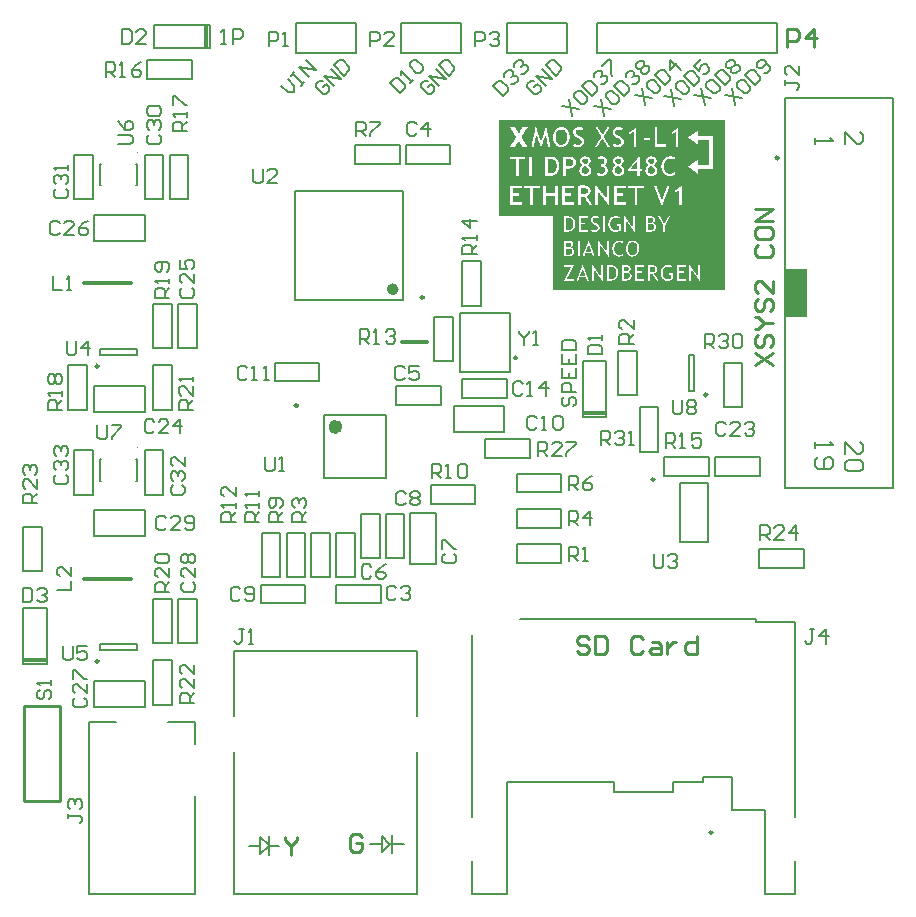
<source format=gto>
%FSLAX44Y44*%
%MOMM*%
G71*
G01*
G75*
G04 Layer_Color=65535*
%ADD10R,1.0000X1.3000*%
%ADD11R,1.5000X0.6500*%
%ADD12R,1.3000X1.0000*%
%ADD13R,1.5000X1.5000*%
%ADD14R,1.5000X1.5000*%
%ADD15R,1.0000X2.5000*%
%ADD16R,1.0000X3.5000*%
%ADD17R,2.7000X3.0000*%
%ADD18R,1.1000X3.7900*%
%ADD19R,1.4000X3.5000*%
%ADD20O,2.1000X0.3000*%
%ADD21O,0.3000X2.1000*%
%ADD22O,2.1000X0.7000*%
%ADD23R,0.6500X1.5000*%
%ADD24R,0.5500X1.6500*%
%ADD25R,1.3000X1.2500*%
%ADD26C,1.0000*%
%ADD27R,0.3000X1.5000*%
%ADD28R,1.5000X0.3000*%
%ADD29R,5.0000X2.1000*%
%ADD30R,1.2000X1.2000*%
%ADD31R,1.2000X1.2000*%
%ADD32C,0.2000*%
%ADD33C,0.3000*%
%ADD34C,0.5000*%
%ADD35C,0.8000*%
%ADD36C,0.5500*%
%ADD37C,1.0000*%
%ADD38C,1.7000*%
%ADD39C,0.6500*%
%ADD40C,0.2500*%
%ADD41C,5.0000*%
%ADD42C,1.5000*%
%ADD43C,1.5000*%
%ADD44R,1.5000X1.5000*%
%ADD45C,1.6000*%
%ADD46C,2.9500*%
%ADD47C,2.9500*%
%ADD48C,2.2000*%
%ADD49C,1.7000*%
%ADD50C,1.6500*%
%ADD51R,1.6500X1.6500*%
%ADD52C,0.9000*%
%ADD53C,1.3000*%
%ADD54O,2.0000X4.0000*%
%ADD55O,4.0000X2.0000*%
%ADD56O,4.5000X2.0000*%
%ADD57R,5.0000X5.0000*%
%ADD58C,0.7000*%
%ADD59C,0.6000*%
%ADD60C,0.1000*%
%ADD61C,0.2540*%
%ADD62C,0.1800*%
%ADD63C,0.0254*%
%ADD64C,0.1500*%
%ADD65R,1.9000X4.1000*%
D32*
X572500Y426500D02*
X577500D01*
X572500Y457500D02*
X577500D01*
Y426500D02*
Y457500D01*
X572500Y426500D02*
Y457500D01*
X337000Y323500D02*
X359000D01*
Y280500D02*
Y323500D01*
X337000Y280500D02*
X359000D01*
X337000D02*
Y323500D01*
X373500Y392000D02*
Y414000D01*
X416500D01*
Y392000D02*
Y414000D01*
X373500Y392000D02*
X416500D01*
X69500Y409000D02*
Y431000D01*
X112500D01*
Y409000D02*
Y431000D01*
X69500Y409000D02*
X112500D01*
X69500Y554000D02*
Y576000D01*
X112500D01*
Y554000D02*
Y576000D01*
X69500Y554000D02*
X112500D01*
X69500Y159000D02*
Y181000D01*
X112500D01*
Y159000D02*
Y181000D01*
X69500Y159000D02*
X112500D01*
X69500Y304000D02*
Y326000D01*
X112500D01*
Y304000D02*
Y326000D01*
X69500Y304000D02*
X112500D01*
X319250Y42870D02*
Y43600D01*
X312690Y49522D02*
X313141Y49709D01*
X200570Y41370D02*
X209680D01*
X218030Y41880D02*
X225880D01*
X217530Y34040D02*
Y49720D01*
X209930Y49220D02*
X217020Y42130D01*
Y41620D02*
Y42130D01*
X209930Y34530D02*
X217020Y41620D01*
X209930Y34530D02*
Y49220D01*
X187500Y1270D02*
X342500D01*
X187500D02*
Y121270D01*
Y151270D02*
Y207070D01*
X342500D01*
Y151270D02*
Y207070D01*
Y1270D02*
Y121270D01*
X312690Y36310D02*
Y49522D01*
Y36310D02*
X319250Y42870D01*
X313141Y49709D02*
X319250Y43600D01*
X321050Y35690D02*
Y51240D01*
X303070Y43650D02*
X312190D01*
X319780Y43400D02*
X331930D01*
X746000Y344900D02*
Y675100D01*
X654000Y344900D02*
Y675100D01*
X746000D01*
X654000Y344900D02*
X746000D01*
X663000Y1000D02*
Y28500D01*
X389000Y66500D02*
Y220000D01*
X559500Y87450D02*
Y95450D01*
X585000D02*
Y100450D01*
X630000Y231000D02*
Y234000D01*
X419000Y1000D02*
Y95450D01*
X509500D01*
X637500Y1000D02*
X663000D01*
X609500Y72450D02*
X637500D01*
X585000Y100450D02*
X609500D01*
X509500Y87450D02*
Y95450D01*
X429500Y234000D02*
X630000D01*
X509500Y87450D02*
X559500D01*
Y95450D02*
X585000D01*
X609500Y72450D02*
Y100450D01*
X389000Y1000D02*
X419000D01*
X637500D02*
Y72450D01*
X630000Y231000D02*
X663000D01*
X663000Y66500D02*
Y231000D01*
X389000Y1000D02*
Y28500D01*
X240300Y738700D02*
X291100D01*
X240300Y713300D02*
Y738700D01*
Y713300D02*
X291100D01*
Y738700D01*
X329300D02*
X380100D01*
X329300Y713300D02*
Y738700D01*
Y713300D02*
X380100D01*
Y738700D01*
X418500D02*
X469300D01*
X418500Y713300D02*
Y738700D01*
Y713300D02*
X469300D01*
Y738700D01*
X263500Y353500D02*
Y406500D01*
X316500Y353500D02*
Y406500D01*
X263500D02*
X316500D01*
X263500Y353500D02*
X316500D01*
X565000Y299000D02*
Y349000D01*
X589000Y299000D02*
Y349000D01*
X565000D02*
X589000D01*
X565000Y299000D02*
X589000D01*
X74500Y462500D02*
X105500D01*
X74500Y457500D02*
X105500D01*
Y462500D01*
X74500Y457500D02*
Y462500D01*
Y212500D02*
X105500D01*
X74500Y207500D02*
X105500D01*
Y212500D01*
X74500Y207500D02*
Y212500D01*
Y601000D02*
Y619000D01*
X105500Y601000D02*
Y619000D01*
X105000Y601000D02*
X105500D01*
X105000Y619000D02*
X105500D01*
X74500Y601000D02*
X75000D01*
X74500Y619000D02*
X75000D01*
X74500Y351000D02*
Y369000D01*
X105500Y351000D02*
Y369000D01*
X105000Y351000D02*
X105500D01*
X105000Y369000D02*
X105500D01*
X74500Y351000D02*
X75000D01*
X74500Y369000D02*
X75000D01*
X421000Y443000D02*
Y493000D01*
X379000Y443000D02*
X421000D01*
X379000D02*
Y493000D01*
X421000D01*
X65000Y147000D02*
X88000Y147000D01*
X65000Y1000D02*
Y147000D01*
Y1000D02*
X155000D01*
X132000Y147000D02*
X155000D01*
Y128000D02*
Y147000D01*
Y1000D02*
Y84000D01*
X239000Y596000D02*
X331000D01*
X239000Y504000D02*
Y596000D01*
Y504000D02*
X331000D01*
Y596000D01*
X483000Y452000D02*
X503000D01*
Y405000D02*
Y452000D01*
X483000Y405000D02*
Y452000D01*
Y405000D02*
X503000D01*
X483000Y407000D02*
X503000D01*
X483000Y409000D02*
X503000D01*
X120000Y717000D02*
Y737000D01*
X167000D01*
X120000Y717000D02*
X167000D01*
Y737000D01*
X165000Y717000D02*
Y737000D01*
X163000Y717000D02*
Y737000D01*
X9000Y243000D02*
X29000D01*
Y196000D02*
Y243000D01*
X9000Y196000D02*
Y243000D01*
Y196000D02*
X29000D01*
X9000Y198000D02*
X29000D01*
X9000Y200000D02*
X29000D01*
X494700Y713300D02*
X647100D01*
X494700Y738700D02*
X647100D01*
X494700Y713300D02*
Y738700D01*
X647100Y713300D02*
Y738700D01*
X498000Y381000D02*
Y392996D01*
X503998D01*
X505997Y390997D01*
Y386998D01*
X503998Y384999D01*
X498000D01*
X501999D02*
X505997Y381000D01*
X509996Y390997D02*
X511996Y392996D01*
X515994D01*
X517994Y390997D01*
Y388997D01*
X515994Y386998D01*
X513995D01*
X515994D01*
X517994Y384999D01*
Y382999D01*
X515994Y381000D01*
X511996D01*
X509996Y382999D01*
X521992Y381000D02*
X525991D01*
X523992D01*
Y392996D01*
X521992Y390997D01*
X559000Y418996D02*
Y408999D01*
X560999Y407000D01*
X564998D01*
X566997Y408999D01*
Y418996D01*
X570996Y416997D02*
X572995Y418996D01*
X576994D01*
X578993Y416997D01*
Y414997D01*
X576994Y412998D01*
X578993Y410999D01*
Y408999D01*
X576994Y407000D01*
X572995D01*
X570996Y408999D01*
Y410999D01*
X572995Y412998D01*
X570996Y414997D01*
Y416997D01*
X572995Y412998D02*
X576994D01*
X586000Y463000D02*
Y474996D01*
X591998D01*
X593997Y472997D01*
Y468998D01*
X591998Y466999D01*
X586000D01*
X589999D02*
X593997Y463000D01*
X597996Y472997D02*
X599995Y474996D01*
X603994D01*
X605993Y472997D01*
Y470997D01*
X603994Y468998D01*
X601995D01*
X603994D01*
X605993Y466999D01*
Y464999D01*
X603994Y463000D01*
X599995D01*
X597996Y464999D01*
X609992Y472997D02*
X611992Y474996D01*
X615990D01*
X617990Y472997D01*
Y464999D01*
X615990Y463000D01*
X611992D01*
X609992Y464999D01*
Y472997D01*
X633222Y300990D02*
Y312986D01*
X639220D01*
X641219Y310987D01*
Y306988D01*
X639220Y304989D01*
X633222D01*
X637221D02*
X641219Y300990D01*
X653215D02*
X645218D01*
X653215Y308987D01*
Y310987D01*
X651216Y312986D01*
X647217D01*
X645218Y310987D01*
X663212Y300990D02*
Y312986D01*
X657214Y306988D01*
X665212D01*
X23003Y173997D02*
X21004Y171998D01*
Y167999D01*
X23003Y166000D01*
X25003D01*
X27002Y167999D01*
Y171998D01*
X29001Y173997D01*
X31001D01*
X33000Y171998D01*
Y167999D01*
X31001Y166000D01*
X33000Y177996D02*
Y181995D01*
Y179995D01*
X21004D01*
X23003Y177996D01*
X678997Y224996D02*
X674999D01*
X676998D01*
Y214999D01*
X674999Y213000D01*
X672999D01*
X671000Y214999D01*
X688994Y213000D02*
Y224996D01*
X682996Y218998D01*
X690993D01*
X429000Y477996D02*
Y475997D01*
X432999Y471998D01*
X436997Y475997D01*
Y477996D01*
X432999Y471998D02*
Y466000D01*
X440996D02*
X444995D01*
X442995D01*
Y477996D01*
X440996Y475997D01*
X72000Y397996D02*
Y387999D01*
X73999Y386000D01*
X77998D01*
X79997Y387999D01*
Y397996D01*
X83996D02*
X91994D01*
Y395997D01*
X83996Y387999D01*
Y386000D01*
X89754Y635750D02*
X99751D01*
X101750Y637749D01*
Y641748D01*
X99751Y643747D01*
X89754D01*
Y655743D02*
X91753Y651745D01*
X95752Y647746D01*
X99751D01*
X101750Y649745D01*
Y653744D01*
X99751Y655743D01*
X97751D01*
X95752Y653744D01*
Y647746D01*
X43000Y210996D02*
Y200999D01*
X44999Y199000D01*
X48998D01*
X50997Y200999D01*
Y210996D01*
X62993D02*
X54996D01*
Y204998D01*
X58995Y206997D01*
X60994D01*
X62993Y204998D01*
Y200999D01*
X60994Y199000D01*
X56996D01*
X54996Y200999D01*
X46000Y468996D02*
Y458999D01*
X47999Y457000D01*
X51998D01*
X53997Y458999D01*
Y468996D01*
X63994Y457000D02*
Y468996D01*
X57996Y462998D01*
X65993D01*
X543000Y288996D02*
Y278999D01*
X544999Y277000D01*
X548998D01*
X550997Y278999D01*
Y288996D01*
X554996Y286997D02*
X556996Y288996D01*
X560994D01*
X562994Y286997D01*
Y284997D01*
X560994Y282998D01*
X558995D01*
X560994D01*
X562994Y280999D01*
Y278999D01*
X560994Y277000D01*
X556996D01*
X554996Y278999D01*
X204000Y614996D02*
Y604999D01*
X205999Y603000D01*
X209998D01*
X211997Y604999D01*
Y614996D01*
X223994Y603000D02*
X215996D01*
X223994Y610997D01*
Y612997D01*
X221994Y614996D01*
X217995D01*
X215996Y612997D01*
X214000Y370996D02*
Y360999D01*
X215999Y359000D01*
X219998D01*
X221997Y360999D01*
Y370996D01*
X225996Y359000D02*
X229995D01*
X227995D01*
Y370996D01*
X225996Y368997D01*
X21000Y332000D02*
X9004D01*
Y337998D01*
X11003Y339997D01*
X15002D01*
X17001Y337998D01*
Y332000D01*
Y335999D02*
X21000Y339997D01*
Y351993D02*
Y343996D01*
X13003Y351993D01*
X11003D01*
X9004Y349994D01*
Y345995D01*
X11003Y343996D01*
Y355992D02*
X9004Y357992D01*
Y361990D01*
X11003Y363990D01*
X13003D01*
X15002Y361990D01*
Y359991D01*
Y361990D01*
X17001Y363990D01*
X19001D01*
X21000Y361990D01*
Y357992D01*
X19001Y355992D01*
X154000Y163000D02*
X142004D01*
Y168998D01*
X144003Y170997D01*
X148002D01*
X150001Y168998D01*
Y163000D01*
Y166999D02*
X154000Y170997D01*
Y182994D02*
Y174996D01*
X146003Y182994D01*
X144003D01*
X142004Y180994D01*
Y176996D01*
X144003Y174996D01*
X154000Y194990D02*
Y186992D01*
X146003Y194990D01*
X144003D01*
X142004Y192990D01*
Y188992D01*
X144003Y186992D01*
X153000Y411000D02*
X141004D01*
Y416998D01*
X143003Y418997D01*
X147002D01*
X149001Y416998D01*
Y411000D01*
Y414999D02*
X153000Y418997D01*
Y430993D02*
Y422996D01*
X145003Y430993D01*
X143003D01*
X141004Y428994D01*
Y424995D01*
X143003Y422996D01*
X153000Y434992D02*
Y438991D01*
Y436992D01*
X141004D01*
X143003Y434992D01*
X133000Y257000D02*
X121004D01*
Y262998D01*
X123003Y264997D01*
X127002D01*
X129001Y262998D01*
Y257000D01*
Y260999D02*
X133000Y264997D01*
Y276994D02*
Y268996D01*
X125003Y276994D01*
X123003D01*
X121004Y274994D01*
Y270996D01*
X123003Y268996D01*
Y280992D02*
X121004Y282992D01*
Y286990D01*
X123003Y288990D01*
X131001D01*
X133000Y286990D01*
Y282992D01*
X131001Y280992D01*
X123003D01*
X133000Y506000D02*
X121004D01*
Y511998D01*
X123003Y513997D01*
X127002D01*
X129001Y511998D01*
Y506000D01*
Y509999D02*
X133000Y513997D01*
Y517996D02*
Y521995D01*
Y519995D01*
X121004D01*
X123003Y517996D01*
X131001Y527993D02*
X133000Y529992D01*
Y533991D01*
X131001Y535990D01*
X123003D01*
X121004Y533991D01*
Y529992D01*
X123003Y527993D01*
X125003D01*
X127002Y529992D01*
Y535990D01*
X42000Y411000D02*
X30004D01*
Y416998D01*
X32003Y418997D01*
X36002D01*
X38001Y416998D01*
Y411000D01*
Y414999D02*
X42000Y418997D01*
Y422996D02*
Y426995D01*
Y424995D01*
X30004D01*
X32003Y422996D01*
Y432993D02*
X30004Y434992D01*
Y438991D01*
X32003Y440990D01*
X34003D01*
X36002Y438991D01*
X38001Y440990D01*
X40001D01*
X42000Y438991D01*
Y434992D01*
X40001Y432993D01*
X38001D01*
X36002Y434992D01*
X34003Y432993D01*
X32003D01*
X36002Y434992D02*
Y438991D01*
X148000Y647000D02*
X136004D01*
Y652998D01*
X138003Y654997D01*
X142002D01*
X144001Y652998D01*
Y647000D01*
Y650999D02*
X148000Y654997D01*
Y658996D02*
Y662995D01*
Y660995D01*
X136004D01*
X138003Y658996D01*
X136004Y668993D02*
Y676990D01*
X138003D01*
X146001Y668993D01*
X148000D01*
X79000Y693000D02*
Y704996D01*
X84998D01*
X86997Y702997D01*
Y698998D01*
X84998Y696999D01*
X79000D01*
X82999D02*
X86997Y693000D01*
X90996D02*
X94995D01*
X92996D01*
Y704996D01*
X90996Y702997D01*
X108990Y704996D02*
X104992Y702997D01*
X100993Y698998D01*
Y694999D01*
X102992Y693000D01*
X106991D01*
X108990Y694999D01*
Y696999D01*
X106991Y698998D01*
X100993D01*
X553212Y378968D02*
Y390964D01*
X559210D01*
X561209Y388965D01*
Y384966D01*
X559210Y382967D01*
X553212D01*
X557211D02*
X561209Y378968D01*
X565208D02*
X569207D01*
X567207D01*
Y390964D01*
X565208Y388965D01*
X583202Y390964D02*
X575205D01*
Y384966D01*
X579204Y386965D01*
X581203D01*
X583202Y384966D01*
Y380967D01*
X581203Y378968D01*
X577204D01*
X575205Y380967D01*
X393078Y542565D02*
X381082D01*
Y548563D01*
X383082Y550562D01*
X387080D01*
X389080Y548563D01*
Y542565D01*
Y546563D02*
X393078Y550562D01*
Y554561D02*
Y558559D01*
Y556560D01*
X381082D01*
X383082Y554561D01*
X393078Y570556D02*
X381082D01*
X387080Y564558D01*
Y572555D01*
X294000Y467000D02*
Y478996D01*
X299998D01*
X301997Y476997D01*
Y472998D01*
X299998Y470999D01*
X294000D01*
X297999D02*
X301997Y467000D01*
X305996D02*
X309995D01*
X307995D01*
Y478996D01*
X305996Y476997D01*
X315993D02*
X317992Y478996D01*
X321991D01*
X323990Y476997D01*
Y474997D01*
X321991Y472998D01*
X319992D01*
X321991D01*
X323990Y470999D01*
Y468999D01*
X321991Y467000D01*
X317992D01*
X315993Y468999D01*
X189000Y316000D02*
X177004D01*
Y321998D01*
X179003Y323997D01*
X183002D01*
X185001Y321998D01*
Y316000D01*
Y319999D02*
X189000Y323997D01*
Y327996D02*
Y331995D01*
Y329995D01*
X177004D01*
X179003Y327996D01*
X189000Y345990D02*
Y337993D01*
X181003Y345990D01*
X179003D01*
X177004Y343991D01*
Y339992D01*
X179003Y337993D01*
X209000Y316000D02*
X197004D01*
Y321998D01*
X199003Y323997D01*
X203002D01*
X205001Y321998D01*
Y316000D01*
Y319999D02*
X209000Y323997D01*
Y327996D02*
Y331995D01*
Y329995D01*
X197004D01*
X199003Y327996D01*
X209000Y337993D02*
Y341992D01*
Y339992D01*
X197004D01*
X199003Y337993D01*
X355000Y353000D02*
Y364996D01*
X360998D01*
X362997Y362997D01*
Y358998D01*
X360998Y356999D01*
X355000D01*
X358999D02*
X362997Y353000D01*
X366996D02*
X370995D01*
X368996D01*
Y364996D01*
X366996Y362997D01*
X376993D02*
X378992Y364996D01*
X382991D01*
X384990Y362997D01*
Y354999D01*
X382991Y353000D01*
X378992D01*
X376993Y354999D01*
Y362997D01*
X229000Y316000D02*
X217004D01*
Y321998D01*
X219003Y323997D01*
X223002D01*
X225001Y321998D01*
Y316000D01*
Y319999D02*
X229000Y323997D01*
X227001Y327996D02*
X229000Y329995D01*
Y333994D01*
X227001Y335993D01*
X219003D01*
X217004Y333994D01*
Y329995D01*
X219003Y327996D01*
X221003D01*
X223002Y329995D01*
Y335993D01*
X291084Y642874D02*
Y654870D01*
X297082D01*
X299081Y652871D01*
Y648872D01*
X297082Y646873D01*
X291084D01*
X295083D02*
X299081Y642874D01*
X303080Y654870D02*
X311077D01*
Y652871D01*
X303080Y644873D01*
Y642874D01*
X471000Y343000D02*
Y354996D01*
X476998D01*
X478997Y352997D01*
Y348998D01*
X476998Y346999D01*
X471000D01*
X474999D02*
X478997Y343000D01*
X490993Y354996D02*
X486995Y352997D01*
X482996Y348998D01*
Y344999D01*
X484995Y343000D01*
X488994D01*
X490993Y344999D01*
Y346999D01*
X488994Y348998D01*
X482996D01*
X471000Y313000D02*
Y324996D01*
X476998D01*
X478997Y322997D01*
Y318998D01*
X476998Y316999D01*
X471000D01*
X474999D02*
X478997Y313000D01*
X488994D02*
Y324996D01*
X482996Y318998D01*
X490993D01*
X249000Y316000D02*
X237004D01*
Y321998D01*
X239003Y323997D01*
X243002D01*
X245001Y321998D01*
Y316000D01*
Y319999D02*
X249000Y323997D01*
X239003Y327996D02*
X237004Y329995D01*
Y333994D01*
X239003Y335993D01*
X241003D01*
X243002Y333994D01*
Y331995D01*
Y333994D01*
X245001Y335993D01*
X247001D01*
X249000Y333994D01*
Y329995D01*
X247001Y327996D01*
X526000Y467000D02*
X514004D01*
Y472998D01*
X516003Y474997D01*
X520002D01*
X522001Y472998D01*
Y467000D01*
Y470999D02*
X526000Y474997D01*
Y486993D02*
Y478996D01*
X518003Y486993D01*
X516003D01*
X514004Y484994D01*
Y480995D01*
X516003Y478996D01*
X471000Y283000D02*
Y294996D01*
X476998D01*
X478997Y292997D01*
Y288998D01*
X476998Y286999D01*
X471000D01*
X474999D02*
X478997Y283000D01*
X482996D02*
X486995D01*
X484995D01*
Y294996D01*
X482996Y292997D01*
X38004Y258000D02*
X50000D01*
Y265997D01*
Y277994D02*
Y269996D01*
X42003Y277994D01*
X40003D01*
X38004Y275994D01*
Y271996D01*
X40003Y269996D01*
X34000Y523996D02*
Y512000D01*
X41997D01*
X45996D02*
X49995D01*
X47996D01*
Y523996D01*
X45996Y521997D01*
X47004Y68997D02*
Y64999D01*
Y66998D01*
X57001D01*
X59000Y64999D01*
Y62999D01*
X57001Y61000D01*
X49003Y72996D02*
X47004Y74995D01*
Y78994D01*
X49003Y80993D01*
X51003D01*
X53002Y78994D01*
Y76995D01*
Y78994D01*
X55001Y80993D01*
X57001D01*
X59000Y78994D01*
Y74995D01*
X57001Y72996D01*
X654004Y689997D02*
Y685999D01*
Y687998D01*
X664001D01*
X666000Y685999D01*
Y683999D01*
X664001Y682000D01*
X666000Y701993D02*
Y693996D01*
X658003Y701993D01*
X656003D01*
X654004Y699994D01*
Y695995D01*
X656003Y693996D01*
X195997Y224996D02*
X191999D01*
X193998D01*
Y214999D01*
X191999Y213000D01*
X189999D01*
X188000Y214999D01*
X199996Y213000D02*
X203995D01*
X201996D01*
Y224996D01*
X199996Y222997D01*
X9000Y259996D02*
Y248000D01*
X14998D01*
X16997Y249999D01*
Y257997D01*
X14998Y259996D01*
X9000D01*
X20996Y257997D02*
X22996Y259996D01*
X26994D01*
X28993Y257997D01*
Y255997D01*
X26994Y253998D01*
X24995D01*
X26994D01*
X28993Y251999D01*
Y249999D01*
X26994Y248000D01*
X22996D01*
X20996Y249999D01*
X93000Y732996D02*
Y721000D01*
X98998D01*
X100997Y722999D01*
Y730997D01*
X98998Y732996D01*
X93000D01*
X112993Y721000D02*
X104996D01*
X112993Y728997D01*
Y730997D01*
X110994Y732996D01*
X106995D01*
X104996Y730997D01*
X487004Y458000D02*
X499000D01*
Y463998D01*
X497001Y465997D01*
X489003D01*
X487004Y463998D01*
Y458000D01*
X499000Y469996D02*
Y473995D01*
Y471996D01*
X487004D01*
X489003Y469996D01*
X37003Y355997D02*
X35004Y353998D01*
Y349999D01*
X37003Y348000D01*
X45001D01*
X47000Y349999D01*
Y353998D01*
X45001Y355997D01*
X37003Y359996D02*
X35004Y361996D01*
Y365994D01*
X37003Y367994D01*
X39003D01*
X41002Y365994D01*
Y363995D01*
Y365994D01*
X43001Y367994D01*
X45001D01*
X47000Y365994D01*
Y361996D01*
X45001Y359996D01*
X37003Y371992D02*
X35004Y373992D01*
Y377990D01*
X37003Y379990D01*
X39003D01*
X41002Y377990D01*
Y375991D01*
Y377990D01*
X43001Y379990D01*
X45001D01*
X47000Y377990D01*
Y373992D01*
X45001Y371992D01*
X136003Y346997D02*
X134004Y344998D01*
Y340999D01*
X136003Y339000D01*
X144001D01*
X146000Y340999D01*
Y344998D01*
X144001Y346997D01*
X136003Y350996D02*
X134004Y352995D01*
Y356994D01*
X136003Y358993D01*
X138003D01*
X140002Y356994D01*
Y354995D01*
Y356994D01*
X142001Y358993D01*
X144001D01*
X146000Y356994D01*
Y352995D01*
X144001Y350996D01*
X146000Y370990D02*
Y362992D01*
X138003Y370990D01*
X136003D01*
X134004Y368990D01*
Y364992D01*
X136003Y362992D01*
X37003Y597997D02*
X35004Y595998D01*
Y591999D01*
X37003Y590000D01*
X45001D01*
X47000Y591999D01*
Y595998D01*
X45001Y597997D01*
X37003Y601996D02*
X35004Y603996D01*
Y607994D01*
X37003Y609994D01*
X39003D01*
X41002Y607994D01*
Y605995D01*
Y607994D01*
X43001Y609994D01*
X45001D01*
X47000Y607994D01*
Y603996D01*
X45001Y601996D01*
X47000Y613992D02*
Y617991D01*
Y615992D01*
X35004D01*
X37003Y613992D01*
X116003Y643997D02*
X114004Y641998D01*
Y637999D01*
X116003Y636000D01*
X124001D01*
X126000Y637999D01*
Y641998D01*
X124001Y643997D01*
X116003Y647996D02*
X114004Y649995D01*
Y653994D01*
X116003Y655993D01*
X118003D01*
X120002Y653994D01*
Y651995D01*
Y653994D01*
X122001Y655993D01*
X124001D01*
X126000Y653994D01*
Y649995D01*
X124001Y647996D01*
X116003Y659992D02*
X114004Y661992D01*
Y665990D01*
X116003Y667990D01*
X124001D01*
X126000Y665990D01*
Y661992D01*
X124001Y659992D01*
X116003D01*
X129997Y318997D02*
X127998Y320996D01*
X123999D01*
X122000Y318997D01*
Y310999D01*
X123999Y309000D01*
X127998D01*
X129997Y310999D01*
X141994Y309000D02*
X133996D01*
X141994Y316997D01*
Y318997D01*
X139994Y320996D01*
X135996D01*
X133996Y318997D01*
X145992Y310999D02*
X147992Y309000D01*
X151990D01*
X153990Y310999D01*
Y318997D01*
X151990Y320996D01*
X147992D01*
X145992Y318997D01*
Y316997D01*
X147992Y314998D01*
X153990D01*
X145003Y264997D02*
X143004Y262998D01*
Y258999D01*
X145003Y257000D01*
X153001D01*
X155000Y258999D01*
Y262998D01*
X153001Y264997D01*
X155000Y276994D02*
Y268996D01*
X147003Y276994D01*
X145003D01*
X143004Y274994D01*
Y270996D01*
X145003Y268996D01*
Y280992D02*
X143004Y282992D01*
Y286990D01*
X145003Y288990D01*
X147003D01*
X149002Y286990D01*
X151001Y288990D01*
X153001D01*
X155000Y286990D01*
Y282992D01*
X153001Y280992D01*
X151001D01*
X149002Y282992D01*
X147003Y280992D01*
X145003D01*
X149002Y282992D02*
Y286990D01*
X53003Y166997D02*
X51004Y164998D01*
Y160999D01*
X53003Y159000D01*
X61001D01*
X63000Y160999D01*
Y164998D01*
X61001Y166997D01*
X63000Y178993D02*
Y170996D01*
X55003Y178993D01*
X53003D01*
X51004Y176994D01*
Y172995D01*
X53003Y170996D01*
X51004Y182992D02*
Y190990D01*
X53003D01*
X61001Y182992D01*
X63000D01*
X39997Y568997D02*
X37998Y570996D01*
X33999D01*
X32000Y568997D01*
Y560999D01*
X33999Y559000D01*
X37998D01*
X39997Y560999D01*
X51993Y559000D02*
X43996D01*
X51993Y566997D01*
Y568997D01*
X49994Y570996D01*
X45995D01*
X43996Y568997D01*
X63990Y570996D02*
X59991Y568997D01*
X55992Y564998D01*
Y560999D01*
X57992Y559000D01*
X61990D01*
X63990Y560999D01*
Y562999D01*
X61990Y564998D01*
X55992D01*
X144003Y513997D02*
X142004Y511998D01*
Y507999D01*
X144003Y506000D01*
X152001D01*
X154000Y507999D01*
Y511998D01*
X152001Y513997D01*
X154000Y525993D02*
Y517996D01*
X146003Y525993D01*
X144003D01*
X142004Y523994D01*
Y519995D01*
X144003Y517996D01*
X142004Y537990D02*
Y529992D01*
X148002D01*
X146003Y533991D01*
Y535990D01*
X148002Y537990D01*
X152001D01*
X154000Y535990D01*
Y531992D01*
X152001Y529992D01*
X119997Y400997D02*
X117998Y402996D01*
X113999D01*
X112000Y400997D01*
Y392999D01*
X113999Y391000D01*
X117998D01*
X119997Y392999D01*
X131994Y391000D02*
X123996D01*
X131994Y398997D01*
Y400997D01*
X129994Y402996D01*
X125996D01*
X123996Y400997D01*
X141990Y391000D02*
Y402996D01*
X135992Y396998D01*
X143990D01*
X603997Y398997D02*
X601998Y400996D01*
X597999D01*
X596000Y398997D01*
Y390999D01*
X597999Y389000D01*
X601998D01*
X603997Y390999D01*
X615993Y389000D02*
X607996D01*
X615993Y396997D01*
Y398997D01*
X613994Y400996D01*
X609995D01*
X607996Y398997D01*
X619992D02*
X621992Y400996D01*
X625990D01*
X627990Y398997D01*
Y396997D01*
X625990Y394998D01*
X623991D01*
X625990D01*
X627990Y392999D01*
Y390999D01*
X625990Y389000D01*
X621992D01*
X619992Y390999D01*
X431997Y432997D02*
X429998Y434996D01*
X425999D01*
X424000Y432997D01*
Y424999D01*
X425999Y423000D01*
X429998D01*
X431997Y424999D01*
X435996Y423000D02*
X439995D01*
X437995D01*
Y434996D01*
X435996Y432997D01*
X451991Y423000D02*
Y434996D01*
X445993Y428998D01*
X453990D01*
X198997Y445997D02*
X196998Y447996D01*
X192999D01*
X191000Y445997D01*
Y437999D01*
X192999Y436000D01*
X196998D01*
X198997Y437999D01*
X202996Y436000D02*
X206995D01*
X204995D01*
Y447996D01*
X202996Y445997D01*
X212993Y436000D02*
X216992D01*
X214992D01*
Y447996D01*
X212993Y445997D01*
X443997Y403997D02*
X441998Y405996D01*
X437999D01*
X436000Y403997D01*
Y395999D01*
X437999Y394000D01*
X441998D01*
X443997Y395999D01*
X447996Y394000D02*
X451995D01*
X449995D01*
Y405996D01*
X447996Y403997D01*
X457993D02*
X459992Y405996D01*
X463991D01*
X465990Y403997D01*
Y395999D01*
X463991Y394000D01*
X459992D01*
X457993Y395999D01*
Y403997D01*
X192997Y258997D02*
X190998Y260996D01*
X186999D01*
X185000Y258997D01*
Y250999D01*
X186999Y249000D01*
X190998D01*
X192997Y250999D01*
X196996D02*
X198995Y249000D01*
X202994D01*
X204993Y250999D01*
Y258997D01*
X202994Y260996D01*
X198995D01*
X196996Y258997D01*
Y256997D01*
X198995Y254998D01*
X204993D01*
X332997Y339997D02*
X330998Y341996D01*
X326999D01*
X325000Y339997D01*
Y331999D01*
X326999Y330000D01*
X330998D01*
X332997Y331999D01*
X336996Y339997D02*
X338996Y341996D01*
X342994D01*
X344994Y339997D01*
Y337997D01*
X342994Y335998D01*
X344994Y333999D01*
Y331999D01*
X342994Y330000D01*
X338996D01*
X336996Y331999D01*
Y333999D01*
X338996Y335998D01*
X336996Y337997D01*
Y339997D01*
X338996Y335998D02*
X342994D01*
X366003Y288997D02*
X364004Y286998D01*
Y282999D01*
X366003Y281000D01*
X374001D01*
X376000Y282999D01*
Y286998D01*
X374001Y288997D01*
X364004Y292996D02*
Y300993D01*
X366003D01*
X374001Y292996D01*
X376000D01*
X303997Y277997D02*
X301998Y279996D01*
X297999D01*
X296000Y277997D01*
Y269999D01*
X297999Y268000D01*
X301998D01*
X303997Y269999D01*
X315993Y279996D02*
X311995Y277997D01*
X307996Y273998D01*
Y269999D01*
X309995Y268000D01*
X313994D01*
X315993Y269999D01*
Y271999D01*
X313994Y273998D01*
X307996D01*
X331997Y445997D02*
X329998Y447996D01*
X325999D01*
X324000Y445997D01*
Y437999D01*
X325999Y436000D01*
X329998D01*
X331997Y437999D01*
X343993Y447996D02*
X335996D01*
Y441998D01*
X339995Y443997D01*
X341994D01*
X343993Y441998D01*
Y437999D01*
X341994Y436000D01*
X337995D01*
X335996Y437999D01*
X342261Y652871D02*
X340262Y654870D01*
X336263D01*
X334264Y652871D01*
Y644873D01*
X336263Y642874D01*
X340262D01*
X342261Y644873D01*
X352258Y642874D02*
Y654870D01*
X346260Y648872D01*
X354258D01*
X324997Y259997D02*
X322998Y261996D01*
X318999D01*
X317000Y259997D01*
Y251999D01*
X318999Y250000D01*
X322998D01*
X324997Y251999D01*
X328996Y259997D02*
X330995Y261996D01*
X334994D01*
X336993Y259997D01*
Y257997D01*
X334994Y255998D01*
X332995D01*
X334994D01*
X336993Y253999D01*
Y251999D01*
X334994Y250000D01*
X330995D01*
X328996Y251999D01*
X217000Y719000D02*
Y730996D01*
X222998D01*
X224997Y728997D01*
Y724998D01*
X222998Y722999D01*
X217000D01*
X228996Y719000D02*
X232995D01*
X230996D01*
Y730996D01*
X228996Y728997D01*
X303000Y719000D02*
Y730996D01*
X308998D01*
X310997Y728997D01*
Y724998D01*
X308998Y722999D01*
X303000D01*
X322994Y719000D02*
X314996D01*
X322994Y726997D01*
Y728997D01*
X320994Y730996D01*
X316996D01*
X314996Y728997D01*
X392000Y719000D02*
Y730996D01*
X397998D01*
X399997Y728997D01*
Y724998D01*
X397998Y722999D01*
X392000D01*
X403996Y728997D02*
X405995Y730996D01*
X409994D01*
X411993Y728997D01*
Y726997D01*
X409994Y724998D01*
X407995D01*
X409994D01*
X411993Y722999D01*
Y720999D01*
X409994Y719000D01*
X405995D01*
X403996Y720999D01*
X445000Y372000D02*
Y383996D01*
X450998D01*
X452997Y381997D01*
Y377998D01*
X450998Y375999D01*
X445000D01*
X448999D02*
X452997Y372000D01*
X464994D02*
X456996D01*
X464994Y379997D01*
Y381997D01*
X462994Y383996D01*
X458996D01*
X456996Y381997D01*
X468992Y383996D02*
X476990D01*
Y381997D01*
X468992Y373999D01*
Y372000D01*
X177000Y721000D02*
X180999D01*
X178999D01*
Y732996D01*
X177000Y730997D01*
X186997Y721000D02*
Y732996D01*
X192995D01*
X194994Y730997D01*
Y726998D01*
X192995Y724999D01*
X186997D01*
X227518Y685482D02*
X233172Y679827D01*
X238827D01*
X238827Y685482D01*
X233172Y691138D01*
X236000Y693965D02*
X238827Y696793D01*
X237414Y695379D01*
X245896Y686896D01*
X244482Y685482D01*
X247310Y688310D01*
X251551Y692551D02*
X243069Y701034D01*
X257206Y698206D01*
X248724Y706689D01*
X262586Y689724D02*
X259759Y689724D01*
X256931Y686896D01*
X256931Y684069D01*
X262586Y678414D01*
X265414D01*
X268241Y681241D01*
Y684069D01*
X265414Y686896D01*
X262586Y684069D01*
X272482Y685482D02*
X264000Y693965D01*
X278138Y691138D01*
X269655Y699620D01*
X272482Y702448D02*
X280965Y693965D01*
X285206Y698206D01*
Y701034D01*
X279551Y706689D01*
X276724Y706689D01*
X272482Y702448D01*
X319517Y687483D02*
X328000Y679000D01*
X332241Y683241D01*
Y686069D01*
X326586Y691724D01*
X323759Y691724D01*
X319517Y687483D01*
X336483D02*
X339310Y690310D01*
X337896Y688896D01*
X329414Y697379D01*
X329414Y694551D01*
X336483Y701620D02*
X336483Y704448D01*
X339310Y707275D01*
X342138Y707275D01*
X347793Y701620D01*
Y698793D01*
X344965Y695965D01*
X342138D01*
X336483Y701620D01*
X351586Y689724D02*
X348759Y689724D01*
X345931Y686896D01*
X345931Y684069D01*
X351586Y678414D01*
X354414D01*
X357241Y681241D01*
Y684069D01*
X354414Y686896D01*
X351586Y684069D01*
X361483Y685483D02*
X353000Y693965D01*
X367138Y691138D01*
X358655Y699620D01*
X361483Y702448D02*
X369965Y693965D01*
X374206Y698206D01*
Y701034D01*
X368551Y706689D01*
X365724Y706689D01*
X361483Y702448D01*
X406517Y685483D02*
X415000Y677000D01*
X419241Y681241D01*
Y684069D01*
X413586Y689724D01*
X410759Y689724D01*
X406517Y685483D01*
X416414Y692551D02*
X416414Y695379D01*
X419241Y698206D01*
X422069Y698206D01*
X423483Y696793D01*
Y693965D01*
X422069Y692551D01*
X423483Y693965D01*
X426310D01*
X427724Y692551D01*
Y689724D01*
X424896Y686896D01*
X422069D01*
X424896Y701034D02*
X424896Y703861D01*
X427724Y706689D01*
X430551Y706689D01*
X431965Y705275D01*
Y702448D01*
X430551Y701034D01*
X431965Y702448D01*
X434793D01*
X436206Y701034D01*
Y698206D01*
X433379Y695379D01*
X430551D01*
X441586Y689724D02*
X438759Y689724D01*
X435931Y686896D01*
X435931Y684069D01*
X441586Y678414D01*
X444414D01*
X447241Y681241D01*
Y684069D01*
X444414Y686896D01*
X441586Y684069D01*
X451483Y685482D02*
X443000Y693965D01*
X457138Y691138D01*
X448655Y699620D01*
X451483Y702448D02*
X459965Y693965D01*
X464206Y698206D01*
Y701034D01*
X458551Y706689D01*
X455724Y706689D01*
X451483Y702448D01*
X467003Y421997D02*
X465004Y419998D01*
Y415999D01*
X467003Y414000D01*
X469003D01*
X471002Y415999D01*
Y419998D01*
X473001Y421997D01*
X475001D01*
X477000Y419998D01*
Y415999D01*
X475001Y414000D01*
X477000Y425996D02*
X465004D01*
Y431994D01*
X467003Y433993D01*
X471002D01*
X473001Y431994D01*
Y425996D01*
X465004Y445990D02*
Y437992D01*
X477000D01*
Y445990D01*
X471002Y437992D02*
Y441991D01*
X465004Y457986D02*
Y449988D01*
X477000D01*
Y457986D01*
X471002Y449988D02*
Y453987D01*
X465004Y461984D02*
X477000D01*
Y467982D01*
X475001Y469982D01*
X467003D01*
X465004Y467982D01*
Y461984D01*
X527518Y677483D02*
X541655Y674655D01*
X533172Y683138D02*
X536000Y669000D01*
X537414Y684551D02*
X537414Y687379D01*
X540241Y690206D01*
X543069Y690206D01*
X548724Y684551D01*
Y681724D01*
X545896Y678896D01*
X543069D01*
X537414Y684551D01*
X544482Y694448D02*
X552965Y685965D01*
X557206Y690206D01*
Y693034D01*
X551551Y698689D01*
X548724Y698689D01*
X544482Y694448D01*
X565689Y698689D02*
X557206Y707171D01*
Y698689D01*
X562861Y704344D01*
X551917Y676482D02*
X566055Y673655D01*
X557573Y682138D02*
X560400Y668000D01*
X561814Y683551D02*
X561814Y686379D01*
X564641Y689206D01*
X567469Y689206D01*
X573124Y683551D01*
Y680724D01*
X570296Y677896D01*
X567469D01*
X561814Y683551D01*
X568882Y693448D02*
X577365Y684965D01*
X581606Y689206D01*
Y692034D01*
X575951Y697689D01*
X573124Y697689D01*
X568882Y693448D01*
X583020Y707585D02*
X577365Y701930D01*
X581606Y697689D01*
X583020Y701930D01*
X584434Y703344D01*
X587261D01*
X590089Y700516D01*
Y697689D01*
X587261Y694861D01*
X584434D01*
X577518Y677483D02*
X591655Y674655D01*
X583172Y683138D02*
X586000Y669000D01*
X587414Y684551D02*
X587414Y687379D01*
X590241Y690206D01*
X593069Y690206D01*
X598724Y684551D01*
Y681724D01*
X595896Y678896D01*
X593069D01*
X587414Y684551D01*
X594482Y694448D02*
X602965Y685965D01*
X607206Y690206D01*
Y693034D01*
X601551Y698689D01*
X598724Y698689D01*
X594482Y694448D01*
X604379Y701516D02*
X604379Y704344D01*
X607206Y707171D01*
X610034Y707171D01*
X611448Y705758D01*
Y702930D01*
X614275D01*
X615689Y701516D01*
Y698689D01*
X612861Y695861D01*
X610034D01*
X608620Y697275D01*
Y700103D01*
X605793D01*
X604379Y701516D01*
X608620Y700103D02*
X611448Y702930D01*
X603517Y677483D02*
X617655Y674655D01*
X609173Y683138D02*
X612000Y669000D01*
X613414Y684551D02*
X613414Y687379D01*
X616241Y690206D01*
X619069Y690206D01*
X624724Y684551D01*
Y681724D01*
X621896Y678896D01*
X619069D01*
X613414Y684551D01*
X620482Y694448D02*
X628965Y685965D01*
X633206Y690206D01*
Y693034D01*
X627551Y698689D01*
X624724Y698689D01*
X620482Y694448D01*
X636034Y695861D02*
X638861D01*
X641689Y698689D01*
Y701516D01*
X636034Y707171D01*
X633206Y707171D01*
X630379Y704344D01*
X630379Y701516D01*
X631793Y700103D01*
X634620D01*
X638861Y704344D01*
X465518Y668483D02*
X479655Y665655D01*
X471172Y674137D02*
X474000Y660000D01*
X475414Y675551D02*
X475414Y678379D01*
X478241Y681206D01*
X481069Y681206D01*
X486724Y675551D01*
Y672724D01*
X483896Y669896D01*
X481069D01*
X475414Y675551D01*
X482483Y685448D02*
X490965Y676965D01*
X495206Y681206D01*
Y684034D01*
X489551Y689689D01*
X486724Y689689D01*
X482483Y685448D01*
X492379Y692516D02*
X492379Y695344D01*
X495206Y698171D01*
X498034Y698171D01*
X499448Y696758D01*
Y693930D01*
X498034Y692516D01*
X499448Y693930D01*
X502275D01*
X503689Y692516D01*
Y689689D01*
X500861Y686861D01*
X498034D01*
X499448Y702413D02*
X505103Y708068D01*
X506516Y706654D01*
Y695344D01*
X507930Y693930D01*
X492518Y668483D02*
X506655Y665655D01*
X498172Y674138D02*
X501000Y660000D01*
X502414Y675551D02*
X502414Y678379D01*
X505241Y681206D01*
X508069Y681206D01*
X513724Y675551D01*
Y672724D01*
X510896Y669896D01*
X508069D01*
X502414Y675551D01*
X509482Y685448D02*
X517965Y676965D01*
X522206Y681206D01*
Y684034D01*
X516551Y689689D01*
X513724Y689689D01*
X509482Y685448D01*
X519379Y692516D02*
X519379Y695344D01*
X522206Y698171D01*
X525034Y698171D01*
X526448Y696758D01*
Y693930D01*
X525034Y692516D01*
X526448Y693930D01*
X529275D01*
X530689Y692516D01*
Y689689D01*
X527861Y686861D01*
X525034D01*
X527861Y700999D02*
X527861Y703826D01*
X530689Y706654D01*
X533516Y706654D01*
X534930Y705240D01*
Y702413D01*
X537758D01*
X539171Y700999D01*
Y698171D01*
X536344Y695344D01*
X533516D01*
X532103Y696758D01*
Y699585D01*
X529275D01*
X527861Y700999D01*
X532103Y699585D02*
X534930Y702413D01*
D33*
X330000Y468000D02*
X351000D01*
X60500Y518000D02*
X100500D01*
X60500Y268000D02*
X100500D01*
D34*
X324500Y513000D02*
G03*
X324500Y513000I-2500J0D01*
G01*
D40*
X588250Y423750D02*
G03*
X588250Y423750I-1250J0D01*
G01*
X648750Y624300D02*
G03*
X648750Y624300I-1250J0D01*
G01*
X592750Y53000D02*
G03*
X592750Y53000I-1250J0D01*
G01*
X241600Y414500D02*
G03*
X241600Y414500I-1250J0D01*
G01*
X543550Y352050D02*
G03*
X543550Y352050I-1250J0D01*
G01*
X73000Y448000D02*
G03*
X73000Y448000I-1250J0D01*
G01*
Y198000D02*
G03*
X73000Y198000I-1250J0D01*
G01*
X348250Y506000D02*
G03*
X348250Y506000I-1250J0D01*
G01*
D59*
X276500Y396500D02*
G03*
X276500Y396500I-3000J0D01*
G01*
D60*
X105750Y628900D02*
G03*
X105750Y628900I-500J0D01*
G01*
Y378900D02*
G03*
X105750Y378900I-500J0D01*
G01*
D61*
X427000Y455000D02*
G03*
X427000Y455000I-1000J0D01*
G01*
X40000Y80000D02*
Y160000D01*
X10000Y80000D02*
X40000D01*
X10000D02*
Y160000D01*
X40000D01*
X656000Y718000D02*
Y733235D01*
X663617D01*
X666157Y730696D01*
Y725618D01*
X663617Y723078D01*
X656000D01*
X678853Y718000D02*
Y733235D01*
X671235Y725618D01*
X681392D01*
X628765Y449000D02*
X644000Y459157D01*
X628765D02*
X644000Y449000D01*
X631304Y474392D02*
X628765Y471853D01*
Y466774D01*
X631304Y464235D01*
X633843D01*
X636382Y466774D01*
Y471853D01*
X638922Y474392D01*
X641461D01*
X644000Y471853D01*
Y466774D01*
X641461Y464235D01*
X628765Y479470D02*
X631304D01*
X636382Y484548D01*
X631304Y489627D01*
X628765D01*
X636382Y484548D02*
X644000D01*
X631304Y504862D02*
X628765Y502323D01*
Y497244D01*
X631304Y494705D01*
X633843D01*
X636382Y497244D01*
Y502323D01*
X638922Y504862D01*
X641461D01*
X644000Y502323D01*
Y497244D01*
X641461Y494705D01*
X644000Y520097D02*
Y509940D01*
X633843Y520097D01*
X631304D01*
X628765Y517558D01*
Y512480D01*
X631304Y509940D01*
Y550567D02*
X628765Y548028D01*
Y542950D01*
X631304Y540410D01*
X641461D01*
X644000Y542950D01*
Y548028D01*
X641461Y550567D01*
X628765Y563263D02*
Y558185D01*
X631304Y555645D01*
X641461D01*
X644000Y558185D01*
Y563263D01*
X641461Y565802D01*
X631304D01*
X628765Y563263D01*
X644000Y570881D02*
X628765D01*
X644000Y581037D01*
X628765D01*
X296017Y49256D02*
X293477Y51795D01*
X288399D01*
X285860Y49256D01*
Y39099D01*
X288399Y36560D01*
X293477D01*
X296017Y39099D01*
Y44177D01*
X290938D01*
X230690Y49265D02*
Y46726D01*
X235768Y41648D01*
X240847Y46726D01*
Y49265D01*
X235768Y41648D02*
Y34030D01*
X488157Y216696D02*
X485617Y219235D01*
X480539D01*
X478000Y216696D01*
Y214157D01*
X480539Y211618D01*
X485617D01*
X488157Y209078D01*
Y206539D01*
X485617Y204000D01*
X480539D01*
X478000Y206539D01*
X493235Y219235D02*
Y204000D01*
X500853D01*
X503392Y206539D01*
Y216696D01*
X500853Y219235D01*
X493235D01*
X533862Y216696D02*
X531323Y219235D01*
X526244D01*
X523705Y216696D01*
Y206539D01*
X526244Y204000D01*
X531323D01*
X533862Y206539D01*
X541479Y214157D02*
X546558D01*
X549097Y211618D01*
Y204000D01*
X541479D01*
X538940Y206539D01*
X541479Y209078D01*
X549097D01*
X554175Y214157D02*
Y204000D01*
Y209078D01*
X556715Y211618D01*
X559254Y214157D01*
X561793D01*
X579567Y219235D02*
Y204000D01*
X571950D01*
X569410Y206539D01*
Y211618D01*
X571950Y214157D01*
X579567D01*
D62*
X531100Y375100D02*
X546900D01*
X531100D02*
Y412900D01*
X546900D01*
Y375100D02*
Y412900D01*
X602100Y413100D02*
Y450900D01*
Y413100D02*
X617900D01*
Y450900D01*
X602100D02*
X617900D01*
X391900Y331100D02*
Y346900D01*
X354100Y331100D02*
X391900D01*
X354100D02*
Y346900D01*
X391900D01*
X311900Y247100D02*
Y262900D01*
X274100Y247100D02*
X311900D01*
X274100D02*
Y262900D01*
X311900D01*
X370900Y619100D02*
Y634900D01*
X333100Y619100D02*
X370900D01*
X333100D02*
Y634900D01*
X370900D01*
X362900Y415100D02*
Y430900D01*
X325100Y415100D02*
X362900D01*
X325100D02*
Y430900D01*
X362900D01*
X295100Y285100D02*
X310900D01*
X295100D02*
Y322900D01*
X310900D01*
Y285100D02*
Y322900D01*
X316100Y285100D02*
X331900D01*
X316100D02*
Y322900D01*
X331900D01*
Y285100D02*
Y322900D01*
X210100Y247100D02*
Y262900D01*
X247900D01*
Y247100D02*
Y262900D01*
X210100Y247100D02*
X247900D01*
X222100Y435100D02*
Y450900D01*
X259900D01*
Y435100D02*
Y450900D01*
X222100Y435100D02*
X259900D01*
X418900Y421100D02*
Y436900D01*
X381100Y421100D02*
X418900D01*
X381100D02*
Y436900D01*
X418900D01*
X632900Y355100D02*
Y370900D01*
X595100Y355100D02*
X632900D01*
X595100D02*
Y370900D01*
X632900D01*
X140100Y463100D02*
X155900D01*
X140100D02*
Y500900D01*
X155900D01*
Y463100D02*
Y500900D01*
X140100Y213100D02*
X155900D01*
X140100D02*
Y250900D01*
X155900D01*
Y213100D02*
Y250900D01*
X112100Y626900D02*
X127900D01*
Y589100D02*
Y626900D01*
X112100Y589100D02*
X127900D01*
X112100D02*
Y626900D01*
X52100D02*
X67900D01*
Y589100D02*
Y626900D01*
X52100Y589100D02*
X67900D01*
X52100D02*
Y626900D01*
X112100Y376900D02*
X127900D01*
Y339100D02*
Y376900D01*
X112100Y339100D02*
X127900D01*
X112100D02*
Y376900D01*
X52100D02*
X67900D01*
Y339100D02*
Y376900D01*
X52100Y339100D02*
X67900D01*
X52100D02*
Y376900D01*
X427100Y281100D02*
Y296900D01*
X464900D01*
Y281100D02*
Y296900D01*
X427100Y281100D02*
X464900D01*
X274100Y269100D02*
X289900D01*
X274100D02*
Y306900D01*
X289900D01*
Y269100D02*
Y306900D01*
X427100Y311100D02*
Y326900D01*
X464900D01*
Y311100D02*
Y326900D01*
X427100Y311100D02*
X464900D01*
X427100Y341100D02*
Y356900D01*
X464900D01*
Y341100D02*
Y356900D01*
X427100Y341100D02*
X464900D01*
X327900Y619100D02*
Y634900D01*
X290100Y619100D02*
X327900D01*
X290100D02*
Y634900D01*
X327900D01*
X253100Y306900D02*
X268900D01*
Y269100D02*
Y306900D01*
X253100Y269100D02*
X268900D01*
X253100D02*
Y306900D01*
X232100Y269100D02*
X247900D01*
X232100D02*
Y306900D01*
X247900D01*
Y269100D02*
Y306900D01*
X211100D02*
X226900D01*
Y269100D02*
Y306900D01*
X211100Y269100D02*
X226900D01*
X211100D02*
Y306900D01*
X357100Y452100D02*
X372900D01*
X357100D02*
Y489900D01*
X372900D01*
Y452100D02*
Y489900D01*
X381100Y536900D02*
X396900D01*
Y499100D02*
Y536900D01*
X381100Y499100D02*
X396900D01*
X381100D02*
Y536900D01*
X552100Y355100D02*
Y370900D01*
X589900D01*
Y355100D02*
Y370900D01*
X552100Y355100D02*
X589900D01*
X151900Y691100D02*
Y706900D01*
X114100Y691100D02*
X151900D01*
X114100D02*
Y706900D01*
X151900D01*
X133100Y626900D02*
X148900D01*
Y589100D02*
Y626900D01*
X133100Y589100D02*
X148900D01*
X133100D02*
Y626900D01*
X47100Y448900D02*
X62900D01*
Y411100D02*
Y448900D01*
X47100Y411100D02*
X62900D01*
X47100D02*
Y448900D01*
X119100Y463100D02*
X134900D01*
X119100D02*
Y500900D01*
X134900D01*
Y463100D02*
Y500900D01*
X119100Y213100D02*
X134900D01*
X119100D02*
Y250900D01*
X134900D01*
Y213100D02*
Y250900D01*
X119100Y411100D02*
X134900D01*
X119100D02*
Y448900D01*
X134900D01*
Y411100D02*
Y448900D01*
X119100Y161100D02*
X134900D01*
X119100D02*
Y198900D01*
X134900D01*
Y161100D02*
Y198900D01*
X9100Y311900D02*
X24900D01*
Y274100D02*
Y311900D01*
X9100Y274100D02*
X24900D01*
X9100D02*
Y311900D01*
X632100Y277100D02*
Y292900D01*
X669900D01*
Y277100D02*
Y292900D01*
X632100Y277100D02*
X669900D01*
X400100Y370100D02*
Y385900D01*
X437900D01*
Y370100D02*
Y385900D01*
X400100Y370100D02*
X437900D01*
X513100Y460900D02*
X528900D01*
Y423100D02*
Y460900D01*
X513100Y423100D02*
X528900D01*
X513100D02*
Y460900D01*
D63*
X411820Y656206D02*
X602320D01*
X411820Y655952D02*
X602320D01*
X411820Y655698D02*
X602320D01*
X411820Y655444D02*
X602320D01*
X411820Y655190D02*
X602320D01*
X411820Y654936D02*
X602320D01*
X411820Y654682D02*
X602320D01*
X411820Y654428D02*
X602320D01*
X411820Y654174D02*
X602320D01*
X411820Y653920D02*
X602320D01*
X411820Y653666D02*
X602320D01*
X411820Y653412D02*
X602320D01*
X411820Y653158D02*
X602320D01*
X411820Y652904D02*
X602320D01*
X411820Y652650D02*
X602320D01*
X411820Y652396D02*
X602320D01*
X411820Y652142D02*
X602320D01*
X411820Y651888D02*
X602320D01*
X411820Y651634D02*
X602320D01*
X411820Y651380D02*
X602320D01*
X411820Y651126D02*
X602320D01*
X411820Y650872D02*
X462874D01*
X465922D02*
X477606D01*
X480908D02*
X511134D01*
X514436D02*
X602320D01*
X411820Y650618D02*
X420710D01*
X425790D02*
X430870D01*
X436204D02*
X442046D01*
X443570D02*
X450682D01*
X452206D02*
X461858D01*
X466938D02*
X476844D01*
X481924D02*
X492592D01*
X495640D02*
X503006D01*
X506054D02*
X510372D01*
X515452D02*
X526882D01*
X528152D02*
X542884D01*
X545932D02*
X562696D01*
X563966D02*
X602320D01*
X411820Y650364D02*
X420710D01*
X425790D02*
X430870D01*
X436204D02*
X442046D01*
X443570D02*
X450682D01*
X452206D02*
X461350D01*
X467700D02*
X476336D01*
X482686D02*
X492846D01*
X495894D02*
X502752D01*
X505800D02*
X509864D01*
X516214D02*
X526628D01*
X528152D02*
X542884D01*
X545932D02*
X562442D01*
X563966D02*
X602320D01*
X411820Y650110D02*
X420710D01*
X426044D02*
X430616D01*
X436204D02*
X441792D01*
X443824D02*
X450428D01*
X452460D02*
X460842D01*
X468208D02*
X475828D01*
X483194D02*
X493100D01*
X496148D02*
X502498D01*
X505546D02*
X509356D01*
X516722D02*
X526374D01*
X528152D02*
X542884D01*
X545932D02*
X562188D01*
X563966D02*
X602320D01*
X411820Y649856D02*
X420964D01*
X426298D02*
X430616D01*
X435950D02*
X441792D01*
X443824D02*
X450428D01*
X452460D02*
X460334D01*
X468462D02*
X475574D01*
X483448D02*
X493100D01*
X496148D02*
X502498D01*
X505546D02*
X509102D01*
X516976D02*
X526120D01*
X528152D02*
X542884D01*
X545932D02*
X561934D01*
X563966D02*
X602320D01*
X411820Y649602D02*
X420964D01*
X426298D02*
X430362D01*
X435696D02*
X441792D01*
X443824D02*
X450428D01*
X452460D02*
X460080D01*
X468970D02*
X475066D01*
X483448D02*
X493354D01*
X496402D02*
X502244D01*
X505292D02*
X508594D01*
X516976D02*
X525866D01*
X528152D02*
X542884D01*
X545932D02*
X561680D01*
X563966D02*
X602320D01*
X411820Y649348D02*
X421218D01*
X426552D02*
X430108D01*
X435696D02*
X441792D01*
X444078D02*
X450174D01*
X452460D02*
X459826D01*
X469224D02*
X474812D01*
X483194D02*
X493354D01*
X496402D02*
X501990D01*
X505038D02*
X508340D01*
X516722D02*
X525612D01*
X528152D02*
X542884D01*
X545932D02*
X561426D01*
X563966D02*
X602320D01*
X411820Y649094D02*
X421218D01*
X426806D02*
X430108D01*
X435442D02*
X441792D01*
X444078D02*
X450174D01*
X452460D02*
X459572D01*
X469478D02*
X474812D01*
X483194D02*
X493608D01*
X496656D02*
X501990D01*
X505038D02*
X508340D01*
X516722D02*
X525358D01*
X528152D02*
X542884D01*
X545932D02*
X561172D01*
X563966D02*
X602320D01*
X411820Y648840D02*
X421472D01*
X426806D02*
X429854D01*
X435442D02*
X441538D01*
X444078D02*
X450174D01*
X452714D02*
X459318D01*
X469732D02*
X474558D01*
X483194D02*
X493862D01*
X496910D02*
X501736D01*
X504784D02*
X508086D01*
X516722D02*
X524850D01*
X528152D02*
X542884D01*
X545932D02*
X560664D01*
X563966D02*
X602320D01*
X411820Y648586D02*
X421726D01*
X427060D02*
X429600D01*
X434934D02*
X441538D01*
X444332D02*
X449920D01*
X452714D02*
X459064D01*
X469986D02*
X474304D01*
X482940D02*
X493862D01*
X496910D02*
X501736D01*
X504784D02*
X507832D01*
X516468D02*
X524596D01*
X528152D02*
X542884D01*
X545932D02*
X560410D01*
X563966D02*
X602320D01*
X411820Y648332D02*
X421726D01*
X427060D02*
X429346D01*
X434934D02*
X441538D01*
X444332D02*
X449920D01*
X452714D02*
X458810D01*
X470240D02*
X474304D01*
X482940D02*
X494116D01*
X497164D02*
X501482D01*
X504530D02*
X507832D01*
X516468D02*
X524342D01*
X528152D02*
X542884D01*
X545932D02*
X560156D01*
X563966D02*
X579968D01*
X580476D02*
X602320D01*
X411820Y648078D02*
X421980D01*
X427314D02*
X429346D01*
X434680D02*
X441538D01*
X444332D02*
X449920D01*
X452714D02*
X458810D01*
X463128D02*
X465414D01*
X470240D02*
X474050D01*
X478114D02*
X480400D01*
X482940D02*
X494370D01*
X497418D02*
X501228D01*
X504276D02*
X507578D01*
X511642D02*
X513928D01*
X516468D02*
X523834D01*
X528152D02*
X542884D01*
X545932D02*
X559648D01*
X563966D02*
X579460D01*
X580476D02*
X602320D01*
X411820Y647824D02*
X422234D01*
X427568D02*
X429092D01*
X434680D02*
X441538D01*
X444586D02*
X449666D01*
X452714D02*
X458556D01*
X462620D02*
X466176D01*
X470494D02*
X474050D01*
X477606D02*
X481162D01*
X482686D02*
X494370D01*
X497418D02*
X501228D01*
X504276D02*
X507578D01*
X511134D02*
X514690D01*
X516214D02*
X523580D01*
X528152D02*
X542884D01*
X545932D02*
X559394D01*
X563966D02*
X579206D01*
X580476D02*
X602320D01*
X411820Y647570D02*
X422234D01*
X427822D02*
X429092D01*
X434426D02*
X441284D01*
X444586D02*
X449666D01*
X452968D02*
X458302D01*
X462112D02*
X466684D01*
X470748D02*
X474050D01*
X477352D02*
X481924D01*
X482686D02*
X494624D01*
X497672D02*
X500974D01*
X504022D02*
X507578D01*
X510880D02*
X515452D01*
X516214D02*
X523072D01*
X528152D02*
X542884D01*
X545932D02*
X558886D01*
X563966D02*
X578698D01*
X580476D02*
X602320D01*
X411820Y647316D02*
X422488D01*
X427822D02*
X428838D01*
X434426D02*
X441284D01*
X444586D02*
X449666D01*
X452968D02*
X458302D01*
X461858D02*
X467192D01*
X470748D02*
X473796D01*
X477098D02*
X482178D01*
X482432D02*
X494624D01*
X497926D02*
X500720D01*
X503768D02*
X507324D01*
X510626D02*
X515706D01*
X515960D02*
X522818D01*
X528152D02*
X542884D01*
X545932D02*
X558632D01*
X563966D02*
X578444D01*
X580476D02*
X602320D01*
X411820Y647062D02*
X422488D01*
X428076D02*
X428838D01*
X434172D02*
X441284D01*
X444840D02*
X449412D01*
X452968D02*
X458048D01*
X461604D02*
X467446D01*
X471002D02*
X473796D01*
X477098D02*
X494878D01*
X497926D02*
X500720D01*
X503768D02*
X507324D01*
X510626D02*
X522310D01*
X528152D02*
X542884D01*
X545932D02*
X558124D01*
X563966D02*
X578190D01*
X580476D02*
X602320D01*
X411820Y646808D02*
X422742D01*
X428330D02*
X428584D01*
X433918D02*
X441284D01*
X444840D02*
X449412D01*
X452968D02*
X458048D01*
X461350D02*
X467446D01*
X471002D02*
X473796D01*
X476844D02*
X495132D01*
X498180D02*
X500466D01*
X503514D02*
X507324D01*
X510372D02*
X521802D01*
X528152D02*
X542884D01*
X545932D02*
X557616D01*
X563966D02*
X577682D01*
X580476D02*
X602320D01*
X411820Y646554D02*
X422996D01*
X428330D02*
X428584D01*
X433664D02*
X441284D01*
X444840D02*
X449412D01*
X452968D02*
X457794D01*
X461096D02*
X467700D01*
X471002D02*
X473796D01*
X476844D02*
X495132D01*
X498180D02*
X500212D01*
X503260D02*
X507324D01*
X510372D02*
X521548D01*
X528152D02*
X542884D01*
X545932D02*
X557362D01*
X563966D02*
X577428D01*
X580476D02*
X602320D01*
X411820Y646300D02*
X422996D01*
X433664D02*
X441030D01*
X444840D02*
X449412D01*
X453222D02*
X457794D01*
X460842D02*
X467954D01*
X471256D02*
X473796D01*
X476844D02*
X495386D01*
X498434D02*
X500212D01*
X503260D02*
X507324D01*
X510372D02*
X521548D01*
X528152D02*
X542884D01*
X545932D02*
X557362D01*
X563966D02*
X576920D01*
X580476D02*
X602320D01*
X411820Y646046D02*
X423250D01*
X433410D02*
X441030D01*
X445094D02*
X449158D01*
X453222D02*
X457540D01*
X460842D02*
X467954D01*
X471256D02*
X473796D01*
X476844D02*
X495640D01*
X498688D02*
X499958D01*
X503006D02*
X507324D01*
X510372D02*
X521548D01*
X528152D02*
X542884D01*
X545932D02*
X557362D01*
X563966D02*
X576666D01*
X580476D02*
X602320D01*
X411820Y645792D02*
X423250D01*
X433156D02*
X441030D01*
X445094D02*
X449158D01*
X453222D02*
X457540D01*
X460588D02*
X468208D01*
X471256D02*
X473796D01*
X476844D02*
X495640D01*
X498688D02*
X499704D01*
X502752D02*
X507324D01*
X510372D02*
X521548D01*
X524850D02*
X525104D01*
X528152D02*
X542884D01*
X545932D02*
X557362D01*
X560664D02*
X560918D01*
X563966D02*
X576158D01*
X580476D02*
X602320D01*
X411820Y645538D02*
X423504D01*
X433156D02*
X441030D01*
X445094D02*
X449158D01*
X453222D02*
X457540D01*
X460588D02*
X468208D01*
X471510D02*
X473796D01*
X477098D02*
X495894D01*
X498942D02*
X499704D01*
X502752D02*
X507324D01*
X510626D02*
X521548D01*
X524342D02*
X525104D01*
X528152D02*
X542884D01*
X545932D02*
X557362D01*
X560156D02*
X560918D01*
X563966D02*
X575904D01*
X580476D02*
X602320D01*
X411820Y645284D02*
X423758D01*
X432902D02*
X441030D01*
X445348D02*
X448904D01*
X453222D02*
X457286D01*
X460588D02*
X468462D01*
X471510D02*
X473796D01*
X477352D02*
X495894D01*
X499196D02*
X499450D01*
X502498D02*
X507324D01*
X510880D02*
X521548D01*
X523834D02*
X525104D01*
X528152D02*
X542884D01*
X545932D02*
X557362D01*
X559648D02*
X560918D01*
X563966D02*
X575650D01*
X580476D02*
X602320D01*
X411820Y645030D02*
X424012D01*
X432902D02*
X440776D01*
X445348D02*
X448904D01*
X453476D02*
X457286D01*
X460334D02*
X468462D01*
X471510D02*
X474050D01*
X477352D02*
X496148D01*
X502498D02*
X507578D01*
X510880D02*
X521548D01*
X523580D02*
X525104D01*
X528152D02*
X542884D01*
X545932D02*
X557362D01*
X559394D02*
X560918D01*
X563966D02*
X575142D01*
X580476D02*
X602320D01*
X411820Y644776D02*
X424012D01*
X432648D02*
X440776D01*
X445348D02*
X448904D01*
X453476D02*
X457286D01*
X460334D02*
X468462D01*
X471510D02*
X474050D01*
X477860D02*
X496402D01*
X502244D02*
X507578D01*
X511388D02*
X521548D01*
X523072D02*
X525104D01*
X528152D02*
X542884D01*
X545932D02*
X557362D01*
X558886D02*
X560918D01*
X563966D02*
X574888D01*
X580476D02*
X602320D01*
X411820Y644522D02*
X424266D01*
X432394D02*
X440776D01*
X445602D02*
X448650D01*
X453476D02*
X457286D01*
X460334D02*
X468462D01*
X471510D02*
X474050D01*
X478114D02*
X496402D01*
X501990D02*
X507578D01*
X511642D02*
X521548D01*
X522564D02*
X525104D01*
X528152D02*
X542884D01*
X545932D02*
X557362D01*
X558378D02*
X560918D01*
X563966D02*
X574380D01*
X580476D02*
X602320D01*
X411820Y644268D02*
X424266D01*
X432140D02*
X440776D01*
X445602D02*
X448650D01*
X453476D02*
X457286D01*
X460334D02*
X468462D01*
X471764D02*
X474304D01*
X478368D02*
X496656D01*
X501990D02*
X507832D01*
X511896D02*
X521548D01*
X522310D02*
X525104D01*
X528152D02*
X542884D01*
X545932D02*
X557362D01*
X558124D02*
X560918D01*
X563966D02*
X574126D01*
X580476D02*
X602320D01*
X411820Y644014D02*
X424520D01*
X432140D02*
X440522D01*
X445602D02*
X448650D01*
X453730D02*
X457032D01*
X460080D02*
X468716D01*
X471764D02*
X474304D01*
X478876D02*
X496910D01*
X501736D02*
X507832D01*
X512404D02*
X521548D01*
X521802D02*
X525104D01*
X528152D02*
X542884D01*
X545932D02*
X557362D01*
X557616D02*
X560918D01*
X563966D02*
X573618D01*
X580476D02*
X602320D01*
X411820Y643760D02*
X424774D01*
X431886D02*
X440522D01*
X445856D02*
X448396D01*
X453730D02*
X457032D01*
X460080D02*
X468716D01*
X471764D02*
X474558D01*
X479384D02*
X496910D01*
X501482D02*
X508086D01*
X512912D02*
X525104D01*
X528152D02*
X542884D01*
X545932D02*
X560918D01*
X563966D02*
X573364D01*
X593430D02*
X602320D01*
X411820Y643506D02*
X424774D01*
X431886D02*
X440522D01*
X445856D02*
X448396D01*
X453730D02*
X457032D01*
X460080D02*
X468716D01*
X471764D02*
X474812D01*
X479892D02*
X497164D01*
X501482D02*
X508340D01*
X513420D02*
X525104D01*
X528152D02*
X542884D01*
X545932D02*
X560918D01*
X563966D02*
X573110D01*
X593430D02*
X602320D01*
X411820Y643252D02*
X425028D01*
X431632D02*
X440522D01*
X445856D02*
X448396D01*
X453730D02*
X457032D01*
X460080D02*
X468716D01*
X471764D02*
X475066D01*
X480400D02*
X497164D01*
X501228D02*
X508594D01*
X513928D02*
X525104D01*
X528152D02*
X542884D01*
X545932D02*
X560918D01*
X563966D02*
X572602D01*
X593430D02*
X602320D01*
X411820Y642998D02*
X425282D01*
X431632D02*
X440522D01*
X445856D02*
X448396D01*
X453730D02*
X457032D01*
X460080D02*
X468716D01*
X471764D02*
X475320D01*
X480908D02*
X497418D01*
X500974D02*
X508848D01*
X514436D02*
X525104D01*
X528152D02*
X542884D01*
X545932D02*
X560918D01*
X563966D02*
X572348D01*
X593430D02*
X602320D01*
X411820Y642744D02*
X425282D01*
X431378D02*
X440268D01*
X446110D02*
X448142D01*
X450936D02*
X451190D01*
X453984D02*
X457032D01*
X460080D02*
X468716D01*
X471764D02*
X475574D01*
X481416D02*
X497672D01*
X500974D02*
X509102D01*
X514944D02*
X525104D01*
X528152D02*
X542884D01*
X545932D02*
X560918D01*
X563966D02*
X571840D01*
X593430D02*
X602320D01*
X411820Y642490D02*
X425536D01*
X431124D02*
X440268D01*
X443316D02*
X443570D01*
X446110D02*
X448142D01*
X450936D02*
X451190D01*
X453984D02*
X457032D01*
X460080D02*
X468716D01*
X471764D02*
X475828D01*
X481670D02*
X497672D01*
X500720D02*
X509356D01*
X515198D02*
X525104D01*
X528152D02*
X542884D01*
X545932D02*
X560918D01*
X563966D02*
X571586D01*
X593430D02*
X602320D01*
X411820Y642236D02*
X425536D01*
X431124D02*
X440268D01*
X443316D02*
X443570D01*
X446110D02*
X448142D01*
X450936D02*
X451190D01*
X453984D02*
X457032D01*
X460080D02*
X468716D01*
X471764D02*
X476336D01*
X482178D02*
X497418D01*
X500974D02*
X509864D01*
X515706D02*
X525104D01*
X528152D02*
X542884D01*
X545932D02*
X560918D01*
X563966D02*
X571078D01*
X593430D02*
X602320D01*
X411820Y641982D02*
X425536D01*
X431378D02*
X440268D01*
X443062D02*
X443570D01*
X446364D02*
X447888D01*
X450682D02*
X451190D01*
X453984D02*
X457032D01*
X460080D02*
X468716D01*
X471764D02*
X476844D01*
X482432D02*
X497418D01*
X501228D02*
X510372D01*
X515960D02*
X525104D01*
X528152D02*
X533740D01*
X539836D02*
X542884D01*
X545932D02*
X560918D01*
X563966D02*
X570824D01*
X593430D02*
X602320D01*
X411820Y641728D02*
X425282D01*
X431378D02*
X440268D01*
X443062D02*
X443824D01*
X446364D02*
X447888D01*
X450682D02*
X451190D01*
X453984D02*
X457032D01*
X460080D02*
X468716D01*
X471764D02*
X477098D01*
X482686D02*
X497164D01*
X501228D02*
X510626D01*
X516214D02*
X525104D01*
X528152D02*
X533740D01*
X539836D02*
X542884D01*
X545932D02*
X560918D01*
X563966D02*
X570824D01*
X593430D02*
X602320D01*
X411820Y641474D02*
X425028D01*
X431632D02*
X440014D01*
X443062D02*
X443824D01*
X446364D02*
X447888D01*
X450428D02*
X451190D01*
X454238D02*
X457032D01*
X460080D02*
X468716D01*
X471764D02*
X477606D01*
X482940D02*
X497164D01*
X501482D02*
X511134D01*
X516468D02*
X525104D01*
X528152D02*
X533740D01*
X539836D02*
X542884D01*
X545932D02*
X560918D01*
X563966D02*
X571078D01*
X593430D02*
X602320D01*
X411820Y641220D02*
X424774D01*
X431632D02*
X440014D01*
X443062D02*
X443824D01*
X446618D02*
X447634D01*
X450428D02*
X451444D01*
X454238D02*
X457032D01*
X460080D02*
X468716D01*
X471764D02*
X478114D01*
X483194D02*
X496910D01*
X501736D02*
X511642D01*
X516722D02*
X525104D01*
X528152D02*
X533740D01*
X539836D02*
X542884D01*
X545932D02*
X560918D01*
X563966D02*
X571586D01*
X593430D02*
X602320D01*
X411820Y640966D02*
X424774D01*
X431886D02*
X440014D01*
X443062D02*
X444078D01*
X446618D02*
X447634D01*
X450428D02*
X451444D01*
X454238D02*
X457032D01*
X460080D02*
X468716D01*
X471764D02*
X478622D01*
X483448D02*
X496656D01*
X501736D02*
X512150D01*
X516976D02*
X525104D01*
X528152D02*
X533740D01*
X539836D02*
X542884D01*
X545932D02*
X560918D01*
X563966D02*
X571840D01*
X593430D02*
X602320D01*
X411820Y640712D02*
X424520D01*
X432140D02*
X440014D01*
X442808D02*
X444078D01*
X446618D02*
X447634D01*
X450174D02*
X451444D01*
X454238D02*
X457032D01*
X460080D02*
X468716D01*
X471764D02*
X479130D01*
X483448D02*
X496656D01*
X501990D02*
X512658D01*
X516976D02*
X525104D01*
X528152D02*
X533740D01*
X539836D02*
X542884D01*
X545932D02*
X560918D01*
X563966D02*
X572348D01*
X593430D02*
X602320D01*
X411820Y640458D02*
X424520D01*
X432394D02*
X440014D01*
X442808D02*
X444078D01*
X446872D02*
X447380D01*
X450174D02*
X451444D01*
X454238D02*
X457032D01*
X460334D02*
X468462D01*
X471764D02*
X479638D01*
X483702D02*
X496402D01*
X501990D02*
X513166D01*
X517230D02*
X525104D01*
X528152D02*
X533740D01*
X539836D02*
X542884D01*
X545932D02*
X560918D01*
X563966D02*
X572602D01*
X593430D02*
X602320D01*
X411820Y640204D02*
X424266D01*
X432394D02*
X439760D01*
X442808D02*
X444332D01*
X446872D02*
X447380D01*
X450174D02*
X451444D01*
X454492D02*
X457286D01*
X460334D02*
X468462D01*
X471510D02*
X479892D01*
X483702D02*
X496148D01*
X502244D02*
X513420D01*
X517230D02*
X525104D01*
X528152D02*
X533740D01*
X539836D02*
X542884D01*
X545932D02*
X560918D01*
X563966D02*
X572856D01*
X593430D02*
X602320D01*
X411820Y639950D02*
X424012D01*
X432648D02*
X439760D01*
X442808D02*
X444332D01*
X446872D02*
X447380D01*
X449920D02*
X451698D01*
X454492D02*
X457286D01*
X460334D02*
X468462D01*
X471510D02*
X480146D01*
X483956D02*
X496148D01*
X499196D02*
X499450D01*
X502498D02*
X513674D01*
X517484D02*
X525104D01*
X528152D02*
X533740D01*
X539836D02*
X542884D01*
X545932D02*
X560918D01*
X563966D02*
X573364D01*
X593430D02*
X602320D01*
X411820Y639696D02*
X424012D01*
X432648D02*
X439760D01*
X442808D02*
X444332D01*
X449920D02*
X451698D01*
X454492D02*
X457286D01*
X460334D02*
X468462D01*
X471510D02*
X480400D01*
X483956D02*
X495894D01*
X498942D02*
X499450D01*
X502498D02*
X513928D01*
X517484D02*
X525104D01*
X528152D02*
X533740D01*
X539836D02*
X542884D01*
X545932D02*
X560918D01*
X563966D02*
X573618D01*
X580476D02*
X589366D01*
X593430D02*
X602320D01*
X411820Y639442D02*
X423758D01*
X432902D02*
X439760D01*
X442554D02*
X444586D01*
X449920D02*
X451698D01*
X454492D02*
X457286D01*
X460334D02*
X468208D01*
X471510D02*
X480654D01*
X483956D02*
X495640D01*
X498688D02*
X499704D01*
X502752D02*
X514182D01*
X517484D02*
X525104D01*
X528152D02*
X533740D01*
X539836D02*
X542884D01*
X545932D02*
X560918D01*
X563966D02*
X574126D01*
X580476D02*
X589366D01*
X593430D02*
X602320D01*
X411820Y639188D02*
X423504D01*
X432902D02*
X439506D01*
X442554D02*
X444586D01*
X449666D02*
X451698D01*
X454746D02*
X457286D01*
X460588D02*
X468208D01*
X471510D02*
X480908D01*
X484210D02*
X495640D01*
X498688D02*
X499958D01*
X503006D02*
X514436D01*
X517738D02*
X525104D01*
X528152D02*
X542884D01*
X545932D02*
X560918D01*
X563966D02*
X574380D01*
X580476D02*
X589366D01*
X593430D02*
X602320D01*
X411820Y638934D02*
X423504D01*
X433156D02*
X439506D01*
X442554D02*
X444586D01*
X449666D02*
X451698D01*
X454746D02*
X457540D01*
X460588D02*
X468208D01*
X471256D02*
X480908D01*
X484210D02*
X495386D01*
X498434D02*
X499958D01*
X503006D02*
X514436D01*
X517738D02*
X525104D01*
X528152D02*
X542884D01*
X545932D02*
X560918D01*
X563966D02*
X574888D01*
X580476D02*
X589366D01*
X593430D02*
X602320D01*
X411820Y638680D02*
X423250D01*
X433410D02*
X439506D01*
X442554D02*
X444840D01*
X449412D02*
X451698D01*
X454746D02*
X457540D01*
X460588D02*
X467954D01*
X471256D02*
X481162D01*
X484210D02*
X495132D01*
X498434D02*
X500212D01*
X503260D02*
X514690D01*
X517738D02*
X525104D01*
X528152D02*
X542884D01*
X545932D02*
X560918D01*
X563966D02*
X575142D01*
X580476D02*
X589366D01*
X593430D02*
X602320D01*
X411820Y638426D02*
X423250D01*
X433664D02*
X439506D01*
X442554D02*
X444840D01*
X449412D02*
X451952D01*
X454746D02*
X457540D01*
X460842D02*
X467954D01*
X471256D02*
X481162D01*
X484210D02*
X495132D01*
X498180D02*
X500212D01*
X503260D02*
X514690D01*
X517738D02*
X525104D01*
X528152D02*
X542884D01*
X545932D02*
X560918D01*
X563966D02*
X575396D01*
X580476D02*
X589366D01*
X593430D02*
X602320D01*
X411820Y638172D02*
X422996D01*
X433664D02*
X439506D01*
X442300D02*
X444840D01*
X449412D02*
X451952D01*
X454746D02*
X457540D01*
X460842D02*
X467700D01*
X471002D02*
X481162D01*
X484210D02*
X494878D01*
X497926D02*
X500466D01*
X503514D02*
X514690D01*
X517738D02*
X525104D01*
X528152D02*
X542884D01*
X545932D02*
X560918D01*
X563966D02*
X575904D01*
X580476D02*
X589366D01*
X593430D02*
X602320D01*
X411820Y637918D02*
X422742D01*
X428076D02*
X428330D01*
X433918D02*
X439252D01*
X442300D02*
X445094D01*
X449158D02*
X451952D01*
X455000D02*
X457794D01*
X461096D02*
X467700D01*
X471002D02*
X481162D01*
X484210D02*
X494878D01*
X497926D02*
X500720D01*
X503768D02*
X514690D01*
X517738D02*
X525104D01*
X528152D02*
X542884D01*
X545932D02*
X560918D01*
X563966D02*
X576158D01*
X580476D02*
X589366D01*
X593430D02*
X602320D01*
X411820Y637664D02*
X422742D01*
X427822D02*
X428584D01*
X433918D02*
X439252D01*
X442300D02*
X445094D01*
X449158D02*
X451952D01*
X455000D02*
X457794D01*
X461350D02*
X467446D01*
X470748D02*
X481162D01*
X484210D02*
X494624D01*
X497672D02*
X500720D01*
X503768D02*
X514690D01*
X517738D02*
X525104D01*
X528152D02*
X542884D01*
X545932D02*
X560918D01*
X563966D02*
X576666D01*
X580476D02*
X589366D01*
X593430D02*
X602320D01*
X411820Y637410D02*
X422488D01*
X427822D02*
X428584D01*
X434172D02*
X439252D01*
X442300D02*
X445348D01*
X449158D02*
X451952D01*
X455000D02*
X458048D01*
X461350D02*
X467192D01*
X470748D02*
X474812D01*
X475066D02*
X481162D01*
X484210D02*
X494370D01*
X497418D02*
X500974D01*
X504022D02*
X508340D01*
X508594D02*
X514690D01*
X517738D02*
X525104D01*
X528152D02*
X542884D01*
X545932D02*
X560918D01*
X563966D02*
X576920D01*
X580476D02*
X589366D01*
X593430D02*
X602320D01*
X411820Y637156D02*
X422234D01*
X427568D02*
X428838D01*
X434172D02*
X439252D01*
X442300D02*
X445348D01*
X448904D02*
X452206D01*
X455000D02*
X458048D01*
X461604D02*
X466938D01*
X470494D02*
X474812D01*
X475574D02*
X480908D01*
X484210D02*
X494370D01*
X497418D02*
X501228D01*
X504276D02*
X508340D01*
X509102D02*
X514436D01*
X517738D02*
X525104D01*
X528152D02*
X542884D01*
X545932D02*
X560918D01*
X563966D02*
X577428D01*
X580476D02*
X589366D01*
X593430D02*
X602320D01*
X411820Y636902D02*
X421980D01*
X427568D02*
X429092D01*
X434680D02*
X439252D01*
X442046D02*
X445348D01*
X448904D02*
X452206D01*
X455000D02*
X458302D01*
X461858D02*
X466430D01*
X470494D02*
X474558D01*
X476082D02*
X480654D01*
X483956D02*
X494116D01*
X497164D02*
X501228D01*
X504276D02*
X508086D01*
X509610D02*
X514182D01*
X517484D02*
X525104D01*
X528152D02*
X542884D01*
X545932D02*
X560918D01*
X563966D02*
X577682D01*
X580476D02*
X589366D01*
X593430D02*
X602320D01*
X411820Y636648D02*
X421980D01*
X427314D02*
X429092D01*
X434680D02*
X438998D01*
X442046D02*
X445602D01*
X448904D02*
X452206D01*
X455254D02*
X458302D01*
X462366D02*
X465922D01*
X470240D02*
X474558D01*
X476590D02*
X480400D01*
X483956D02*
X493862D01*
X496910D02*
X501482D01*
X504530D02*
X508086D01*
X510118D02*
X513928D01*
X517484D02*
X525104D01*
X528152D02*
X542884D01*
X545932D02*
X560918D01*
X563966D02*
X577936D01*
X580476D02*
X589366D01*
X593430D02*
X602320D01*
X411820Y636394D02*
X421726D01*
X427060D02*
X429346D01*
X434934D02*
X438998D01*
X442046D02*
X445602D01*
X448650D02*
X452206D01*
X455254D02*
X458556D01*
X463128D02*
X465160D01*
X470240D02*
X474558D01*
X477352D02*
X479638D01*
X483956D02*
X493862D01*
X496910D02*
X501482D01*
X504530D02*
X508086D01*
X510880D02*
X513166D01*
X517484D02*
X525104D01*
X528152D02*
X542884D01*
X553552D02*
X560918D01*
X563966D02*
X578444D01*
X580476D02*
X589366D01*
X593430D02*
X602320D01*
X411820Y636140D02*
X421726D01*
X427060D02*
X429346D01*
X434934D02*
X438998D01*
X442046D02*
X445602D01*
X448650D02*
X452206D01*
X455254D02*
X458556D01*
X469986D02*
X474304D01*
X483702D02*
X493608D01*
X496656D02*
X501736D01*
X504784D02*
X507832D01*
X517230D02*
X525104D01*
X528152D02*
X542884D01*
X553552D02*
X560918D01*
X563966D02*
X578698D01*
X580476D02*
X589366D01*
X593430D02*
X602320D01*
X411820Y635886D02*
X421472D01*
X426806D02*
X429600D01*
X435188D02*
X438998D01*
X442046D02*
X445856D01*
X448396D02*
X452206D01*
X455254D02*
X458810D01*
X469732D02*
X474304D01*
X483448D02*
X493354D01*
X496402D02*
X501990D01*
X505038D02*
X507832D01*
X516976D02*
X525104D01*
X528152D02*
X542884D01*
X553552D02*
X560918D01*
X563966D02*
X579206D01*
X580476D02*
X589366D01*
X593430D02*
X602320D01*
X411820Y635632D02*
X421472D01*
X426552D02*
X429854D01*
X435442D02*
X438998D01*
X441792D02*
X445856D01*
X448396D02*
X452460D01*
X455254D02*
X459064D01*
X469478D02*
X474050D01*
X483448D02*
X493354D01*
X496402D02*
X501990D01*
X505038D02*
X507578D01*
X516976D02*
X525104D01*
X528152D02*
X542884D01*
X553552D02*
X560918D01*
X563966D02*
X579460D01*
X580476D02*
X589366D01*
X593430D02*
X602320D01*
X411820Y635378D02*
X420964D01*
X426298D02*
X430108D01*
X435442D02*
X438744D01*
X441792D02*
X445856D01*
X448396D02*
X452460D01*
X455508D02*
X459318D01*
X469224D02*
X474050D01*
X483194D02*
X493100D01*
X496148D02*
X502244D01*
X505292D02*
X507578D01*
X516722D02*
X525104D01*
X528152D02*
X542884D01*
X553552D02*
X560918D01*
X563966D02*
X579968D01*
X580476D02*
X589366D01*
X593430D02*
X602320D01*
X411820Y635124D02*
X420964D01*
X426298D02*
X430108D01*
X435442D02*
X438744D01*
X441792D02*
X446110D01*
X448142D02*
X452460D01*
X455508D02*
X459572D01*
X468970D02*
X474050D01*
X482940D02*
X493100D01*
X496148D02*
X502498D01*
X505546D02*
X507578D01*
X516468D02*
X525104D01*
X528152D02*
X542884D01*
X553552D02*
X560918D01*
X563966D02*
X589366D01*
X593430D02*
X602320D01*
X411820Y634870D02*
X420710D01*
X426298D02*
X430362D01*
X435950D02*
X438744D01*
X441792D02*
X446110D01*
X448142D02*
X452460D01*
X455508D02*
X459826D01*
X468716D02*
X473796D01*
X482686D02*
X492846D01*
X495894D02*
X502498D01*
X505546D02*
X507324D01*
X516214D02*
X525104D01*
X528152D02*
X542884D01*
X553552D02*
X560918D01*
X563966D02*
X589366D01*
X593430D02*
X602320D01*
X411820Y634616D02*
X420710D01*
X426044D02*
X430362D01*
X435950D02*
X438744D01*
X441792D02*
X446110D01*
X448142D02*
X452460D01*
X455508D02*
X460080D01*
X468462D02*
X474050D01*
X482432D02*
X492592D01*
X495640D02*
X502752D01*
X505800D02*
X507578D01*
X515960D02*
X525104D01*
X528152D02*
X542884D01*
X553552D02*
X560918D01*
X563966D02*
X589366D01*
X593430D02*
X602320D01*
X411820Y634362D02*
X420202D01*
X425790D02*
X430616D01*
X436204D02*
X438744D01*
X441538D02*
X446364D01*
X447888D02*
X452714D01*
X455508D02*
X460588D01*
X467954D02*
X474558D01*
X481924D02*
X492592D01*
X495640D02*
X502752D01*
X505800D02*
X508086D01*
X515452D02*
X525104D01*
X528152D02*
X542884D01*
X553552D02*
X560918D01*
X563966D02*
X589366D01*
X593430D02*
X602320D01*
X411820Y634108D02*
X420202D01*
X425790D02*
X430870D01*
X436204D02*
X438490D01*
X441538D02*
X446364D01*
X447888D02*
X452714D01*
X455762D02*
X461096D01*
X467446D02*
X475066D01*
X481416D02*
X492338D01*
X495386D02*
X503006D01*
X506054D02*
X508594D01*
X514944D02*
X525104D01*
X528152D02*
X542884D01*
X553552D02*
X560918D01*
X563966D02*
X589366D01*
X593430D02*
X602320D01*
X411820Y633854D02*
X420202D01*
X425536D02*
X430870D01*
X436204D02*
X438490D01*
X441538D02*
X446364D01*
X447888D02*
X452714D01*
X455762D02*
X461604D01*
X466684D02*
X475574D01*
X480908D02*
X492084D01*
X495132D02*
X503260D01*
X506308D02*
X509102D01*
X514436D02*
X525104D01*
X528152D02*
X542884D01*
X553552D02*
X560918D01*
X563966D02*
X589366D01*
X593430D02*
X602320D01*
X411820Y633600D02*
X420202D01*
X425536D02*
X430870D01*
X436204D02*
X446618D01*
X447634D02*
X462620D01*
X465668D02*
X476590D01*
X479638D02*
X510118D01*
X513166D02*
X589366D01*
X593430D02*
X602320D01*
X411820Y633346D02*
X589366D01*
X593430D02*
X602320D01*
X411820Y633092D02*
X589366D01*
X593430D02*
X602320D01*
X411820Y632838D02*
X589366D01*
X593430D02*
X602320D01*
X411820Y632584D02*
X589366D01*
X593430D02*
X602320D01*
X411820Y632330D02*
X589366D01*
X593430D02*
X602320D01*
X411820Y632076D02*
X589366D01*
X593430D02*
X602320D01*
X411820Y631822D02*
X589366D01*
X593430D02*
X602320D01*
X411820Y631568D02*
X589366D01*
X593430D02*
X602320D01*
X411820Y631314D02*
X589366D01*
X593430D02*
X602320D01*
X411820Y631060D02*
X589366D01*
X593430D02*
X602320D01*
X411820Y630806D02*
X589366D01*
X593430D02*
X602320D01*
X411820Y630552D02*
X589366D01*
X593430D02*
X602320D01*
X411820Y630298D02*
X589366D01*
X593430D02*
X602320D01*
X411820Y630044D02*
X589366D01*
X593430D02*
X602320D01*
X411820Y629790D02*
X589366D01*
X593430D02*
X602320D01*
X411820Y629536D02*
X589366D01*
X593430D02*
X602320D01*
X411820Y629282D02*
X589366D01*
X593430D02*
X602320D01*
X411820Y629028D02*
X589366D01*
X593430D02*
X602320D01*
X411820Y628774D02*
X589366D01*
X593430D02*
X602320D01*
X411820Y628520D02*
X589366D01*
X593430D02*
X602320D01*
X411820Y628266D02*
X589366D01*
X593430D02*
X602320D01*
X411820Y628012D02*
X589366D01*
X593430D02*
X602320D01*
X411820Y627758D02*
X589366D01*
X593430D02*
X602320D01*
X411820Y627504D02*
X589366D01*
X593430D02*
X602320D01*
X411820Y627250D02*
X589366D01*
X593430D02*
X602320D01*
X411820Y626996D02*
X589366D01*
X593430D02*
X602320D01*
X411820Y626742D02*
X589366D01*
X593430D02*
X602320D01*
X411820Y626488D02*
X589366D01*
X593430D02*
X602320D01*
X411820Y626234D02*
X483194D01*
X485988D02*
X496910D01*
X499704D02*
X511134D01*
X513928D02*
X539074D01*
X541868D02*
X555076D01*
X558124D02*
X589366D01*
X593430D02*
X602320D01*
X411820Y625980D02*
X420202D01*
X434426D02*
X436712D01*
X439760D02*
X450428D01*
X456778D02*
X465668D01*
X471510D02*
X482432D01*
X487004D02*
X496148D01*
X500720D02*
X510372D01*
X514944D02*
X529930D01*
X531200D02*
X538312D01*
X542884D02*
X554060D01*
X559394D02*
X589366D01*
X593430D02*
X602320D01*
X411820Y625726D02*
X420202D01*
X434426D02*
X436712D01*
X439760D02*
X450428D01*
X457794D02*
X465668D01*
X473034D02*
X481924D01*
X487512D02*
X495640D01*
X501228D02*
X509864D01*
X515452D02*
X529676D01*
X531200D02*
X537804D01*
X543392D02*
X553298D01*
X560156D02*
X589366D01*
X593430D02*
X602320D01*
X411820Y625472D02*
X420202D01*
X434426D02*
X436712D01*
X439760D02*
X450428D01*
X458556D02*
X465668D01*
X474050D02*
X481416D01*
X488020D02*
X495132D01*
X501736D02*
X509356D01*
X515960D02*
X529422D01*
X531200D02*
X537296D01*
X543900D02*
X552790D01*
X560664D02*
X589366D01*
X593430D02*
X602320D01*
X411820Y625218D02*
X420202D01*
X434426D02*
X436712D01*
X439760D02*
X450428D01*
X459064D02*
X465668D01*
X474558D02*
X481162D01*
X488274D02*
X494878D01*
X501990D02*
X509102D01*
X516214D02*
X529168D01*
X531200D02*
X537042D01*
X544154D02*
X552536D01*
X560918D02*
X589366D01*
X593430D02*
X602320D01*
X411820Y624964D02*
X420202D01*
X434426D02*
X436712D01*
X439760D02*
X450428D01*
X459572D02*
X465668D01*
X475066D02*
X480654D01*
X488528D02*
X494370D01*
X502498D02*
X508594D01*
X516468D02*
X528914D01*
X531200D02*
X536534D01*
X544408D02*
X552028D01*
X561172D02*
X589366D01*
X593430D02*
X602320D01*
X411820Y624710D02*
X420202D01*
X434426D02*
X436712D01*
X439760D02*
X450428D01*
X460080D02*
X465668D01*
X475320D02*
X480654D01*
X488782D02*
X494116D01*
X502752D02*
X508594D01*
X516722D02*
X528660D01*
X531200D02*
X536534D01*
X544662D02*
X551774D01*
X560918D02*
X589366D01*
X593430D02*
X602320D01*
X411820Y624456D02*
X420202D01*
X434426D02*
X436712D01*
X439760D02*
X450428D01*
X460334D02*
X465668D01*
X475828D02*
X480400D01*
X488782D02*
X494116D01*
X502752D02*
X508340D01*
X516722D02*
X528406D01*
X531200D02*
X536280D01*
X544662D02*
X551520D01*
X560918D02*
X589366D01*
X593430D02*
X602320D01*
X411820Y624202D02*
X420202D01*
X434426D02*
X436712D01*
X439760D02*
X450428D01*
X460588D02*
X465668D01*
X476082D02*
X480146D01*
X489036D02*
X494370D01*
X503006D02*
X508086D01*
X516976D02*
X528406D01*
X531200D02*
X536026D01*
X544916D02*
X551266D01*
X560664D02*
X589366D01*
X593430D02*
X602320D01*
X411820Y623948D02*
X420202D01*
X434426D02*
X436712D01*
X439760D02*
X450428D01*
X460842D02*
X465668D01*
X476336D02*
X480146D01*
X489290D02*
X494624D01*
X503006D02*
X508086D01*
X517230D02*
X528152D01*
X531200D02*
X536026D01*
X545170D02*
X551012D01*
X560664D02*
X580222D01*
X580476D02*
X589366D01*
X593430D02*
X602320D01*
X411820Y623694D02*
X420202D01*
X434426D02*
X436712D01*
X439760D02*
X450428D01*
X461096D02*
X465668D01*
X476336D02*
X479892D01*
X489290D02*
X494878D01*
X503260D02*
X507832D01*
X517230D02*
X527898D01*
X531200D02*
X535772D01*
X545170D02*
X550758D01*
X560410D02*
X579714D01*
X580476D02*
X589366D01*
X593430D02*
X602320D01*
X411820Y623440D02*
X420202D01*
X434426D02*
X436712D01*
X439760D02*
X450428D01*
X461350D02*
X465668D01*
X476590D02*
X479892D01*
X483702D02*
X485480D01*
X489290D02*
X494878D01*
X497164D02*
X499196D01*
X503260D02*
X507832D01*
X511642D02*
X513420D01*
X517230D02*
X527644D01*
X531200D02*
X535772D01*
X539582D02*
X541360D01*
X545170D02*
X550504D01*
X555584D02*
X558124D01*
X560410D02*
X579460D01*
X580476D02*
X589366D01*
X593430D02*
X602320D01*
X411820Y623186D02*
X425790D01*
X428838D02*
X436712D01*
X439760D02*
X450428D01*
X453476D02*
X456270D01*
X461604D02*
X465668D01*
X468716D02*
X471510D01*
X476590D02*
X479638D01*
X483194D02*
X485988D01*
X489544D02*
X495132D01*
X496656D02*
X499704D01*
X503514D02*
X507578D01*
X511134D02*
X513928D01*
X517484D02*
X527390D01*
X531200D02*
X535518D01*
X539074D02*
X541868D01*
X545424D02*
X550504D01*
X554822D02*
X558886D01*
X560156D02*
X579206D01*
X580476D02*
X589366D01*
X593430D02*
X602320D01*
X411820Y622932D02*
X425790D01*
X428838D02*
X436712D01*
X439760D02*
X450428D01*
X453476D02*
X457286D01*
X461858D02*
X465668D01*
X468716D02*
X472526D01*
X476844D02*
X479638D01*
X482940D02*
X486242D01*
X489544D02*
X495386D01*
X496148D02*
X499958D01*
X503514D02*
X507578D01*
X510880D02*
X514182D01*
X517484D02*
X527136D01*
X531200D02*
X535518D01*
X538820D02*
X542122D01*
X545424D02*
X550250D01*
X554314D02*
X559394D01*
X560156D02*
X578698D01*
X580476D02*
X589366D01*
X593430D02*
X602320D01*
X411820Y622678D02*
X425790D01*
X428838D02*
X436712D01*
X439760D02*
X450428D01*
X453476D02*
X457794D01*
X461858D02*
X465668D01*
X468716D02*
X473034D01*
X476844D02*
X479638D01*
X482940D02*
X486242D01*
X489544D02*
X495640D01*
X495894D02*
X500212D01*
X503514D02*
X507578D01*
X510880D02*
X514182D01*
X517484D02*
X526882D01*
X531200D02*
X535518D01*
X538820D02*
X542122D01*
X545424D02*
X549996D01*
X554060D02*
X578444D01*
X580476D02*
X589366D01*
X593430D02*
X602320D01*
X411820Y622424D02*
X425790D01*
X428838D02*
X436712D01*
X439760D02*
X450428D01*
X453476D02*
X458302D01*
X462112D02*
X465668D01*
X468716D02*
X473288D01*
X476844D02*
X479638D01*
X482686D02*
X486496D01*
X489544D02*
X500212D01*
X503514D02*
X507578D01*
X510626D02*
X514436D01*
X517484D02*
X526882D01*
X531200D02*
X535518D01*
X538566D02*
X542376D01*
X545424D02*
X549996D01*
X553806D02*
X577936D01*
X580476D02*
X589366D01*
X593430D02*
X602320D01*
X411820Y622170D02*
X425790D01*
X428838D02*
X436712D01*
X439760D02*
X450428D01*
X453476D02*
X458556D01*
X462366D02*
X465668D01*
X468716D02*
X473542D01*
X477098D02*
X479638D01*
X482686D02*
X486496D01*
X489544D02*
X500466D01*
X503514D02*
X507578D01*
X510626D02*
X514436D01*
X517484D02*
X526628D01*
X531200D02*
X535518D01*
X538566D02*
X542376D01*
X545424D02*
X549742D01*
X553552D02*
X577682D01*
X580476D02*
X589366D01*
X593430D02*
X602320D01*
X411820Y621916D02*
X425790D01*
X428838D02*
X436712D01*
X439760D02*
X450428D01*
X453476D02*
X458810D01*
X462366D02*
X465668D01*
X468716D02*
X473796D01*
X477098D02*
X479638D01*
X482686D02*
X486496D01*
X489544D02*
X500466D01*
X503514D02*
X507578D01*
X510626D02*
X514436D01*
X517484D02*
X526374D01*
X531200D02*
X535518D01*
X538566D02*
X542376D01*
X545424D02*
X549742D01*
X553298D02*
X577174D01*
X580476D02*
X589366D01*
X593430D02*
X602320D01*
X411820Y621662D02*
X425790D01*
X428838D02*
X436712D01*
X439760D02*
X450428D01*
X453476D02*
X459064D01*
X462366D02*
X465668D01*
X468716D02*
X473796D01*
X477098D02*
X479638D01*
X482686D02*
X486496D01*
X489544D02*
X500466D01*
X503514D02*
X507578D01*
X510626D02*
X514436D01*
X517484D02*
X526120D01*
X531200D02*
X535518D01*
X538566D02*
X542376D01*
X545424D02*
X549488D01*
X553044D02*
X576920D01*
X580476D02*
X589366D01*
X593430D02*
X602320D01*
X411820Y621408D02*
X425790D01*
X428838D02*
X436712D01*
X439760D02*
X450428D01*
X453476D02*
X459318D01*
X462620D02*
X465668D01*
X468716D02*
X474050D01*
X477098D02*
X479638D01*
X482686D02*
X486496D01*
X489544D02*
X500466D01*
X503514D02*
X507578D01*
X510626D02*
X514436D01*
X517484D02*
X525866D01*
X531200D02*
X535518D01*
X538566D02*
X542376D01*
X545424D02*
X549488D01*
X552790D02*
X576666D01*
X580476D02*
X589366D01*
X593430D02*
X602320D01*
X411820Y621154D02*
X425790D01*
X428838D02*
X436712D01*
X439760D02*
X450428D01*
X453476D02*
X459318D01*
X462620D02*
X465668D01*
X468716D02*
X474050D01*
X477098D02*
X479638D01*
X482940D02*
X486242D01*
X489290D02*
X500466D01*
X503514D02*
X507578D01*
X510880D02*
X514182D01*
X517230D02*
X525612D01*
X531200D02*
X535518D01*
X538820D02*
X542122D01*
X545170D02*
X549234D01*
X552790D02*
X576158D01*
X580476D02*
X589366D01*
X593430D02*
X602320D01*
X411820Y620900D02*
X425790D01*
X428838D02*
X436712D01*
X439760D02*
X450428D01*
X453476D02*
X459572D01*
X462874D02*
X465668D01*
X468716D02*
X474050D01*
X477098D02*
X479892D01*
X482940D02*
X486242D01*
X489290D02*
X500466D01*
X503260D02*
X507832D01*
X510880D02*
X514182D01*
X517230D02*
X525358D01*
X531200D02*
X535772D01*
X538820D02*
X542122D01*
X545170D02*
X549234D01*
X552536D02*
X575904D01*
X580476D02*
X589366D01*
X593430D02*
X602320D01*
X411820Y620646D02*
X425790D01*
X428838D02*
X436712D01*
X439760D02*
X450428D01*
X453476D02*
X459572D01*
X462874D02*
X465668D01*
X468716D02*
X474050D01*
X477098D02*
X479892D01*
X483194D02*
X485988D01*
X489290D02*
X500212D01*
X503260D02*
X507832D01*
X511134D02*
X513928D01*
X517230D02*
X525358D01*
X527898D02*
X528152D01*
X531200D02*
X535772D01*
X539074D02*
X541868D01*
X545170D02*
X549234D01*
X552536D02*
X575396D01*
X580476D02*
X589366D01*
X593430D02*
X602320D01*
X411820Y620392D02*
X425790D01*
X428838D02*
X436712D01*
X439760D02*
X450428D01*
X453476D02*
X459826D01*
X462874D02*
X465668D01*
X468716D02*
X474050D01*
X477098D02*
X480146D01*
X483448D02*
X485988D01*
X489036D02*
X500212D01*
X503260D02*
X508086D01*
X511388D02*
X513928D01*
X516976D02*
X525104D01*
X527644D02*
X528152D01*
X531200D02*
X536026D01*
X539328D02*
X541868D01*
X544916D02*
X548980D01*
X552282D02*
X575142D01*
X580476D02*
X589366D01*
X593430D02*
X602320D01*
X411820Y620138D02*
X425790D01*
X428838D02*
X436712D01*
X439760D02*
X450428D01*
X453476D02*
X459826D01*
X462874D02*
X465668D01*
X468716D02*
X474050D01*
X477098D02*
X480146D01*
X483702D02*
X485734D01*
X489036D02*
X499958D01*
X503006D02*
X508086D01*
X511642D02*
X513674D01*
X516976D02*
X524850D01*
X527390D02*
X528152D01*
X531200D02*
X536026D01*
X539582D02*
X541614D01*
X544916D02*
X548980D01*
X552282D02*
X574634D01*
X580476D02*
X589366D01*
X593430D02*
X602320D01*
X411820Y619884D02*
X425790D01*
X428838D02*
X436712D01*
X439760D02*
X450428D01*
X453476D02*
X459826D01*
X462874D02*
X465668D01*
X468716D02*
X474050D01*
X477098D02*
X480400D01*
X483956D02*
X485480D01*
X488782D02*
X499704D01*
X503006D02*
X508340D01*
X511896D02*
X513420D01*
X516722D02*
X524596D01*
X527136D02*
X528152D01*
X531200D02*
X536280D01*
X539836D02*
X541360D01*
X544662D02*
X548980D01*
X552028D02*
X574380D01*
X580476D02*
X589366D01*
X593430D02*
X602320D01*
X411820Y619630D02*
X425790D01*
X428838D02*
X436712D01*
X439760D02*
X450428D01*
X453476D02*
X459826D01*
X463128D02*
X465668D01*
X468716D02*
X473796D01*
X477098D02*
X480400D01*
X484464D02*
X485226D01*
X488528D02*
X498942D01*
X502752D02*
X508340D01*
X512404D02*
X513166D01*
X516468D02*
X524342D01*
X527136D02*
X528152D01*
X531200D02*
X536280D01*
X540344D02*
X541106D01*
X544408D02*
X548980D01*
X552028D02*
X574126D01*
X580476D02*
X589366D01*
X593430D02*
X602320D01*
X411820Y619376D02*
X425790D01*
X428838D02*
X436712D01*
X439760D02*
X450428D01*
X453476D02*
X460080D01*
X463128D02*
X465668D01*
X468716D02*
X473796D01*
X476844D02*
X480654D01*
X488528D02*
X497418D01*
X502752D02*
X508594D01*
X516468D02*
X524088D01*
X526882D02*
X528152D01*
X531200D02*
X536534D01*
X544408D02*
X548980D01*
X552028D02*
X573618D01*
X580476D02*
X589366D01*
X593430D02*
X602320D01*
X411820Y619122D02*
X425790D01*
X428838D02*
X436712D01*
X439760D02*
X450428D01*
X453476D02*
X460080D01*
X463128D02*
X465668D01*
X468716D02*
X473542D01*
X476844D02*
X480908D01*
X488274D02*
X497418D01*
X502498D02*
X508848D01*
X516214D02*
X523834D01*
X526628D02*
X528152D01*
X531200D02*
X536788D01*
X544154D02*
X548726D01*
X552028D02*
X573364D01*
X593430D02*
X602320D01*
X411820Y618868D02*
X425790D01*
X428838D02*
X436712D01*
X439760D02*
X450428D01*
X453476D02*
X460080D01*
X463128D02*
X465668D01*
X468716D02*
X473288D01*
X476844D02*
X481162D01*
X488020D02*
X497418D01*
X502244D02*
X509102D01*
X515960D02*
X523834D01*
X526374D02*
X528152D01*
X531200D02*
X537042D01*
X543900D02*
X548726D01*
X551774D02*
X572856D01*
X593430D02*
X602320D01*
X411820Y618614D02*
X425790D01*
X428838D02*
X436712D01*
X439760D02*
X450428D01*
X453476D02*
X460080D01*
X463128D02*
X465668D01*
X468716D02*
X473034D01*
X476590D02*
X481416D01*
X487766D02*
X497418D01*
X501736D02*
X509356D01*
X515706D02*
X523580D01*
X526120D02*
X528152D01*
X531200D02*
X537296D01*
X543646D02*
X548726D01*
X551774D02*
X572602D01*
X593430D02*
X602320D01*
X411820Y618360D02*
X425790D01*
X428838D02*
X436712D01*
X439760D02*
X450428D01*
X453476D02*
X460080D01*
X463128D02*
X465668D01*
X468716D02*
X472526D01*
X476590D02*
X481670D01*
X487512D02*
X497418D01*
X501482D02*
X509610D01*
X515452D02*
X523326D01*
X526120D02*
X528152D01*
X531200D02*
X537550D01*
X543392D02*
X548726D01*
X551774D02*
X572094D01*
X593430D02*
X602320D01*
X411820Y618106D02*
X425790D01*
X428838D02*
X436712D01*
X439760D02*
X450428D01*
X453476D02*
X460080D01*
X463128D02*
X465668D01*
X468716D02*
X471510D01*
X476590D02*
X481416D01*
X487512D02*
X497418D01*
X501990D02*
X509356D01*
X515452D02*
X523072D01*
X525866D02*
X528152D01*
X531200D02*
X537296D01*
X543392D02*
X548726D01*
X551774D02*
X571840D01*
X593430D02*
X602320D01*
X411820Y617852D02*
X425790D01*
X428838D02*
X436712D01*
X439760D02*
X450428D01*
X453476D02*
X460080D01*
X463128D02*
X465668D01*
X476336D02*
X481162D01*
X488020D02*
X497418D01*
X502244D02*
X509102D01*
X515960D02*
X522818D01*
X525612D02*
X528152D01*
X531200D02*
X537042D01*
X543900D02*
X548726D01*
X551774D02*
X571586D01*
X593430D02*
X602320D01*
X411820Y617598D02*
X425790D01*
X428838D02*
X436712D01*
X439760D02*
X450428D01*
X453476D02*
X460080D01*
X463128D02*
X465668D01*
X476082D02*
X480908D01*
X488274D02*
X497418D01*
X502498D02*
X508848D01*
X516214D02*
X522564D01*
X525358D02*
X528152D01*
X531200D02*
X536788D01*
X544154D02*
X548726D01*
X551774D02*
X571078D01*
X593430D02*
X602320D01*
X411820Y617344D02*
X425790D01*
X428838D02*
X436712D01*
X439760D02*
X450428D01*
X453476D02*
X460080D01*
X463128D02*
X465668D01*
X476082D02*
X480654D01*
X488528D02*
X497418D01*
X502752D02*
X508594D01*
X516468D02*
X522310D01*
X525104D02*
X528152D01*
X531200D02*
X536534D01*
X544408D02*
X548726D01*
X551774D02*
X570824D01*
X593430D02*
X602320D01*
X411820Y617090D02*
X425790D01*
X428838D02*
X436712D01*
X439760D02*
X450428D01*
X453476D02*
X460080D01*
X463128D02*
X465668D01*
X475828D02*
X480400D01*
X484210D02*
X484464D01*
X488782D02*
X497418D01*
X503006D02*
X508340D01*
X512150D02*
X512404D01*
X516722D02*
X522310D01*
X524850D02*
X528152D01*
X531200D02*
X536280D01*
X540090D02*
X540344D01*
X544662D02*
X548726D01*
X551774D02*
X570824D01*
X593430D02*
X602320D01*
X411820Y616836D02*
X425790D01*
X428838D02*
X436712D01*
X439760D02*
X450428D01*
X453476D02*
X460080D01*
X463128D02*
X465668D01*
X475574D02*
X480146D01*
X483702D02*
X484718D01*
X489036D02*
X498942D01*
X503260D02*
X508086D01*
X511642D02*
X512658D01*
X516976D02*
X522056D01*
X524850D02*
X528152D01*
X531200D02*
X536026D01*
X539582D02*
X540598D01*
X544916D02*
X548726D01*
X551774D02*
X571078D01*
X593430D02*
X602320D01*
X411820Y616582D02*
X425790D01*
X428838D02*
X436712D01*
X439760D02*
X450428D01*
X453476D02*
X460080D01*
X463128D02*
X465668D01*
X475320D02*
X479892D01*
X483448D02*
X485226D01*
X489290D02*
X499704D01*
X503514D02*
X507832D01*
X511388D02*
X513166D01*
X517230D02*
X521802D01*
X524596D02*
X528152D01*
X531200D02*
X535772D01*
X539328D02*
X541106D01*
X545170D02*
X548726D01*
X551774D02*
X571586D01*
X593430D02*
X602320D01*
X411820Y616328D02*
X425790D01*
X428838D02*
X436712D01*
X439760D02*
X450428D01*
X453476D02*
X459826D01*
X463128D02*
X465668D01*
X474812D02*
X479892D01*
X483194D02*
X485480D01*
X489290D02*
X499958D01*
X503514D02*
X507832D01*
X511134D02*
X513420D01*
X517230D02*
X521548D01*
X524342D02*
X528152D01*
X531200D02*
X535772D01*
X539074D02*
X541360D01*
X545170D02*
X548726D01*
X551774D02*
X571840D01*
X593430D02*
X602320D01*
X411820Y616074D02*
X425790D01*
X428838D02*
X436712D01*
X439760D02*
X450428D01*
X453476D02*
X459826D01*
X462874D02*
X465668D01*
X474558D02*
X479638D01*
X482940D02*
X485988D01*
X489544D02*
X500212D01*
X503768D02*
X507578D01*
X510880D02*
X513928D01*
X517484D02*
X521294D01*
X524088D02*
X528152D01*
X531200D02*
X535518D01*
X538820D02*
X541868D01*
X545424D02*
X548726D01*
X551774D02*
X572348D01*
X593430D02*
X602320D01*
X411820Y615820D02*
X425790D01*
X428838D02*
X436712D01*
X439760D02*
X450428D01*
X453476D02*
X459826D01*
X462874D02*
X465668D01*
X474050D02*
X479638D01*
X482686D02*
X486242D01*
X489798D02*
X500466D01*
X503768D02*
X507578D01*
X510626D02*
X514182D01*
X517738D02*
X521040D01*
X523834D02*
X528152D01*
X531200D02*
X535518D01*
X538566D02*
X542122D01*
X545678D02*
X548726D01*
X552028D02*
X572602D01*
X593430D02*
X602320D01*
X411820Y615566D02*
X425790D01*
X428838D02*
X436712D01*
X439760D02*
X450428D01*
X453476D02*
X459826D01*
X462874D02*
X465668D01*
X473288D02*
X479384D01*
X482686D02*
X486496D01*
X489798D02*
X500720D01*
X503768D02*
X507324D01*
X510626D02*
X514436D01*
X517738D02*
X520786D01*
X532978D02*
X535264D01*
X538566D02*
X542376D01*
X545678D02*
X548980D01*
X552028D02*
X573110D01*
X593430D02*
X602320D01*
X411820Y615312D02*
X425790D01*
X428838D02*
X436712D01*
X439760D02*
X450428D01*
X453476D02*
X459826D01*
X462874D02*
X465668D01*
X472018D02*
X479384D01*
X482432D02*
X486750D01*
X490052D02*
X500720D01*
X503768D02*
X507324D01*
X510372D02*
X514690D01*
X517992D02*
X520786D01*
X532978D02*
X535264D01*
X538312D02*
X542630D01*
X545932D02*
X548980D01*
X552028D02*
X573364D01*
X593430D02*
X602320D01*
X411820Y615058D02*
X425790D01*
X428838D02*
X436712D01*
X439760D02*
X450428D01*
X453476D02*
X459572D01*
X462874D02*
X465668D01*
X468716D02*
X479384D01*
X482432D02*
X486750D01*
X490052D02*
X500974D01*
X504022D02*
X507324D01*
X510372D02*
X514690D01*
X517992D02*
X520532D01*
X532978D02*
X535264D01*
X538312D02*
X542630D01*
X545932D02*
X548980D01*
X552028D02*
X573618D01*
X580476D02*
X602320D01*
X411820Y614804D02*
X425790D01*
X428838D02*
X436712D01*
X439760D02*
X450428D01*
X453476D02*
X459572D01*
X462620D02*
X465668D01*
X468716D02*
X479130D01*
X482178D02*
X487004D01*
X490052D02*
X500974D01*
X504022D02*
X507070D01*
X510118D02*
X514944D01*
X517992D02*
X520532D01*
X532978D02*
X535010D01*
X538058D02*
X542884D01*
X545932D02*
X548980D01*
X552282D02*
X574126D01*
X580476D02*
X602320D01*
X411820Y614550D02*
X425790D01*
X428838D02*
X436712D01*
X439760D02*
X450428D01*
X453476D02*
X459318D01*
X462620D02*
X465668D01*
X468716D02*
X479130D01*
X482178D02*
X487004D01*
X490306D02*
X500974D01*
X504022D02*
X507070D01*
X510118D02*
X514944D01*
X518246D02*
X520532D01*
X532978D02*
X535010D01*
X538058D02*
X542884D01*
X546186D02*
X548980D01*
X552282D02*
X574380D01*
X580476D02*
X602320D01*
X411820Y614296D02*
X425790D01*
X428838D02*
X436712D01*
X439760D02*
X450428D01*
X453476D02*
X459318D01*
X462620D02*
X465668D01*
X468716D02*
X479130D01*
X482178D02*
X487258D01*
X490306D02*
X500974D01*
X504022D02*
X507070D01*
X510118D02*
X515198D01*
X518246D02*
X520532D01*
X532978D02*
X535010D01*
X538058D02*
X543138D01*
X546186D02*
X549234D01*
X552282D02*
X574888D01*
X580476D02*
X602320D01*
X411820Y614042D02*
X425790D01*
X428838D02*
X436712D01*
X439760D02*
X450428D01*
X453476D02*
X459064D01*
X462620D02*
X465668D01*
X468716D02*
X479130D01*
X482178D02*
X487258D01*
X490306D02*
X500974D01*
X504022D02*
X507070D01*
X510118D02*
X515198D01*
X518246D02*
X520532D01*
X532978D02*
X535010D01*
X538058D02*
X543138D01*
X546186D02*
X549234D01*
X552536D02*
X575142D01*
X580476D02*
X602320D01*
X411820Y613788D02*
X425790D01*
X428838D02*
X436712D01*
X439760D02*
X450428D01*
X453476D02*
X459064D01*
X462366D02*
X465668D01*
X468716D02*
X479130D01*
X482178D02*
X487258D01*
X490306D02*
X500974D01*
X504022D02*
X507070D01*
X510118D02*
X515198D01*
X518246D02*
X520532D01*
X532978D02*
X535010D01*
X538058D02*
X543138D01*
X546186D02*
X549234D01*
X552536D02*
X575650D01*
X580476D02*
X602320D01*
X411820Y613534D02*
X425790D01*
X428838D02*
X436712D01*
X439760D02*
X450428D01*
X453476D02*
X458810D01*
X462366D02*
X465668D01*
X468716D02*
X479130D01*
X482178D02*
X487258D01*
X490306D02*
X500974D01*
X504022D02*
X507070D01*
X510118D02*
X515198D01*
X518246D02*
X520532D01*
X532978D02*
X535010D01*
X538058D02*
X543138D01*
X546186D02*
X549234D01*
X552790D02*
X575904D01*
X580476D02*
X602320D01*
X411820Y613280D02*
X425790D01*
X428838D02*
X436712D01*
X439760D02*
X450428D01*
X453476D02*
X458556D01*
X462112D02*
X465668D01*
X468716D02*
X479130D01*
X482178D02*
X487258D01*
X490306D02*
X500974D01*
X504022D02*
X507070D01*
X510118D02*
X515198D01*
X518246D02*
X528152D01*
X531200D02*
X535010D01*
X538058D02*
X543138D01*
X546186D02*
X549488D01*
X553044D02*
X576158D01*
X580476D02*
X602320D01*
X411820Y613026D02*
X425790D01*
X428838D02*
X436712D01*
X439760D02*
X450428D01*
X453476D02*
X458302D01*
X462112D02*
X465668D01*
X468716D02*
X479130D01*
X482432D02*
X487004D01*
X490306D02*
X500720D01*
X504022D02*
X507070D01*
X510372D02*
X514944D01*
X518246D02*
X528152D01*
X531200D02*
X535010D01*
X538312D02*
X542884D01*
X546186D02*
X549488D01*
X553298D02*
X559902D01*
X560410D02*
X576666D01*
X580476D02*
X602320D01*
X411820Y612772D02*
X425790D01*
X428838D02*
X436712D01*
X439760D02*
X450428D01*
X453476D02*
X458048D01*
X461858D02*
X465668D01*
X468716D02*
X479130D01*
X482432D02*
X487004D01*
X490306D02*
X495132D01*
X495386D02*
X500720D01*
X504022D02*
X507070D01*
X510372D02*
X514944D01*
X518246D02*
X528152D01*
X531200D02*
X535010D01*
X538312D02*
X542884D01*
X546186D02*
X549742D01*
X553552D02*
X559648D01*
X560664D02*
X576920D01*
X580476D02*
X602320D01*
X411820Y612518D02*
X425790D01*
X428838D02*
X436712D01*
X439760D02*
X450428D01*
X453476D02*
X457540D01*
X461858D02*
X465668D01*
X468716D02*
X479384D01*
X482686D02*
X486750D01*
X490052D02*
X494878D01*
X495640D02*
X500466D01*
X503768D02*
X507324D01*
X510626D02*
X514690D01*
X517992D02*
X528152D01*
X531200D02*
X535264D01*
X538566D02*
X542630D01*
X545932D02*
X549742D01*
X553806D02*
X559394D01*
X560664D02*
X577428D01*
X580476D02*
X602320D01*
X411820Y612264D02*
X425790D01*
X428838D02*
X436712D01*
X439760D02*
X450428D01*
X453476D02*
X457032D01*
X461604D02*
X465668D01*
X468716D02*
X479384D01*
X482940D02*
X486496D01*
X490052D02*
X494624D01*
X495894D02*
X500212D01*
X503768D02*
X507324D01*
X510880D02*
X514436D01*
X517992D02*
X528152D01*
X531200D02*
X535264D01*
X538820D02*
X542376D01*
X545932D02*
X549996D01*
X554060D02*
X559140D01*
X560918D02*
X577682D01*
X580476D02*
X602320D01*
X411820Y612010D02*
X425790D01*
X428838D02*
X436712D01*
X439760D02*
X450428D01*
X453476D02*
X456270D01*
X461350D02*
X465668D01*
X468716D02*
X479384D01*
X483194D02*
X486242D01*
X490052D02*
X494624D01*
X496402D02*
X499958D01*
X503768D02*
X507324D01*
X511134D02*
X514182D01*
X517992D02*
X528152D01*
X531200D02*
X535264D01*
X539074D02*
X542122D01*
X545932D02*
X549996D01*
X554568D02*
X558632D01*
X560918D02*
X578190D01*
X580476D02*
X602320D01*
X411820Y611756D02*
X425790D01*
X428838D02*
X436712D01*
X439760D02*
X450428D01*
X461350D02*
X465668D01*
X468716D02*
X479384D01*
X483702D02*
X485480D01*
X489798D02*
X494370D01*
X497164D02*
X499196D01*
X503514D02*
X507324D01*
X511642D02*
X513420D01*
X517738D02*
X528152D01*
X531200D02*
X535264D01*
X539582D02*
X541360D01*
X545678D02*
X550250D01*
X555330D02*
X557616D01*
X561172D02*
X578444D01*
X580476D02*
X602320D01*
X411820Y611502D02*
X425790D01*
X428838D02*
X436712D01*
X439760D02*
X450428D01*
X461096D02*
X465668D01*
X468716D02*
X479638D01*
X489798D02*
X494116D01*
X503514D02*
X507578D01*
X517738D02*
X528152D01*
X531200D02*
X535518D01*
X545678D02*
X550504D01*
X561426D02*
X578698D01*
X580476D02*
X602320D01*
X411820Y611248D02*
X425790D01*
X428838D02*
X436712D01*
X439760D02*
X450428D01*
X460842D02*
X465668D01*
X468716D02*
X479638D01*
X489544D02*
X494116D01*
X503260D02*
X507578D01*
X517484D02*
X528152D01*
X531200D02*
X535518D01*
X545424D02*
X550758D01*
X561426D02*
X579206D01*
X580476D02*
X602320D01*
X411820Y610994D02*
X425790D01*
X428838D02*
X436712D01*
X439760D02*
X450428D01*
X460588D02*
X465668D01*
X468716D02*
X479892D01*
X489544D02*
X493862D01*
X503260D02*
X507832D01*
X517484D02*
X528152D01*
X531200D02*
X535772D01*
X545424D02*
X550758D01*
X561680D02*
X579460D01*
X580476D02*
X602320D01*
X411820Y610740D02*
X425790D01*
X428838D02*
X436712D01*
X439760D02*
X450428D01*
X460080D02*
X465668D01*
X468716D02*
X480146D01*
X489290D02*
X493608D01*
X503006D02*
X508086D01*
X517230D02*
X528152D01*
X531200D02*
X536026D01*
X545170D02*
X551012D01*
X561680D02*
X579968D01*
X580476D02*
X602320D01*
X411820Y610486D02*
X425790D01*
X428838D02*
X436712D01*
X439760D02*
X450428D01*
X459826D02*
X465668D01*
X468716D02*
X480146D01*
X489036D02*
X493862D01*
X502752D02*
X508086D01*
X516976D02*
X528152D01*
X531200D02*
X536026D01*
X544916D02*
X551266D01*
X561172D02*
X602320D01*
X411820Y610232D02*
X425790D01*
X428838D02*
X436712D01*
X439760D02*
X450428D01*
X459318D02*
X465668D01*
X468716D02*
X480400D01*
X488782D02*
X494116D01*
X502498D02*
X508340D01*
X516722D02*
X528152D01*
X531200D02*
X536280D01*
X544662D02*
X551774D01*
X560918D02*
X602320D01*
X411820Y609978D02*
X425790D01*
X428838D02*
X436712D01*
X439760D02*
X450428D01*
X458810D02*
X465668D01*
X468716D02*
X480654D01*
X488528D02*
X494370D01*
X502244D02*
X508594D01*
X516468D02*
X528152D01*
X531200D02*
X536534D01*
X544408D02*
X552028D01*
X560664D02*
X602320D01*
X411820Y609724D02*
X425790D01*
X428838D02*
X436712D01*
X439760D02*
X450428D01*
X458302D02*
X465668D01*
X468716D02*
X481162D01*
X488274D02*
X494624D01*
X501736D02*
X509102D01*
X516214D02*
X528152D01*
X531200D02*
X537042D01*
X544154D02*
X552536D01*
X560156D02*
X602320D01*
X411820Y609470D02*
X425790D01*
X428838D02*
X436712D01*
X439760D02*
X450428D01*
X457540D02*
X465668D01*
X468716D02*
X481670D01*
X487766D02*
X495132D01*
X501228D02*
X509610D01*
X515706D02*
X528152D01*
X531200D02*
X537550D01*
X543646D02*
X553044D01*
X559648D02*
X602320D01*
X411820Y609216D02*
X425790D01*
X428838D02*
X436712D01*
X439760D02*
X450428D01*
X456270D02*
X465668D01*
X468716D02*
X482178D01*
X487004D02*
X495894D01*
X500720D02*
X510118D01*
X514944D02*
X528152D01*
X531200D02*
X538058D01*
X542884D02*
X553552D01*
X559140D02*
X602320D01*
X411820Y608962D02*
X483194D01*
X486242D02*
X496656D01*
X499704D02*
X511134D01*
X514182D02*
X539074D01*
X542122D02*
X554568D01*
X557870D02*
X602320D01*
X411820Y608708D02*
X602320D01*
X411820Y608454D02*
X602320D01*
X411820Y608200D02*
X602320D01*
X411820Y607946D02*
X602320D01*
X411820Y607692D02*
X602320D01*
X411820Y607438D02*
X602320D01*
X411820Y607184D02*
X602320D01*
X411820Y606930D02*
X602320D01*
X411820Y606676D02*
X602320D01*
X411820Y606422D02*
X602320D01*
X411820Y606168D02*
X602320D01*
X411820Y605914D02*
X602320D01*
X411820Y605660D02*
X602320D01*
X411820Y605406D02*
X602320D01*
X411820Y605152D02*
X602320D01*
X411820Y604898D02*
X602320D01*
X411820Y604644D02*
X602320D01*
X411820Y604390D02*
X602320D01*
X411820Y604136D02*
X602320D01*
X411820Y603882D02*
X602320D01*
X411820Y603628D02*
X602320D01*
X411820Y603374D02*
X602320D01*
X411820Y603120D02*
X602320D01*
X411820Y602866D02*
X602320D01*
X411820Y602612D02*
X602320D01*
X411820Y602358D02*
X602320D01*
X411820Y602104D02*
X602320D01*
X411820Y601850D02*
X602320D01*
X411820Y601596D02*
X479638D01*
X484972D02*
X602320D01*
X411820Y601342D02*
X420456D01*
X431124D02*
X432140D01*
X446364D02*
X448650D01*
X451698D02*
X458556D01*
X461604D02*
X464906D01*
X475574D02*
X478368D01*
X486242D02*
X492846D01*
X494370D02*
X502244D01*
X505292D02*
X508848D01*
X519516D02*
X520532D01*
X534756D02*
X542122D01*
X545170D02*
X553806D01*
X556854D02*
X565490D01*
X566760D02*
X602320D01*
X411820Y601088D02*
X420456D01*
X431124D02*
X432140D01*
X446364D02*
X448650D01*
X451698D02*
X458556D01*
X461604D02*
X464906D01*
X475574D02*
X478368D01*
X486750D02*
X492846D01*
X494624D02*
X502244D01*
X505292D02*
X508848D01*
X519516D02*
X520532D01*
X534756D02*
X542376D01*
X545424D02*
X553552D01*
X556600D02*
X565236D01*
X566760D02*
X602320D01*
X411820Y600834D02*
X420456D01*
X431124D02*
X432140D01*
X446364D02*
X448650D01*
X451698D02*
X458556D01*
X461604D02*
X464906D01*
X475574D02*
X478368D01*
X487258D02*
X492846D01*
X494878D02*
X502244D01*
X505292D02*
X508848D01*
X519516D02*
X520532D01*
X534756D02*
X542376D01*
X545424D02*
X553552D01*
X556600D02*
X564982D01*
X566760D02*
X602320D01*
X411820Y600580D02*
X420456D01*
X431124D02*
X432140D01*
X446364D02*
X448650D01*
X451698D02*
X458556D01*
X461604D02*
X464906D01*
X475574D02*
X478368D01*
X487766D02*
X492846D01*
X495132D02*
X502244D01*
X505292D02*
X508848D01*
X519516D02*
X520532D01*
X534756D02*
X542376D01*
X545424D02*
X553552D01*
X556600D02*
X564728D01*
X566760D02*
X602320D01*
X411820Y600326D02*
X420456D01*
X431124D02*
X432140D01*
X446364D02*
X448650D01*
X451698D02*
X458556D01*
X461604D02*
X464906D01*
X475574D02*
X478368D01*
X488020D02*
X492846D01*
X495132D02*
X502244D01*
X505292D02*
X508848D01*
X519516D02*
X520532D01*
X534756D02*
X542630D01*
X545678D02*
X553298D01*
X556346D02*
X564474D01*
X566760D02*
X602320D01*
X411820Y600072D02*
X420456D01*
X431124D02*
X432140D01*
X446364D02*
X448650D01*
X451698D02*
X458556D01*
X461604D02*
X464906D01*
X475574D02*
X478368D01*
X488274D02*
X492846D01*
X495386D02*
X502244D01*
X505292D02*
X508848D01*
X519516D02*
X520532D01*
X534756D02*
X542630D01*
X545678D02*
X553298D01*
X556346D02*
X564220D01*
X566760D02*
X602320D01*
X411820Y599818D02*
X420456D01*
X431124D02*
X432140D01*
X446364D02*
X448650D01*
X451698D02*
X458556D01*
X461604D02*
X464906D01*
X475574D02*
X478368D01*
X488528D02*
X492846D01*
X495640D02*
X502244D01*
X505292D02*
X508848D01*
X519516D02*
X520532D01*
X534756D02*
X542630D01*
X545678D02*
X553298D01*
X556346D02*
X563966D01*
X566760D02*
X602320D01*
X411820Y599564D02*
X420456D01*
X431124D02*
X432140D01*
X446364D02*
X448650D01*
X451698D02*
X458556D01*
X461604D02*
X464906D01*
X475574D02*
X478368D01*
X488782D02*
X492846D01*
X495894D02*
X502244D01*
X505292D02*
X508848D01*
X519516D02*
X520532D01*
X534756D02*
X542884D01*
X545932D02*
X553044D01*
X556092D02*
X563458D01*
X566760D02*
X602320D01*
X411820Y599310D02*
X420456D01*
X431124D02*
X432140D01*
X446364D02*
X448650D01*
X451698D02*
X458556D01*
X461604D02*
X464906D01*
X475574D02*
X478368D01*
X489036D02*
X492846D01*
X496148D02*
X502244D01*
X505292D02*
X508848D01*
X519516D02*
X520532D01*
X534756D02*
X542884D01*
X545932D02*
X553044D01*
X556092D02*
X563204D01*
X566760D02*
X602320D01*
X411820Y599056D02*
X420456D01*
X431124D02*
X432140D01*
X446364D02*
X448650D01*
X451698D02*
X458556D01*
X461604D02*
X464906D01*
X475574D02*
X478368D01*
X489036D02*
X492846D01*
X496148D02*
X502244D01*
X505292D02*
X508848D01*
X519516D02*
X520532D01*
X534756D02*
X543138D01*
X546186D02*
X552790D01*
X555838D02*
X562950D01*
X566760D02*
X602320D01*
X411820Y598802D02*
X420456D01*
X431124D02*
X432140D01*
X446364D02*
X448650D01*
X451698D02*
X458556D01*
X461604D02*
X464906D01*
X475574D02*
X478368D01*
X481416D02*
X484464D01*
X489290D02*
X492846D01*
X496402D02*
X502244D01*
X505292D02*
X508848D01*
X519516D02*
X520532D01*
X534756D02*
X543138D01*
X546186D02*
X552790D01*
X555838D02*
X562442D01*
X566760D02*
X602320D01*
X411820Y598548D02*
X420456D01*
X423504D02*
X437728D01*
X440776D02*
X448650D01*
X451698D02*
X458556D01*
X461604D02*
X464906D01*
X467954D02*
X478368D01*
X481416D02*
X485226D01*
X489290D02*
X492846D01*
X496656D02*
X502244D01*
X505292D02*
X508848D01*
X511896D02*
X526120D01*
X529168D02*
X543138D01*
X546186D02*
X552790D01*
X555838D02*
X562188D01*
X566760D02*
X602320D01*
X411820Y598294D02*
X420456D01*
X423504D02*
X437728D01*
X440776D02*
X448650D01*
X451698D02*
X458556D01*
X461604D02*
X464906D01*
X467954D02*
X478368D01*
X481416D02*
X485734D01*
X489290D02*
X492846D01*
X496910D02*
X502244D01*
X505292D02*
X508848D01*
X511896D02*
X526120D01*
X529168D02*
X543392D01*
X546440D02*
X552536D01*
X555584D02*
X561680D01*
X566760D02*
X602320D01*
X411820Y598040D02*
X420456D01*
X423504D02*
X437728D01*
X440776D02*
X448650D01*
X451698D02*
X458556D01*
X461604D02*
X464906D01*
X467954D02*
X478368D01*
X481416D02*
X485988D01*
X489290D02*
X492846D01*
X496910D02*
X502244D01*
X505292D02*
X508848D01*
X511896D02*
X526120D01*
X529168D02*
X543392D01*
X546440D02*
X552536D01*
X555584D02*
X561426D01*
X566760D02*
X602320D01*
X411820Y597786D02*
X420456D01*
X423504D02*
X437728D01*
X440776D02*
X448650D01*
X451698D02*
X458556D01*
X461604D02*
X464906D01*
X467954D02*
X478368D01*
X481416D02*
X486242D01*
X489544D02*
X492846D01*
X497164D02*
X502244D01*
X505292D02*
X508848D01*
X511896D02*
X526120D01*
X529168D02*
X543646D01*
X546440D02*
X552536D01*
X555330D02*
X560918D01*
X566760D02*
X602320D01*
X411820Y597532D02*
X420456D01*
X423504D02*
X437728D01*
X440776D02*
X448650D01*
X451698D02*
X458556D01*
X461604D02*
X464906D01*
X467954D02*
X478368D01*
X481416D02*
X486496D01*
X489544D02*
X492846D01*
X497418D02*
X502244D01*
X505292D02*
X508848D01*
X511896D02*
X526120D01*
X529168D02*
X543646D01*
X546694D02*
X552282D01*
X555330D02*
X560410D01*
X566760D02*
X602320D01*
X411820Y597278D02*
X420456D01*
X423504D02*
X437728D01*
X440776D02*
X448650D01*
X451698D02*
X458556D01*
X461604D02*
X464906D01*
X467954D02*
X478368D01*
X481416D02*
X486496D01*
X489544D02*
X492846D01*
X497672D02*
X502244D01*
X505292D02*
X508848D01*
X511896D02*
X526120D01*
X529168D02*
X543646D01*
X546694D02*
X552282D01*
X555330D02*
X560156D01*
X566760D02*
X602320D01*
X411820Y597024D02*
X420456D01*
X423504D02*
X437728D01*
X440776D02*
X448650D01*
X451698D02*
X458556D01*
X461604D02*
X464906D01*
X467954D02*
X478368D01*
X481416D02*
X486496D01*
X489544D02*
X492846D01*
X497926D02*
X502244D01*
X505292D02*
X508848D01*
X511896D02*
X526120D01*
X529168D02*
X543900D01*
X546948D02*
X552028D01*
X555076D02*
X560156D01*
X566760D02*
X602320D01*
X411820Y596770D02*
X420456D01*
X423504D02*
X437728D01*
X440776D02*
X448650D01*
X451698D02*
X458556D01*
X461604D02*
X464906D01*
X467954D02*
X478368D01*
X481416D02*
X486496D01*
X489544D02*
X492846D01*
X497926D02*
X502244D01*
X505292D02*
X508848D01*
X511896D02*
X526120D01*
X529168D02*
X543900D01*
X546948D02*
X552028D01*
X555076D02*
X560156D01*
X566760D02*
X602320D01*
X411820Y596516D02*
X420456D01*
X423504D02*
X437728D01*
X440776D02*
X448650D01*
X451698D02*
X458556D01*
X461604D02*
X464906D01*
X467954D02*
X478368D01*
X481416D02*
X486496D01*
X489544D02*
X492846D01*
X498180D02*
X502244D01*
X505292D02*
X508848D01*
X511896D02*
X526120D01*
X529168D02*
X543900D01*
X546948D02*
X552028D01*
X555076D02*
X560156D01*
X563458D02*
X563712D01*
X566760D02*
X602320D01*
X411820Y596262D02*
X420456D01*
X423504D02*
X437728D01*
X440776D02*
X448650D01*
X451698D02*
X458556D01*
X461604D02*
X464906D01*
X467954D02*
X478368D01*
X481416D02*
X486496D01*
X489544D02*
X492846D01*
X498434D02*
X502244D01*
X505292D02*
X508848D01*
X511896D02*
X526120D01*
X529168D02*
X544154D01*
X547202D02*
X551774D01*
X554822D02*
X560156D01*
X562950D02*
X563712D01*
X566760D02*
X602320D01*
X411820Y596008D02*
X420456D01*
X423504D02*
X437728D01*
X440776D02*
X448650D01*
X451698D02*
X458556D01*
X461604D02*
X464906D01*
X467954D02*
X478368D01*
X481416D02*
X486496D01*
X489544D02*
X492846D01*
X498688D02*
X502244D01*
X505292D02*
X508848D01*
X511896D02*
X526120D01*
X529168D02*
X544154D01*
X547202D02*
X551774D01*
X554822D02*
X560156D01*
X562442D02*
X563712D01*
X566760D02*
X602320D01*
X411820Y595754D02*
X420456D01*
X423504D02*
X437728D01*
X440776D02*
X448650D01*
X451698D02*
X458556D01*
X461604D02*
X464906D01*
X467954D02*
X478368D01*
X481416D02*
X486242D01*
X489544D02*
X492846D01*
X498688D02*
X502244D01*
X505292D02*
X508848D01*
X511896D02*
X526120D01*
X529168D02*
X544408D01*
X547456D02*
X551520D01*
X554568D02*
X560156D01*
X562188D02*
X563712D01*
X566760D02*
X602320D01*
X411820Y595500D02*
X420456D01*
X423504D02*
X437728D01*
X440776D02*
X448650D01*
X451698D02*
X458556D01*
X461604D02*
X464906D01*
X467954D02*
X478368D01*
X481416D02*
X486242D01*
X489290D02*
X492846D01*
X498942D02*
X502244D01*
X505292D02*
X508848D01*
X511896D02*
X526120D01*
X529168D02*
X544408D01*
X547456D02*
X551520D01*
X554568D02*
X560156D01*
X561680D02*
X563712D01*
X566760D02*
X602320D01*
X411820Y595246D02*
X420456D01*
X423504D02*
X437728D01*
X440776D02*
X448650D01*
X451698D02*
X458556D01*
X461604D02*
X464906D01*
X467954D02*
X478368D01*
X481416D02*
X485988D01*
X489290D02*
X492846D01*
X499196D02*
X502244D01*
X505292D02*
X508848D01*
X511896D02*
X526120D01*
X529168D02*
X544408D01*
X547456D02*
X551520D01*
X554568D02*
X560156D01*
X561172D02*
X563712D01*
X566760D02*
X602320D01*
X411820Y594992D02*
X420456D01*
X428838D02*
X437728D01*
X440776D02*
X448650D01*
X451698D02*
X458556D01*
X461604D02*
X464906D01*
X473288D02*
X478368D01*
X481416D02*
X485734D01*
X489290D02*
X492846D01*
X499450D02*
X502244D01*
X505292D02*
X508848D01*
X517230D02*
X526120D01*
X529168D02*
X544662D01*
X547710D02*
X551266D01*
X554314D02*
X560156D01*
X560918D02*
X563712D01*
X566760D02*
X602320D01*
X411820Y594738D02*
X420456D01*
X428838D02*
X437728D01*
X440776D02*
X448650D01*
X461604D02*
X464906D01*
X473288D02*
X478368D01*
X481416D02*
X485226D01*
X489036D02*
X492846D01*
X499704D02*
X502244D01*
X505292D02*
X508848D01*
X517230D02*
X526120D01*
X529168D02*
X544662D01*
X547710D02*
X551266D01*
X554314D02*
X560156D01*
X560410D02*
X563712D01*
X566760D02*
X602320D01*
X411820Y594484D02*
X420456D01*
X428838D02*
X437728D01*
X440776D02*
X448650D01*
X461604D02*
X464906D01*
X473288D02*
X478368D01*
X481416D02*
X484464D01*
X489036D02*
X492846D01*
X495894D02*
X496148D01*
X499704D02*
X502244D01*
X505292D02*
X508848D01*
X517230D02*
X526120D01*
X529168D02*
X544916D01*
X547710D02*
X551266D01*
X554060D02*
X563712D01*
X566760D02*
X602320D01*
X411820Y594230D02*
X420456D01*
X428838D02*
X437728D01*
X440776D02*
X448650D01*
X461604D02*
X464906D01*
X473288D02*
X478368D01*
X488782D02*
X492846D01*
X495894D02*
X496402D01*
X499958D02*
X502244D01*
X505292D02*
X508848D01*
X517230D02*
X526120D01*
X529168D02*
X544916D01*
X547964D02*
X551012D01*
X554060D02*
X563712D01*
X566760D02*
X602320D01*
X411820Y593976D02*
X420456D01*
X428838D02*
X437728D01*
X440776D02*
X448650D01*
X461604D02*
X464906D01*
X473288D02*
X478368D01*
X488528D02*
X492846D01*
X495894D02*
X496656D01*
X500212D02*
X502244D01*
X505292D02*
X508848D01*
X517230D02*
X526120D01*
X529168D02*
X544916D01*
X547964D02*
X551012D01*
X554060D02*
X563712D01*
X566760D02*
X602320D01*
X411820Y593722D02*
X420456D01*
X428838D02*
X437728D01*
X440776D02*
X448650D01*
X461604D02*
X464906D01*
X473288D02*
X478368D01*
X488528D02*
X492846D01*
X495894D02*
X496656D01*
X500466D02*
X502244D01*
X505292D02*
X508848D01*
X517230D02*
X526120D01*
X529168D02*
X545170D01*
X548218D02*
X550758D01*
X553806D02*
X563712D01*
X566760D02*
X602320D01*
X411820Y593468D02*
X420456D01*
X428838D02*
X437728D01*
X440776D02*
X448650D01*
X461604D02*
X464906D01*
X473288D02*
X478368D01*
X488274D02*
X492846D01*
X495894D02*
X496910D01*
X500466D02*
X502244D01*
X505292D02*
X508848D01*
X517230D02*
X526120D01*
X529168D02*
X545170D01*
X548218D02*
X550758D01*
X553806D02*
X563712D01*
X566760D02*
X602320D01*
X411820Y593214D02*
X420456D01*
X428838D02*
X437728D01*
X440776D02*
X448650D01*
X461604D02*
X464906D01*
X473288D02*
X478368D01*
X488020D02*
X492846D01*
X495894D02*
X497164D01*
X500720D02*
X502244D01*
X505292D02*
X508848D01*
X517230D02*
X526120D01*
X529168D02*
X545170D01*
X548218D02*
X550758D01*
X553806D02*
X563712D01*
X566760D02*
X602320D01*
X411820Y592960D02*
X420456D01*
X428838D02*
X437728D01*
X440776D02*
X448650D01*
X461604D02*
X464906D01*
X473288D02*
X478368D01*
X487766D02*
X492846D01*
X495894D02*
X497418D01*
X500974D02*
X502244D01*
X505292D02*
X508848D01*
X517230D02*
X526120D01*
X529168D02*
X545424D01*
X548472D02*
X550504D01*
X553552D02*
X563712D01*
X566760D02*
X602320D01*
X411820Y592706D02*
X420456D01*
X428838D02*
X437728D01*
X440776D02*
X448650D01*
X461604D02*
X464906D01*
X473288D02*
X478368D01*
X487258D02*
X492846D01*
X495894D02*
X497418D01*
X501228D02*
X502244D01*
X505292D02*
X508848D01*
X517230D02*
X526120D01*
X529168D02*
X545424D01*
X548472D02*
X550504D01*
X553552D02*
X563712D01*
X566760D02*
X602320D01*
X411820Y592452D02*
X420456D01*
X428838D02*
X437728D01*
X440776D02*
X448650D01*
X461604D02*
X464906D01*
X473288D02*
X478368D01*
X487004D02*
X492846D01*
X495894D02*
X497672D01*
X501482D02*
X502244D01*
X505292D02*
X508848D01*
X517230D02*
X526120D01*
X529168D02*
X545678D01*
X548472D02*
X550504D01*
X553298D02*
X563712D01*
X566760D02*
X602320D01*
X411820Y592198D02*
X420456D01*
X423504D02*
X437728D01*
X440776D02*
X448650D01*
X461604D02*
X464906D01*
X467954D02*
X478368D01*
X486496D02*
X492846D01*
X495894D02*
X497926D01*
X501482D02*
X502244D01*
X505292D02*
X508848D01*
X511896D02*
X526120D01*
X529168D02*
X545678D01*
X548726D02*
X550250D01*
X553298D02*
X563712D01*
X566760D02*
X602320D01*
X411820Y591944D02*
X420456D01*
X423504D02*
X437728D01*
X440776D02*
X448650D01*
X451698D02*
X458556D01*
X461604D02*
X464906D01*
X467954D02*
X478368D01*
X486496D02*
X492846D01*
X495894D02*
X498180D01*
X501736D02*
X502244D01*
X505292D02*
X508848D01*
X511896D02*
X526120D01*
X529168D02*
X545678D01*
X548726D02*
X550250D01*
X553298D02*
X563712D01*
X566760D02*
X602320D01*
X411820Y591690D02*
X420456D01*
X423504D02*
X437728D01*
X440776D02*
X448650D01*
X451698D02*
X458556D01*
X461604D02*
X464906D01*
X467954D02*
X478368D01*
X486750D02*
X492846D01*
X495894D02*
X498434D01*
X501990D02*
X502244D01*
X505292D02*
X508848D01*
X511896D02*
X526120D01*
X529168D02*
X545932D01*
X548980D02*
X549996D01*
X553044D02*
X563712D01*
X566760D02*
X602320D01*
X411820Y591436D02*
X420456D01*
X423504D02*
X437728D01*
X440776D02*
X448650D01*
X451698D02*
X458556D01*
X461604D02*
X464906D01*
X467954D02*
X478368D01*
X481416D02*
X483448D01*
X486750D02*
X492846D01*
X495894D02*
X498434D01*
X505292D02*
X508848D01*
X511896D02*
X526120D01*
X529168D02*
X545932D01*
X548980D02*
X549996D01*
X553044D02*
X563712D01*
X566760D02*
X602320D01*
X411820Y591182D02*
X420456D01*
X423504D02*
X437728D01*
X440776D02*
X448650D01*
X451698D02*
X458556D01*
X461604D02*
X464906D01*
X467954D02*
X478368D01*
X481416D02*
X483702D01*
X487004D02*
X492846D01*
X495894D02*
X498688D01*
X505292D02*
X508848D01*
X511896D02*
X526120D01*
X529168D02*
X545932D01*
X548980D02*
X549996D01*
X553044D02*
X563712D01*
X566760D02*
X602320D01*
X411820Y590928D02*
X420456D01*
X423504D02*
X437728D01*
X440776D02*
X448650D01*
X451698D02*
X458556D01*
X461604D02*
X464906D01*
X467954D02*
X478368D01*
X481416D02*
X483702D01*
X487258D02*
X492846D01*
X495894D02*
X498942D01*
X505292D02*
X508848D01*
X511896D02*
X526120D01*
X529168D02*
X546186D01*
X549234D02*
X549742D01*
X552790D02*
X563712D01*
X566760D02*
X602320D01*
X411820Y590674D02*
X420456D01*
X423504D02*
X437728D01*
X440776D02*
X448650D01*
X451698D02*
X458556D01*
X461604D02*
X464906D01*
X467954D02*
X478368D01*
X481416D02*
X483956D01*
X487258D02*
X492846D01*
X495894D02*
X499196D01*
X505292D02*
X508848D01*
X511896D02*
X526120D01*
X529168D02*
X546186D01*
X549234D02*
X549742D01*
X552790D02*
X563712D01*
X566760D02*
X602320D01*
X411820Y590420D02*
X420456D01*
X423504D02*
X437728D01*
X440776D02*
X448650D01*
X451698D02*
X458556D01*
X461604D02*
X464906D01*
X467954D02*
X478368D01*
X481416D02*
X483956D01*
X487512D02*
X492846D01*
X495894D02*
X499196D01*
X505292D02*
X508848D01*
X511896D02*
X526120D01*
X529168D02*
X546440D01*
X549234D02*
X549742D01*
X552536D02*
X563712D01*
X566760D02*
X602320D01*
X411820Y590166D02*
X420456D01*
X423504D02*
X437728D01*
X440776D02*
X448650D01*
X451698D02*
X458556D01*
X461604D02*
X464906D01*
X467954D02*
X478368D01*
X481416D02*
X484210D01*
X487766D02*
X492846D01*
X495894D02*
X499450D01*
X505292D02*
X508848D01*
X511896D02*
X526120D01*
X529168D02*
X546440D01*
X552536D02*
X563712D01*
X566760D02*
X602320D01*
X411820Y589912D02*
X420456D01*
X423504D02*
X437728D01*
X440776D02*
X448650D01*
X451698D02*
X458556D01*
X461604D02*
X464906D01*
X467954D02*
X478368D01*
X481416D02*
X484464D01*
X487766D02*
X492846D01*
X495894D02*
X499704D01*
X505292D02*
X508848D01*
X511896D02*
X526120D01*
X529168D02*
X546440D01*
X552536D02*
X563712D01*
X566760D02*
X602320D01*
X411820Y589658D02*
X420456D01*
X423504D02*
X437728D01*
X440776D02*
X448650D01*
X451698D02*
X458556D01*
X461604D02*
X464906D01*
X467954D02*
X478368D01*
X481416D02*
X484464D01*
X488020D02*
X492846D01*
X495894D02*
X499958D01*
X505292D02*
X508848D01*
X511896D02*
X526120D01*
X529168D02*
X546694D01*
X552282D02*
X563712D01*
X566760D02*
X602320D01*
X411820Y589404D02*
X420456D01*
X423504D02*
X437728D01*
X440776D02*
X448650D01*
X451698D02*
X458556D01*
X461604D02*
X464906D01*
X467954D02*
X478368D01*
X481416D02*
X484718D01*
X488274D02*
X492846D01*
X495894D02*
X499958D01*
X505292D02*
X508848D01*
X511896D02*
X526120D01*
X529168D02*
X546694D01*
X552282D02*
X563712D01*
X566760D02*
X602320D01*
X411820Y589150D02*
X420456D01*
X423504D02*
X437728D01*
X440776D02*
X448650D01*
X451698D02*
X458556D01*
X461604D02*
X464906D01*
X467954D02*
X478368D01*
X481416D02*
X484972D01*
X488274D02*
X492846D01*
X495894D02*
X500212D01*
X505292D02*
X508848D01*
X511896D02*
X526120D01*
X529168D02*
X546948D01*
X552028D02*
X563712D01*
X566760D02*
X602320D01*
X411820Y588896D02*
X420456D01*
X423504D02*
X437728D01*
X440776D02*
X448650D01*
X451698D02*
X458556D01*
X461604D02*
X464906D01*
X467954D02*
X478368D01*
X481416D02*
X484972D01*
X488528D02*
X492846D01*
X495894D02*
X500466D01*
X505292D02*
X508848D01*
X511896D02*
X526120D01*
X529168D02*
X546948D01*
X552028D02*
X563712D01*
X566760D02*
X602320D01*
X411820Y588642D02*
X420456D01*
X423504D02*
X437728D01*
X440776D02*
X448650D01*
X451698D02*
X458556D01*
X461604D02*
X464906D01*
X467954D02*
X478368D01*
X481416D02*
X485226D01*
X488528D02*
X492846D01*
X495894D02*
X500720D01*
X505292D02*
X508848D01*
X511896D02*
X526120D01*
X529168D02*
X546948D01*
X552028D02*
X563712D01*
X566760D02*
X602320D01*
X411820Y588388D02*
X420456D01*
X423504D02*
X437728D01*
X440776D02*
X448650D01*
X451698D02*
X458556D01*
X461604D02*
X464906D01*
X467954D02*
X478368D01*
X481416D02*
X485226D01*
X488782D02*
X492846D01*
X495894D02*
X500720D01*
X505292D02*
X508848D01*
X511896D02*
X526120D01*
X529168D02*
X547202D01*
X551774D02*
X563712D01*
X566760D02*
X602320D01*
X411820Y588134D02*
X420456D01*
X423504D02*
X437728D01*
X440776D02*
X448650D01*
X451698D02*
X458556D01*
X461604D02*
X464906D01*
X467954D02*
X478368D01*
X481416D02*
X485480D01*
X489036D02*
X492846D01*
X495894D02*
X500974D01*
X505292D02*
X508848D01*
X511896D02*
X526120D01*
X529168D02*
X547202D01*
X551774D02*
X563712D01*
X566760D02*
X602320D01*
X411820Y587880D02*
X420456D01*
X423504D02*
X437728D01*
X440776D02*
X448650D01*
X451698D02*
X458556D01*
X461604D02*
X464906D01*
X467954D02*
X478368D01*
X481416D02*
X485734D01*
X489036D02*
X492846D01*
X495894D02*
X501228D01*
X505292D02*
X508848D01*
X511896D02*
X526120D01*
X529168D02*
X547202D01*
X551774D02*
X563712D01*
X566760D02*
X602320D01*
X411820Y587626D02*
X420456D01*
X423504D02*
X437728D01*
X440776D02*
X448650D01*
X451698D02*
X458556D01*
X461604D02*
X464906D01*
X467954D02*
X478368D01*
X481416D02*
X485734D01*
X489290D02*
X492846D01*
X495894D02*
X501482D01*
X505292D02*
X508848D01*
X511896D02*
X526120D01*
X529168D02*
X547456D01*
X551520D02*
X563712D01*
X566760D02*
X602320D01*
X411820Y587372D02*
X420456D01*
X423504D02*
X437728D01*
X440776D02*
X448650D01*
X451698D02*
X458556D01*
X461604D02*
X464906D01*
X467954D02*
X478368D01*
X481416D02*
X485988D01*
X489544D02*
X492846D01*
X495894D02*
X501482D01*
X505292D02*
X508848D01*
X511896D02*
X526120D01*
X529168D02*
X547456D01*
X551520D02*
X563712D01*
X566760D02*
X602320D01*
X411820Y587118D02*
X420456D01*
X431124D02*
X437728D01*
X440776D02*
X448650D01*
X451698D02*
X458556D01*
X461604D02*
X464906D01*
X475574D02*
X478368D01*
X481416D02*
X485988D01*
X489544D02*
X492846D01*
X495894D02*
X501736D01*
X505292D02*
X508848D01*
X519516D02*
X526120D01*
X529168D02*
X547710D01*
X551266D02*
X563712D01*
X566760D02*
X602320D01*
X411820Y586864D02*
X420456D01*
X431124D02*
X437728D01*
X440776D02*
X448650D01*
X451698D02*
X458556D01*
X461604D02*
X464906D01*
X475574D02*
X478368D01*
X481416D02*
X486242D01*
X489798D02*
X492846D01*
X495894D02*
X501990D01*
X505292D02*
X508848D01*
X519516D02*
X526120D01*
X529168D02*
X547710D01*
X551266D02*
X563712D01*
X566760D02*
X602320D01*
X411820Y586610D02*
X420456D01*
X431124D02*
X437728D01*
X440776D02*
X448650D01*
X451698D02*
X458556D01*
X461604D02*
X464906D01*
X475574D02*
X478368D01*
X481416D02*
X486496D01*
X490052D02*
X492846D01*
X495894D02*
X502244D01*
X505292D02*
X508848D01*
X519516D02*
X526120D01*
X529168D02*
X547710D01*
X551266D02*
X563712D01*
X566760D02*
X602320D01*
X411820Y586356D02*
X420456D01*
X431124D02*
X437728D01*
X440776D02*
X448650D01*
X451698D02*
X458556D01*
X461604D02*
X464906D01*
X475574D02*
X478368D01*
X481416D02*
X486496D01*
X490052D02*
X492846D01*
X495894D02*
X502498D01*
X505292D02*
X508848D01*
X519516D02*
X526120D01*
X529168D02*
X547964D01*
X551012D02*
X563712D01*
X566760D02*
X602320D01*
X411820Y586102D02*
X420456D01*
X431124D02*
X437728D01*
X440776D02*
X448650D01*
X451698D02*
X458556D01*
X461604D02*
X464906D01*
X475574D02*
X478368D01*
X481416D02*
X486750D01*
X490306D02*
X492846D01*
X495894D02*
X502498D01*
X505292D02*
X508848D01*
X519516D02*
X526120D01*
X529168D02*
X547964D01*
X551012D02*
X563712D01*
X566760D02*
X602320D01*
X411820Y585848D02*
X420456D01*
X431124D02*
X437728D01*
X440776D02*
X448650D01*
X451698D02*
X458556D01*
X461604D02*
X464906D01*
X475574D02*
X478368D01*
X481416D02*
X487004D01*
X490306D02*
X492846D01*
X495894D02*
X502752D01*
X505292D02*
X508848D01*
X519516D02*
X526120D01*
X529168D02*
X548218D01*
X550758D02*
X563712D01*
X566760D02*
X602320D01*
X411820Y585594D02*
X420456D01*
X431124D02*
X437728D01*
X440776D02*
X448650D01*
X451698D02*
X458556D01*
X461604D02*
X464906D01*
X475574D02*
X478368D01*
X481416D02*
X487004D01*
X490560D02*
X492846D01*
X495894D02*
X503006D01*
X505292D02*
X508848D01*
X519516D02*
X526120D01*
X529168D02*
X548218D01*
X550758D02*
X563712D01*
X566760D02*
X602320D01*
X411820Y585340D02*
X420456D01*
X431124D02*
X437728D01*
X440776D02*
X448650D01*
X451698D02*
X458556D01*
X461604D02*
X464906D01*
X475574D02*
X478368D01*
X481416D02*
X487258D01*
X490814D02*
X492846D01*
X495894D02*
X503260D01*
X505292D02*
X508848D01*
X519516D02*
X526120D01*
X529168D02*
X548218D01*
X550758D02*
X563712D01*
X566760D02*
X602320D01*
X411820Y585086D02*
X420456D01*
X431124D02*
X437728D01*
X440776D02*
X448650D01*
X451698D02*
X458556D01*
X461604D02*
X464906D01*
X475574D02*
X478368D01*
X481416D02*
X487258D01*
X490814D02*
X492846D01*
X495894D02*
X503260D01*
X505292D02*
X508848D01*
X519516D02*
X526120D01*
X529168D02*
X548472D01*
X550504D02*
X563712D01*
X566760D02*
X602320D01*
X411820Y584832D02*
X420456D01*
X431124D02*
X437728D01*
X440776D02*
X448650D01*
X451698D02*
X458556D01*
X461604D02*
X464906D01*
X475574D02*
X478368D01*
X481416D02*
X487512D01*
X491068D02*
X492846D01*
X495894D02*
X503514D01*
X505292D02*
X508848D01*
X519516D02*
X526120D01*
X529168D02*
X548472D01*
X550504D02*
X563712D01*
X566760D02*
X602320D01*
X411820Y584578D02*
X420456D01*
X431124D02*
X437728D01*
X440776D02*
X448650D01*
X451698D02*
X458556D01*
X461604D02*
X464906D01*
X475574D02*
X478368D01*
X481416D02*
X487766D01*
X491322D02*
X492846D01*
X495894D02*
X503768D01*
X505292D02*
X508848D01*
X519516D02*
X526120D01*
X529168D02*
X548472D01*
X550504D02*
X563712D01*
X566760D02*
X602320D01*
X411820Y584324D02*
X504022D01*
X505292D02*
X548726D01*
X550250D02*
X602320D01*
X411820Y584070D02*
X602320D01*
X411820Y583816D02*
X602320D01*
X411820Y583562D02*
X602320D01*
X411820Y583308D02*
X602320D01*
X411820Y583054D02*
X602320D01*
X411820Y582800D02*
X602320D01*
X411820Y582546D02*
X602320D01*
X411820Y582292D02*
X602320D01*
X411820Y582038D02*
X602320D01*
X411820Y581784D02*
X602320D01*
X411820Y581530D02*
X602320D01*
X411820Y581276D02*
X602320D01*
X411820Y581022D02*
X602320D01*
X411820Y580768D02*
X602320D01*
X411820Y580514D02*
X602320D01*
X411820Y580260D02*
X602320D01*
X411820Y580006D02*
X602320D01*
X411820Y579752D02*
X602320D01*
X411820Y579498D02*
X602320D01*
X411820Y579244D02*
X602320D01*
X411820Y578990D02*
X602320D01*
X411820Y578736D02*
X602320D01*
X411820Y578482D02*
X602320D01*
X411820Y578228D02*
X602320D01*
X411820Y577974D02*
X602320D01*
X411820Y577720D02*
X602320D01*
X411820Y577466D02*
X602320D01*
X411820Y577212D02*
X602320D01*
X411820Y576958D02*
X602320D01*
X411820Y576704D02*
X602320D01*
X411820Y576450D02*
X602320D01*
X411820Y576196D02*
X602320D01*
X411820Y575942D02*
X602320D01*
X411820Y575688D02*
X491830D01*
X494624D02*
X509356D01*
X512150D02*
X602320D01*
X457540Y575434D02*
X466430D01*
X471510D02*
X478622D01*
X487258D02*
X491068D01*
X495640D02*
X499196D01*
X501736D02*
X508340D01*
X513166D02*
X517230D01*
X518500D02*
X524342D01*
X526882D02*
X535772D01*
X541360D02*
X545678D01*
X548218D02*
X554822D01*
X557362D02*
X602320D01*
X457540Y575180D02*
X466430D01*
X472526D02*
X478622D01*
X487258D02*
X490560D01*
X496148D02*
X499196D01*
X501736D02*
X507578D01*
X513674D02*
X517230D01*
X518754D02*
X524342D01*
X526882D02*
X535772D01*
X542122D02*
X545932D01*
X548472D02*
X554568D01*
X557108D02*
X602320D01*
X457540Y574926D02*
X466430D01*
X473288D02*
X478622D01*
X487258D02*
X490306D01*
X496656D02*
X499196D01*
X501736D02*
X507070D01*
X514182D02*
X517230D01*
X519008D02*
X524342D01*
X526882D02*
X535772D01*
X542884D02*
X545932D01*
X548472D02*
X554568D01*
X557108D02*
X602320D01*
X457540Y574672D02*
X466430D01*
X473796D02*
X478622D01*
X487258D02*
X489798D01*
X496656D02*
X499196D01*
X501736D02*
X506562D01*
X514436D02*
X517230D01*
X519008D02*
X524342D01*
X526882D02*
X535772D01*
X543138D02*
X546186D01*
X548726D02*
X554314D01*
X556854D02*
X602320D01*
X457540Y574418D02*
X466430D01*
X474050D02*
X478622D01*
X487258D02*
X489544D01*
X496402D02*
X499196D01*
X501736D02*
X506308D01*
X514690D02*
X517230D01*
X519262D02*
X524342D01*
X526882D02*
X535772D01*
X543392D02*
X546440D01*
X548980D02*
X554060D01*
X556600D02*
X602320D01*
X457540Y574164D02*
X466430D01*
X474558D02*
X478622D01*
X487258D02*
X489544D01*
X496402D02*
X499196D01*
X501736D02*
X506054D01*
X514436D02*
X517230D01*
X519516D02*
X524342D01*
X526882D02*
X535772D01*
X543646D02*
X546440D01*
X548980D02*
X554060D01*
X556600D02*
X602320D01*
X457540Y573910D02*
X466430D01*
X474812D02*
X478622D01*
X487258D02*
X489290D01*
X496402D02*
X499196D01*
X501736D02*
X505800D01*
X514436D02*
X517230D01*
X519770D02*
X524342D01*
X526882D02*
X535772D01*
X543900D02*
X546694D01*
X549234D02*
X553806D01*
X556346D02*
X602320D01*
X457540Y573656D02*
X466430D01*
X475066D02*
X478622D01*
X487258D02*
X489036D01*
X492338D02*
X494116D01*
X496148D02*
X499196D01*
X501736D02*
X505546D01*
X509610D02*
X511642D01*
X514182D02*
X517230D01*
X519770D02*
X524342D01*
X526882D02*
X535772D01*
X544154D02*
X546694D01*
X549234D02*
X553806D01*
X556346D02*
X602320D01*
X457540Y573402D02*
X466430D01*
X468970D02*
X471256D01*
X475320D02*
X478622D01*
X481162D02*
X489036D01*
X491830D02*
X494878D01*
X496148D02*
X499196D01*
X501736D02*
X505292D01*
X508848D02*
X512404D01*
X514182D02*
X517230D01*
X520024D02*
X524342D01*
X526882D02*
X535772D01*
X538312D02*
X540852D01*
X544154D02*
X546948D01*
X549488D02*
X553552D01*
X556092D02*
X602320D01*
X457540Y573148D02*
X466430D01*
X468970D02*
X472018D01*
X475320D02*
X478622D01*
X481162D02*
X489036D01*
X491576D02*
X495386D01*
X496148D02*
X499196D01*
X501736D02*
X505038D01*
X508340D02*
X512912D01*
X513928D02*
X517230D01*
X520278D02*
X524342D01*
X526882D02*
X535772D01*
X538312D02*
X541360D01*
X544154D02*
X546948D01*
X549488D02*
X553552D01*
X556092D02*
X602320D01*
X457540Y572894D02*
X466430D01*
X468970D02*
X472526D01*
X475574D02*
X478622D01*
X481162D02*
X488782D01*
X491576D02*
X495640D01*
X495894D02*
X499196D01*
X501736D02*
X505038D01*
X508086D02*
X513166D01*
X513928D02*
X517230D01*
X520278D02*
X524342D01*
X526882D02*
X535772D01*
X538312D02*
X541614D01*
X544408D02*
X547202D01*
X549742D02*
X553298D01*
X555838D02*
X602320D01*
X457540Y572640D02*
X466430D01*
X468970D02*
X472780D01*
X475828D02*
X478622D01*
X481162D02*
X488782D01*
X491322D02*
X499196D01*
X501736D02*
X504784D01*
X507832D02*
X517230D01*
X520532D02*
X524342D01*
X526882D02*
X535772D01*
X538312D02*
X541614D01*
X544408D02*
X547456D01*
X549742D02*
X553298D01*
X555584D02*
X602320D01*
X457540Y572386D02*
X466430D01*
X468970D02*
X473034D01*
X475828D02*
X478622D01*
X481162D02*
X488782D01*
X491322D02*
X499196D01*
X501736D02*
X504530D01*
X507578D02*
X517230D01*
X520786D02*
X524342D01*
X526882D02*
X535772D01*
X538312D02*
X541868D01*
X544408D02*
X547456D01*
X549996D02*
X553044D01*
X555584D02*
X602320D01*
X457540Y572132D02*
X466430D01*
X468970D02*
X473288D01*
X476082D02*
X478622D01*
X481162D02*
X488782D01*
X491322D02*
X499196D01*
X501736D02*
X504530D01*
X507324D02*
X517230D01*
X520786D02*
X524342D01*
X526882D02*
X535772D01*
X538312D02*
X541868D01*
X544408D02*
X547710D01*
X550250D02*
X552790D01*
X555330D02*
X602320D01*
X457540Y571878D02*
X466430D01*
X468970D02*
X473542D01*
X476082D02*
X478622D01*
X481162D02*
X488782D01*
X491322D02*
X499196D01*
X501736D02*
X504276D01*
X507070D02*
X517230D01*
X521040D02*
X524342D01*
X526882D02*
X535772D01*
X538312D02*
X541868D01*
X544408D02*
X547710D01*
X550250D02*
X552790D01*
X555330D02*
X602320D01*
X457540Y571624D02*
X466430D01*
X468970D02*
X473542D01*
X476336D02*
X478622D01*
X481162D02*
X488782D01*
X491322D02*
X499196D01*
X501736D02*
X504276D01*
X507070D02*
X517230D01*
X521294D02*
X524342D01*
X526882D02*
X535772D01*
X538312D02*
X541868D01*
X544408D02*
X547964D01*
X550504D02*
X552536D01*
X555076D02*
X602320D01*
X457540Y571370D02*
X466430D01*
X468970D02*
X473796D01*
X476336D02*
X478622D01*
X481162D02*
X488782D01*
X491576D02*
X499196D01*
X501736D02*
X504276D01*
X506816D02*
X517230D01*
X521548D02*
X524342D01*
X526882D02*
X535772D01*
X538312D02*
X541868D01*
X544408D02*
X547964D01*
X550504D02*
X552536D01*
X555076D02*
X602320D01*
X457540Y571116D02*
X466430D01*
X468970D02*
X473796D01*
X476336D02*
X478622D01*
X481162D02*
X488782D01*
X491830D02*
X499196D01*
X501736D02*
X504022D01*
X506816D02*
X517230D01*
X521548D02*
X524342D01*
X526882D02*
X535772D01*
X538312D02*
X541614D01*
X544154D02*
X548218D01*
X550758D02*
X552282D01*
X554822D02*
X602320D01*
X457540Y570862D02*
X466430D01*
X468970D02*
X473796D01*
X476336D02*
X478622D01*
X481162D02*
X489036D01*
X492084D02*
X499196D01*
X501736D02*
X504022D01*
X506562D02*
X517230D01*
X521802D02*
X524342D01*
X526882D02*
X535772D01*
X538312D02*
X541614D01*
X544154D02*
X548218D01*
X550758D02*
X552282D01*
X554822D02*
X602320D01*
X457540Y570608D02*
X466430D01*
X468970D02*
X473796D01*
X476590D02*
X478622D01*
X481162D02*
X489036D01*
X492338D02*
X499196D01*
X501736D02*
X504022D01*
X506562D02*
X517230D01*
X522056D02*
X524342D01*
X526882D02*
X535772D01*
X538312D02*
X541106D01*
X543900D02*
X548472D01*
X551012D02*
X552028D01*
X554568D02*
X602320D01*
X457540Y570354D02*
X466430D01*
X468970D02*
X474050D01*
X476590D02*
X478622D01*
X481162D02*
X489036D01*
X492592D02*
X499196D01*
X501736D02*
X504022D01*
X506562D02*
X517230D01*
X522056D02*
X524342D01*
X526882D02*
X535772D01*
X538312D02*
X540598D01*
X543646D02*
X548726D01*
X551266D02*
X551774D01*
X554314D02*
X602320D01*
X457540Y570100D02*
X466430D01*
X468970D02*
X474050D01*
X476590D02*
X478622D01*
X485226D02*
X489290D01*
X493100D02*
X499196D01*
X501736D02*
X503768D01*
X506562D02*
X517230D01*
X519770D02*
X520024D01*
X522310D02*
X524342D01*
X526882D02*
X535772D01*
X543392D02*
X548726D01*
X551266D02*
X551774D01*
X554314D02*
X602320D01*
X457540Y569846D02*
X466430D01*
X468970D02*
X474050D01*
X476590D02*
X478622D01*
X485226D02*
X489544D01*
X493608D02*
X499196D01*
X501736D02*
X503768D01*
X506308D02*
X517230D01*
X519770D02*
X520278D01*
X522564D02*
X524342D01*
X526882D02*
X535772D01*
X543138D02*
X548980D01*
X554060D02*
X602320D01*
X457540Y569592D02*
X466430D01*
X468970D02*
X474050D01*
X476590D02*
X478622D01*
X485226D02*
X489544D01*
X494116D02*
X499196D01*
X501736D02*
X503768D01*
X506308D02*
X517230D01*
X519770D02*
X520278D01*
X522564D02*
X524342D01*
X526882D02*
X535772D01*
X542630D02*
X548980D01*
X554060D02*
X602320D01*
X457540Y569338D02*
X466430D01*
X468970D02*
X474050D01*
X476590D02*
X478622D01*
X485226D02*
X489798D01*
X494624D02*
X499196D01*
X501736D02*
X503768D01*
X506308D02*
X517230D01*
X519770D02*
X520532D01*
X522818D02*
X524342D01*
X526882D02*
X535772D01*
X543138D02*
X549234D01*
X553806D02*
X602320D01*
X457540Y569084D02*
X466430D01*
X468970D02*
X474050D01*
X476590D02*
X478622D01*
X485226D02*
X490052D01*
X494878D02*
X499196D01*
X501736D02*
X503768D01*
X506308D02*
X517230D01*
X519770D02*
X520786D01*
X523072D02*
X524342D01*
X526882D02*
X535772D01*
X543646D02*
X549234D01*
X553806D02*
X602320D01*
X457540Y568830D02*
X466430D01*
X468970D02*
X474050D01*
X476590D02*
X478622D01*
X485226D02*
X490560D01*
X495386D02*
X499196D01*
X501736D02*
X503768D01*
X506308D02*
X510880D01*
X515198D02*
X517230D01*
X519770D02*
X520786D01*
X523072D02*
X524342D01*
X526882D02*
X535772D01*
X543900D02*
X549488D01*
X553552D02*
X602320D01*
X457540Y568576D02*
X466430D01*
X468970D02*
X474050D01*
X476590D02*
X478622D01*
X485226D02*
X491068D01*
X495640D02*
X499196D01*
X501736D02*
X503768D01*
X506308D02*
X510880D01*
X515198D02*
X517230D01*
X519770D02*
X521040D01*
X523326D02*
X524342D01*
X526882D02*
X535772D01*
X544154D02*
X549742D01*
X553298D02*
X602320D01*
X457540Y568322D02*
X466430D01*
X468970D02*
X474050D01*
X476590D02*
X478622D01*
X485226D02*
X491322D01*
X495894D02*
X499196D01*
X501736D02*
X503768D01*
X506308D02*
X510880D01*
X515198D02*
X517230D01*
X519770D02*
X521294D01*
X523580D02*
X524342D01*
X526882D02*
X535772D01*
X538312D02*
X540852D01*
X544408D02*
X549742D01*
X553298D02*
X602320D01*
X457540Y568068D02*
X466430D01*
X468970D02*
X474050D01*
X476590D02*
X478622D01*
X481162D02*
X491830D01*
X496148D02*
X499196D01*
X501736D02*
X503768D01*
X506308D02*
X510880D01*
X515198D02*
X517230D01*
X519770D02*
X521548D01*
X523834D02*
X524342D01*
X526882D02*
X535772D01*
X538312D02*
X541614D01*
X544662D02*
X549996D01*
X553044D02*
X602320D01*
X457540Y567814D02*
X466430D01*
X468970D02*
X474050D01*
X476590D02*
X478622D01*
X481162D02*
X492338D01*
X496402D02*
X499196D01*
X501736D02*
X503768D01*
X506308D02*
X510880D01*
X515198D02*
X517230D01*
X519770D02*
X521548D01*
X523834D02*
X524342D01*
X526882D02*
X535772D01*
X538312D02*
X542122D01*
X544662D02*
X549996D01*
X553044D02*
X602320D01*
X457540Y567560D02*
X466430D01*
X468970D02*
X474050D01*
X476590D02*
X478622D01*
X481162D02*
X492846D01*
X496656D02*
X499196D01*
X501736D02*
X503768D01*
X506308D02*
X510880D01*
X515198D02*
X517230D01*
X519770D02*
X521802D01*
X524088D02*
X524342D01*
X526882D02*
X535772D01*
X538312D02*
X542376D01*
X544916D02*
X550250D01*
X552790D02*
X602320D01*
X457540Y567306D02*
X466430D01*
X468970D02*
X473796D01*
X476336D02*
X478622D01*
X481162D02*
X493100D01*
X496656D02*
X499196D01*
X501736D02*
X503768D01*
X506308D02*
X510880D01*
X515198D02*
X517230D01*
X519770D02*
X522056D01*
X526882D02*
X535772D01*
X538312D02*
X542376D01*
X544916D02*
X550250D01*
X552790D02*
X602320D01*
X457540Y567052D02*
X466430D01*
X468970D02*
X473796D01*
X476336D02*
X478622D01*
X481162D02*
X493608D01*
X496910D02*
X499196D01*
X501736D02*
X503768D01*
X506562D02*
X510880D01*
X515198D02*
X517230D01*
X519770D02*
X522056D01*
X526882D02*
X535772D01*
X538312D02*
X542630D01*
X545170D02*
X550250D01*
X552790D02*
X602320D01*
X457540Y566798D02*
X466430D01*
X468970D02*
X473796D01*
X476336D02*
X478622D01*
X481162D02*
X493862D01*
X496910D02*
X499196D01*
X501736D02*
X504022D01*
X506562D02*
X512658D01*
X515198D02*
X517230D01*
X519770D02*
X522310D01*
X526882D02*
X535772D01*
X538312D02*
X542630D01*
X545170D02*
X550250D01*
X552790D02*
X602320D01*
X457540Y566544D02*
X466430D01*
X468970D02*
X473796D01*
X476336D02*
X478622D01*
X481162D02*
X494116D01*
X496910D02*
X499196D01*
X501736D02*
X504022D01*
X506562D02*
X512658D01*
X515198D02*
X517230D01*
X519770D02*
X522564D01*
X526882D02*
X535772D01*
X538312D02*
X542630D01*
X545170D02*
X550250D01*
X552790D02*
X602320D01*
X457540Y566290D02*
X466430D01*
X468970D02*
X473542D01*
X476336D02*
X478622D01*
X481162D02*
X494370D01*
X497164D02*
X499196D01*
X501736D02*
X504022D01*
X506562D02*
X512658D01*
X515198D02*
X517230D01*
X519770D02*
X522564D01*
X526882D02*
X535772D01*
X538312D02*
X542630D01*
X545170D02*
X550250D01*
X552790D02*
X602320D01*
X457540Y566036D02*
X466430D01*
X468970D02*
X473542D01*
X476082D02*
X478622D01*
X481162D02*
X494370D01*
X497164D02*
X499196D01*
X501736D02*
X504022D01*
X506816D02*
X512658D01*
X515198D02*
X517230D01*
X519770D02*
X522818D01*
X526882D02*
X535772D01*
X538312D02*
X542630D01*
X545170D02*
X550250D01*
X552790D02*
X602320D01*
X457540Y565782D02*
X466430D01*
X468970D02*
X473288D01*
X476082D02*
X478622D01*
X481162D02*
X494624D01*
X497164D02*
X499196D01*
X501736D02*
X504276D01*
X506816D02*
X512658D01*
X515198D02*
X517230D01*
X519770D02*
X523072D01*
X526882D02*
X535772D01*
X538312D02*
X542630D01*
X545170D02*
X550250D01*
X552790D02*
X602320D01*
X457540Y565528D02*
X466430D01*
X468970D02*
X473288D01*
X476082D02*
X478622D01*
X481162D02*
X494624D01*
X497164D02*
X499196D01*
X501736D02*
X504276D01*
X507070D02*
X512658D01*
X515198D02*
X517230D01*
X519770D02*
X523072D01*
X526882D02*
X535772D01*
X538312D02*
X542630D01*
X545170D02*
X550250D01*
X552790D02*
X602320D01*
X457540Y565274D02*
X466430D01*
X468970D02*
X473034D01*
X475828D02*
X478622D01*
X481162D02*
X494624D01*
X497164D02*
X499196D01*
X501736D02*
X504276D01*
X507324D02*
X512658D01*
X515198D02*
X517230D01*
X519770D02*
X523326D01*
X526882D02*
X535772D01*
X538312D02*
X542376D01*
X545170D02*
X550250D01*
X552790D02*
X602320D01*
X457540Y565020D02*
X466430D01*
X468970D02*
X472780D01*
X475828D02*
X478622D01*
X481162D02*
X494624D01*
X497164D02*
X499196D01*
X501736D02*
X504530D01*
X507324D02*
X512658D01*
X515198D02*
X517230D01*
X519770D02*
X523580D01*
X526882D02*
X535772D01*
X538312D02*
X542376D01*
X545170D02*
X550250D01*
X552790D02*
X602320D01*
X457540Y564766D02*
X466430D01*
X468970D02*
X472526D01*
X475574D02*
X478622D01*
X481162D02*
X494624D01*
X497164D02*
X499196D01*
X501736D02*
X504530D01*
X507578D02*
X512658D01*
X515198D02*
X517230D01*
X519770D02*
X523580D01*
X526882D02*
X535772D01*
X538312D02*
X542122D01*
X544916D02*
X550250D01*
X552790D02*
X602320D01*
X457540Y564512D02*
X466430D01*
X468970D02*
X472272D01*
X475574D02*
X478622D01*
X481162D02*
X489544D01*
X489798D02*
X494624D01*
X497164D02*
X499196D01*
X501736D02*
X504784D01*
X507832D02*
X512658D01*
X515198D02*
X517230D01*
X519770D02*
X523834D01*
X526882D02*
X535772D01*
X538312D02*
X542122D01*
X544916D02*
X550250D01*
X552790D02*
X602320D01*
X457540Y564258D02*
X466430D01*
X468970D02*
X472018D01*
X475320D02*
X478622D01*
X481162D02*
X489544D01*
X490306D02*
X494370D01*
X496910D02*
X499196D01*
X501736D02*
X505038D01*
X508340D02*
X512658D01*
X515198D02*
X517230D01*
X519770D02*
X524088D01*
X526882D02*
X535772D01*
X538312D02*
X541614D01*
X544916D02*
X550250D01*
X552790D02*
X602320D01*
X457540Y564004D02*
X466430D01*
X468970D02*
X471256D01*
X475066D02*
X478622D01*
X481162D02*
X489290D01*
X490814D02*
X494116D01*
X496910D02*
X499196D01*
X501736D02*
X505038D01*
X508594D02*
X512150D01*
X515198D02*
X517230D01*
X519770D02*
X524088D01*
X526882D02*
X535772D01*
X538312D02*
X540852D01*
X544662D02*
X550250D01*
X552790D02*
X602320D01*
X457540Y563750D02*
X466430D01*
X474812D02*
X478622D01*
X487258D02*
X489290D01*
X491576D02*
X493608D01*
X496656D02*
X499196D01*
X501736D02*
X505292D01*
X509356D02*
X511642D01*
X515198D02*
X517230D01*
X519770D02*
X524342D01*
X526882D02*
X535772D01*
X544408D02*
X550250D01*
X552790D02*
X602320D01*
X457540Y563496D02*
X466430D01*
X474558D02*
X478622D01*
X487258D02*
X489290D01*
X496656D02*
X499196D01*
X501736D02*
X505546D01*
X515198D02*
X517230D01*
X519770D02*
X524596D01*
X526882D02*
X535772D01*
X544408D02*
X550250D01*
X552790D02*
X602320D01*
X457540Y563242D02*
X466430D01*
X474304D02*
X478622D01*
X487258D02*
X489036D01*
X496402D02*
X499196D01*
X501736D02*
X505800D01*
X515198D02*
X517230D01*
X519770D02*
X524850D01*
X526882D02*
X535772D01*
X544154D02*
X550250D01*
X552790D02*
X602320D01*
X457540Y562988D02*
X466430D01*
X474050D02*
X478622D01*
X487258D02*
X489036D01*
X496148D02*
X499196D01*
X501736D02*
X506054D01*
X515198D02*
X517230D01*
X519770D02*
X524850D01*
X526882D02*
X535772D01*
X543900D02*
X550250D01*
X552790D02*
X602320D01*
X457540Y562734D02*
X466430D01*
X473542D02*
X478622D01*
X487258D02*
X488782D01*
X495894D02*
X499196D01*
X501736D02*
X506308D01*
X514690D02*
X517230D01*
X519770D02*
X525104D01*
X526882D02*
X535772D01*
X543392D02*
X550250D01*
X552790D02*
X602320D01*
X457540Y562480D02*
X466430D01*
X473034D02*
X478622D01*
X487258D02*
X488782D01*
X495640D02*
X499196D01*
X501736D02*
X506816D01*
X514182D02*
X517230D01*
X519770D02*
X525358D01*
X526882D02*
X535772D01*
X542884D02*
X550250D01*
X552790D02*
X602320D01*
X457540Y562226D02*
X466430D01*
X472272D02*
X478622D01*
X487258D02*
X489290D01*
X495132D02*
X499196D01*
X501736D02*
X507324D01*
X513674D02*
X517230D01*
X519770D02*
X525358D01*
X526882D02*
X535772D01*
X542376D02*
X550250D01*
X552790D02*
X602320D01*
X457540Y561972D02*
X466430D01*
X471256D02*
X478622D01*
X487258D02*
X490052D01*
X494624D02*
X499196D01*
X501736D02*
X507832D01*
X512912D02*
X517230D01*
X519770D02*
X525612D01*
X526882D02*
X535772D01*
X541360D02*
X550250D01*
X552790D02*
X602320D01*
X457540Y561718D02*
X490814D01*
X493608D02*
X508848D01*
X511896D02*
X525866D01*
X526882D02*
X602320D01*
X457540Y561464D02*
X602320D01*
X457540Y561210D02*
X602320D01*
X457540Y560956D02*
X602320D01*
X457540Y560702D02*
X602320D01*
X457540Y560448D02*
X602320D01*
X457540Y560194D02*
X602320D01*
X457540Y559940D02*
X602320D01*
X457540Y559686D02*
X602320D01*
X457540Y559432D02*
X602320D01*
X457540Y559178D02*
X602320D01*
X457540Y558924D02*
X602320D01*
X457540Y558670D02*
X602320D01*
X457540Y558416D02*
X602320D01*
X457540Y558162D02*
X602320D01*
X457540Y557908D02*
X602320D01*
X457540Y557654D02*
X602320D01*
X457540Y557400D02*
X602320D01*
X457540Y557146D02*
X602320D01*
X457540Y556892D02*
X602320D01*
X457540Y556638D02*
X602320D01*
X457540Y556384D02*
X602320D01*
X457540Y556130D02*
X602320D01*
X457540Y555876D02*
X602320D01*
X457540Y555622D02*
X602320D01*
X457540Y555368D02*
X602320D01*
X457540Y555114D02*
X602320D01*
X457540Y554860D02*
X512150D01*
X514944D02*
X523326D01*
X526120D02*
X602320D01*
X457540Y554606D02*
X466430D01*
X472018D02*
X477860D01*
X480400D02*
X487004D01*
X488020D02*
X495132D01*
X496402D02*
X502244D01*
X504784D02*
X511134D01*
X515960D02*
X522564D01*
X527136D02*
X602320D01*
X457540Y554352D02*
X466430D01*
X472780D02*
X477860D01*
X480400D02*
X486750D01*
X488274D02*
X495132D01*
X496656D02*
X502244D01*
X504784D02*
X510626D01*
X516468D02*
X522056D01*
X527644D02*
X602320D01*
X457540Y554098D02*
X466430D01*
X473542D02*
X477860D01*
X480400D02*
X486750D01*
X488274D02*
X495132D01*
X496910D02*
X502244D01*
X504784D02*
X510118D01*
X516976D02*
X521548D01*
X528152D02*
X602320D01*
X457540Y553844D02*
X466430D01*
X473796D02*
X477860D01*
X480400D02*
X486750D01*
X488274D02*
X495132D01*
X496910D02*
X502244D01*
X504784D02*
X509864D01*
X517230D02*
X521294D01*
X528406D02*
X602320D01*
X457540Y553590D02*
X466430D01*
X474050D02*
X477860D01*
X480400D02*
X486496D01*
X488528D02*
X495132D01*
X497164D02*
X502244D01*
X504784D02*
X509610D01*
X516976D02*
X521040D01*
X528660D02*
X602320D01*
X457540Y553336D02*
X466430D01*
X474304D02*
X477860D01*
X480400D02*
X486496D01*
X488528D02*
X495132D01*
X497418D02*
X502244D01*
X504784D02*
X509356D01*
X516976D02*
X520786D01*
X528914D02*
X602320D01*
X457540Y553082D02*
X466430D01*
X474558D02*
X477860D01*
X480400D02*
X486242D01*
X488782D02*
X495132D01*
X497672D02*
X502244D01*
X504784D02*
X509102D01*
X516722D02*
X520532D01*
X529168D02*
X602320D01*
X457540Y552828D02*
X466430D01*
X474812D02*
X477860D01*
X480400D02*
X486242D01*
X488782D02*
X495132D01*
X497672D02*
X502244D01*
X504784D02*
X508848D01*
X512658D02*
X514690D01*
X516722D02*
X520278D01*
X523834D02*
X525612D01*
X529422D02*
X602320D01*
X457540Y552574D02*
X466430D01*
X468970D02*
X471510D01*
X474812D02*
X477860D01*
X480400D02*
X486242D01*
X488782D02*
X495132D01*
X497926D02*
X502244D01*
X504784D02*
X508594D01*
X511896D02*
X515452D01*
X516468D02*
X520024D01*
X523072D02*
X526374D01*
X529676D02*
X602320D01*
X457540Y552320D02*
X466430D01*
X468970D02*
X472018D01*
X474812D02*
X477860D01*
X480400D02*
X485988D01*
X489036D02*
X495132D01*
X498180D02*
X502244D01*
X504784D02*
X508340D01*
X511642D02*
X515960D01*
X516468D02*
X520024D01*
X522818D02*
X526628D01*
X529676D02*
X602320D01*
X457540Y552066D02*
X466430D01*
X468970D02*
X472272D01*
X475066D02*
X477860D01*
X480400D02*
X485988D01*
X489036D02*
X495132D01*
X498180D02*
X502244D01*
X504784D02*
X508086D01*
X511134D02*
X519770D01*
X522564D02*
X526882D01*
X529930D02*
X602320D01*
X457540Y551812D02*
X466430D01*
X468970D02*
X472272D01*
X475066D02*
X477860D01*
X480400D02*
X485988D01*
X489036D02*
X495132D01*
X498434D02*
X502244D01*
X504784D02*
X508086D01*
X510880D02*
X519516D01*
X522310D02*
X527136D01*
X529930D02*
X602320D01*
X457540Y551558D02*
X466430D01*
X468970D02*
X472526D01*
X475066D02*
X477860D01*
X480400D02*
X485734D01*
X489290D02*
X495132D01*
X498688D02*
X502244D01*
X504784D02*
X507832D01*
X510880D02*
X519516D01*
X522056D02*
X527390D01*
X530184D02*
X602320D01*
X457540Y551304D02*
X466430D01*
X468970D02*
X472526D01*
X475066D02*
X477860D01*
X480400D02*
X485734D01*
X489290D02*
X495132D01*
X498688D02*
X502244D01*
X504784D02*
X507832D01*
X510626D02*
X519262D01*
X522056D02*
X527644D01*
X530184D02*
X602320D01*
X457540Y551050D02*
X466430D01*
X468970D02*
X472526D01*
X475066D02*
X477860D01*
X480400D02*
X485480D01*
X489544D02*
X495132D01*
X498942D02*
X502244D01*
X504784D02*
X507578D01*
X510372D02*
X519262D01*
X521802D02*
X527644D01*
X530184D02*
X602320D01*
X457540Y550796D02*
X466430D01*
X468970D02*
X472526D01*
X475066D02*
X477860D01*
X480400D02*
X485480D01*
X489544D02*
X495132D01*
X499196D02*
X502244D01*
X504784D02*
X507578D01*
X510372D02*
X519262D01*
X521802D02*
X527644D01*
X530438D02*
X602320D01*
X457540Y550542D02*
X466430D01*
X468970D02*
X472526D01*
X475066D02*
X477860D01*
X480400D02*
X485480D01*
X489544D02*
X495132D01*
X499450D02*
X502244D01*
X504784D02*
X507578D01*
X510118D02*
X519008D01*
X521548D02*
X527898D01*
X530438D02*
X602320D01*
X457540Y550288D02*
X466430D01*
X468970D02*
X472272D01*
X474812D02*
X477860D01*
X480400D02*
X485226D01*
X489798D02*
X495132D01*
X499450D02*
X502244D01*
X504784D02*
X507324D01*
X510118D02*
X519008D01*
X521548D02*
X527898D01*
X530438D02*
X602320D01*
X457540Y550034D02*
X466430D01*
X468970D02*
X472272D01*
X474812D02*
X477860D01*
X480400D02*
X485226D01*
X487258D02*
X487766D01*
X489798D02*
X495132D01*
X499704D02*
X502244D01*
X504784D02*
X507324D01*
X509864D02*
X519008D01*
X521548D02*
X527898D01*
X530438D02*
X602320D01*
X457540Y549780D02*
X466430D01*
X468970D02*
X471764D01*
X474558D02*
X477860D01*
X480400D02*
X484972D01*
X487258D02*
X487766D01*
X490052D02*
X495132D01*
X499958D02*
X502244D01*
X504784D02*
X507324D01*
X509864D02*
X519008D01*
X521548D02*
X527898D01*
X530438D02*
X602320D01*
X457540Y549526D02*
X466430D01*
X468970D02*
X471256D01*
X474304D02*
X477860D01*
X480400D02*
X484972D01*
X487258D02*
X487766D01*
X490052D02*
X495132D01*
X499958D02*
X502244D01*
X504784D02*
X507324D01*
X509864D02*
X518754D01*
X521294D02*
X528152D01*
X530692D02*
X602320D01*
X457540Y549272D02*
X466430D01*
X474050D02*
X477860D01*
X480400D02*
X484972D01*
X487004D02*
X488020D01*
X490052D02*
X495132D01*
X497672D02*
X497926D01*
X500212D02*
X502244D01*
X504784D02*
X507070D01*
X509864D02*
X518754D01*
X521294D02*
X528152D01*
X530692D02*
X602320D01*
X457540Y549018D02*
X466430D01*
X473796D02*
X477860D01*
X480400D02*
X484718D01*
X487004D02*
X488020D01*
X490306D02*
X495132D01*
X497672D02*
X498180D01*
X500466D02*
X502244D01*
X504784D02*
X507070D01*
X509610D02*
X518754D01*
X521294D02*
X528152D01*
X530692D02*
X602320D01*
X457540Y548764D02*
X466430D01*
X473288D02*
X477860D01*
X480400D02*
X484718D01*
X487004D02*
X488020D01*
X490306D02*
X495132D01*
X497672D02*
X498180D01*
X500466D02*
X502244D01*
X504784D02*
X507070D01*
X509610D02*
X518754D01*
X521294D02*
X528152D01*
X530692D02*
X602320D01*
X457540Y548510D02*
X466430D01*
X473796D02*
X477860D01*
X480400D02*
X484464D01*
X486750D02*
X488274D01*
X490560D02*
X495132D01*
X497672D02*
X498434D01*
X500720D02*
X502244D01*
X504784D02*
X507070D01*
X509610D02*
X518754D01*
X521294D02*
X528152D01*
X530692D02*
X602320D01*
X457540Y548256D02*
X466430D01*
X474304D02*
X477860D01*
X480400D02*
X484464D01*
X486750D02*
X488274D01*
X490560D02*
X495132D01*
X497672D02*
X498688D01*
X500974D02*
X502244D01*
X504784D02*
X507070D01*
X509610D02*
X518754D01*
X521294D02*
X528152D01*
X530692D02*
X602320D01*
X457540Y548002D02*
X466430D01*
X474558D02*
X477860D01*
X480400D02*
X484464D01*
X486750D02*
X488274D01*
X490560D02*
X495132D01*
X497672D02*
X498688D01*
X500974D02*
X502244D01*
X504784D02*
X507070D01*
X509610D02*
X518754D01*
X521294D02*
X528152D01*
X530692D02*
X602320D01*
X457540Y547748D02*
X466430D01*
X474812D02*
X477860D01*
X480400D02*
X484210D01*
X486496D02*
X488528D01*
X490814D02*
X495132D01*
X497672D02*
X498942D01*
X501228D02*
X502244D01*
X504784D02*
X507070D01*
X509610D02*
X518754D01*
X521294D02*
X528152D01*
X530692D02*
X602320D01*
X457540Y547494D02*
X466430D01*
X468970D02*
X471510D01*
X475066D02*
X477860D01*
X480400D02*
X484210D01*
X486496D02*
X488528D01*
X490814D02*
X495132D01*
X497672D02*
X499196D01*
X501482D02*
X502244D01*
X504784D02*
X507070D01*
X509610D02*
X518754D01*
X521294D02*
X528152D01*
X530692D02*
X602320D01*
X457540Y547240D02*
X466430D01*
X468970D02*
X472272D01*
X475320D02*
X477860D01*
X480400D02*
X484210D01*
X486496D02*
X488528D01*
X490814D02*
X495132D01*
X497672D02*
X499450D01*
X501736D02*
X502244D01*
X504784D02*
X507070D01*
X509610D02*
X518754D01*
X521294D02*
X528152D01*
X530692D02*
X602320D01*
X457540Y546986D02*
X466430D01*
X468970D02*
X472780D01*
X475320D02*
X477860D01*
X480400D02*
X483956D01*
X486242D02*
X488782D01*
X491068D02*
X495132D01*
X497672D02*
X499450D01*
X501736D02*
X502244D01*
X504784D02*
X507070D01*
X509610D02*
X518754D01*
X521294D02*
X528152D01*
X530692D02*
X602320D01*
X457540Y546732D02*
X466430D01*
X468970D02*
X473034D01*
X475574D02*
X477860D01*
X480400D02*
X483956D01*
X486242D02*
X488782D01*
X491068D02*
X495132D01*
X497672D02*
X499704D01*
X501990D02*
X502244D01*
X504784D02*
X507070D01*
X509610D02*
X518754D01*
X521294D02*
X528152D01*
X530692D02*
X602320D01*
X457540Y546478D02*
X466430D01*
X468970D02*
X473034D01*
X475574D02*
X477860D01*
X480400D02*
X483702D01*
X486242D02*
X488782D01*
X491322D02*
X495132D01*
X497672D02*
X499958D01*
X504784D02*
X507070D01*
X509610D02*
X518754D01*
X521294D02*
X528152D01*
X530692D02*
X602320D01*
X457540Y546224D02*
X466430D01*
X468970D02*
X473288D01*
X475828D02*
X477860D01*
X480400D02*
X483702D01*
X485988D02*
X489036D01*
X491322D02*
X495132D01*
X497672D02*
X499958D01*
X504784D02*
X507070D01*
X509864D02*
X518754D01*
X521294D02*
X527898D01*
X530438D02*
X602320D01*
X457540Y545970D02*
X466430D01*
X468970D02*
X473288D01*
X475828D02*
X477860D01*
X480400D02*
X483702D01*
X485988D02*
X489036D01*
X491322D02*
X495132D01*
X497672D02*
X500212D01*
X504784D02*
X507324D01*
X509864D02*
X519008D01*
X521548D02*
X527898D01*
X530438D02*
X602320D01*
X457540Y545716D02*
X466430D01*
X468970D02*
X473288D01*
X475828D02*
X477860D01*
X480400D02*
X483448D01*
X485988D02*
X489036D01*
X491576D02*
X495132D01*
X497672D02*
X500466D01*
X504784D02*
X507324D01*
X509864D02*
X519008D01*
X521548D02*
X527898D01*
X530438D02*
X602320D01*
X457540Y545462D02*
X466430D01*
X468970D02*
X473288D01*
X475828D02*
X477860D01*
X480400D02*
X483448D01*
X491576D02*
X495132D01*
X497672D02*
X500466D01*
X504784D02*
X507324D01*
X509864D02*
X519008D01*
X521548D02*
X527898D01*
X530438D02*
X602320D01*
X457540Y545208D02*
X466430D01*
X468970D02*
X473288D01*
X475828D02*
X477860D01*
X480400D02*
X483194D01*
X491830D02*
X495132D01*
X497672D02*
X500720D01*
X504784D02*
X507324D01*
X510118D02*
X519008D01*
X521548D02*
X527644D01*
X530438D02*
X602320D01*
X457540Y544954D02*
X466430D01*
X468970D02*
X473288D01*
X475828D02*
X477860D01*
X480400D02*
X483194D01*
X491830D02*
X495132D01*
X497672D02*
X500974D01*
X504784D02*
X507578D01*
X510118D02*
X519008D01*
X521802D02*
X527644D01*
X530184D02*
X602320D01*
X457540Y544700D02*
X466430D01*
X468970D02*
X473288D01*
X475828D02*
X477860D01*
X480400D02*
X483194D01*
X491830D02*
X495132D01*
X497672D02*
X500974D01*
X504784D02*
X507578D01*
X510372D02*
X519262D01*
X521802D02*
X527644D01*
X530184D02*
X602320D01*
X457540Y544446D02*
X466430D01*
X468970D02*
X473034D01*
X475828D02*
X477860D01*
X480400D02*
X482940D01*
X492084D02*
X495132D01*
X497672D02*
X501228D01*
X504784D02*
X507578D01*
X510372D02*
X519262D01*
X522056D02*
X527390D01*
X530184D02*
X602320D01*
X457540Y544192D02*
X466430D01*
X468970D02*
X473034D01*
X475828D02*
X477860D01*
X480400D02*
X482940D01*
X492084D02*
X495132D01*
X497672D02*
X501482D01*
X504784D02*
X507832D01*
X510626D02*
X516214D01*
X516468D02*
X519262D01*
X522056D02*
X527136D01*
X529930D02*
X602320D01*
X457540Y543938D02*
X466430D01*
X468970D02*
X472780D01*
X475574D02*
X477860D01*
X480400D02*
X482686D01*
X492338D02*
X495132D01*
X497672D02*
X501482D01*
X504784D02*
X507832D01*
X510880D02*
X516214D01*
X516468D02*
X519516D01*
X522310D02*
X527136D01*
X529930D02*
X602320D01*
X457540Y543684D02*
X466430D01*
X468970D02*
X472780D01*
X475574D02*
X477860D01*
X480400D02*
X482686D01*
X485226D02*
X489798D01*
X492338D02*
X495132D01*
X497672D02*
X501736D01*
X504784D02*
X508086D01*
X511134D02*
X515960D01*
X516722D02*
X519516D01*
X522310D02*
X526882D01*
X529676D02*
X602320D01*
X457540Y543430D02*
X466430D01*
X468970D02*
X472272D01*
X475574D02*
X477860D01*
X480400D02*
X482686D01*
X484972D02*
X490052D01*
X492338D02*
X495132D01*
X497672D02*
X501990D01*
X504784D02*
X508086D01*
X511388D02*
X515452D01*
X516722D02*
X519770D01*
X522564D02*
X526628D01*
X529676D02*
X602320D01*
X457540Y543176D02*
X466430D01*
X468970D02*
X471510D01*
X475320D02*
X477860D01*
X480400D02*
X482432D01*
X484972D02*
X490052D01*
X492592D02*
X495132D01*
X497672D02*
X501990D01*
X504784D02*
X508340D01*
X511642D02*
X515198D01*
X516976D02*
X519770D01*
X523072D02*
X526120D01*
X529422D02*
X602320D01*
X457540Y542922D02*
X466430D01*
X475066D02*
X477860D01*
X480400D02*
X482432D01*
X484972D02*
X490052D01*
X492592D02*
X495132D01*
X497672D02*
X502244D01*
X504784D02*
X508340D01*
X512404D02*
X514436D01*
X517230D02*
X520024D01*
X523580D02*
X525358D01*
X529168D02*
X602320D01*
X457540Y542668D02*
X466430D01*
X475066D02*
X477860D01*
X480400D02*
X482432D01*
X484718D02*
X490306D01*
X492592D02*
X495132D01*
X497672D02*
X502498D01*
X504784D02*
X508594D01*
X517230D02*
X520278D01*
X528914D02*
X602320D01*
X457540Y542414D02*
X466430D01*
X474812D02*
X477860D01*
X480400D02*
X482178D01*
X484718D02*
X490306D01*
X492846D02*
X495132D01*
X497672D02*
X502752D01*
X504784D02*
X508848D01*
X517484D02*
X520532D01*
X528914D02*
X602320D01*
X457540Y542160D02*
X466430D01*
X474558D02*
X477860D01*
X480400D02*
X482178D01*
X484718D02*
X490306D01*
X492846D02*
X495132D01*
X497672D02*
X502752D01*
X504784D02*
X509102D01*
X517230D02*
X520786D01*
X528406D02*
X602320D01*
X457540Y541906D02*
X466430D01*
X474050D02*
X477860D01*
X480400D02*
X481924D01*
X484464D02*
X490560D01*
X493100D02*
X495132D01*
X497672D02*
X503006D01*
X504784D02*
X509356D01*
X516976D02*
X521040D01*
X528152D02*
X602320D01*
X457540Y541652D02*
X466430D01*
X473542D02*
X477860D01*
X480400D02*
X481924D01*
X484464D02*
X490560D01*
X493100D02*
X495132D01*
X497672D02*
X503260D01*
X504784D02*
X509864D01*
X516722D02*
X521294D01*
X527898D02*
X602320D01*
X457540Y541398D02*
X466430D01*
X473034D02*
X477860D01*
X480400D02*
X481924D01*
X484464D02*
X490560D01*
X493100D02*
X495132D01*
X497672D02*
X503260D01*
X504784D02*
X510118D01*
X516214D02*
X521802D01*
X527390D02*
X602320D01*
X457540Y541144D02*
X466430D01*
X472018D02*
X477860D01*
X480400D02*
X481670D01*
X484210D02*
X490814D01*
X493354D02*
X495132D01*
X497672D02*
X503514D01*
X504784D02*
X510880D01*
X515706D02*
X522310D01*
X526882D02*
X602320D01*
X457540Y540890D02*
X503768D01*
X504784D02*
X511642D01*
X514690D02*
X523072D01*
X525866D02*
X602320D01*
X457540Y540636D02*
X602320D01*
X457540Y540382D02*
X602320D01*
X457540Y540128D02*
X602320D01*
X457540Y539874D02*
X602320D01*
X457540Y539620D02*
X602320D01*
X457540Y539366D02*
X602320D01*
X457540Y539112D02*
X602320D01*
X457540Y538858D02*
X602320D01*
X457540Y538604D02*
X602320D01*
X457540Y538350D02*
X602320D01*
X457540Y538096D02*
X602320D01*
X457540Y537842D02*
X602320D01*
X457540Y537588D02*
X602320D01*
X457540Y537334D02*
X602320D01*
X457540Y537080D02*
X602320D01*
X457540Y536826D02*
X602320D01*
X457540Y536572D02*
X602320D01*
X457540Y536318D02*
X602320D01*
X457540Y536064D02*
X602320D01*
X457540Y535810D02*
X602320D01*
X457540Y535556D02*
X602320D01*
X457540Y535302D02*
X602320D01*
X457540Y535048D02*
X602320D01*
X457540Y534794D02*
X602320D01*
X457540Y534540D02*
X602320D01*
X457540Y534286D02*
X553552D01*
X556346D02*
X602320D01*
X457540Y534032D02*
X466430D01*
X475320D02*
X481924D01*
X482940D02*
X490052D01*
X491322D02*
X497164D01*
X499704D02*
X502752D01*
X507832D02*
X514944D01*
X520532D02*
X526374D01*
X535010D02*
X537296D01*
X542376D02*
X552536D01*
X557362D02*
X561680D01*
X570316D02*
X572348D01*
X573618D02*
X579460D01*
X582000D02*
X602320D01*
X457540Y533778D02*
X466430D01*
X475320D02*
X481670D01*
X483194D02*
X490052D01*
X491576D02*
X497164D01*
X499704D02*
X502752D01*
X508848D02*
X514944D01*
X521294D02*
X526374D01*
X535010D02*
X537042D01*
X543392D02*
X551774D01*
X557870D02*
X561680D01*
X570316D02*
X572348D01*
X573872D02*
X579460D01*
X582000D02*
X602320D01*
X457540Y533524D02*
X466430D01*
X475320D02*
X481670D01*
X483194D02*
X490052D01*
X491830D02*
X497164D01*
X499704D02*
X502752D01*
X509610D02*
X514944D01*
X522056D02*
X526374D01*
X535010D02*
X537042D01*
X544154D02*
X551266D01*
X558378D02*
X561680D01*
X570316D02*
X572348D01*
X574126D02*
X579460D01*
X582000D02*
X602320D01*
X457540Y533270D02*
X466430D01*
X475320D02*
X481670D01*
X483194D02*
X490052D01*
X491830D02*
X497164D01*
X499704D02*
X502752D01*
X510118D02*
X514944D01*
X522310D02*
X526374D01*
X535010D02*
X537042D01*
X544408D02*
X550758D01*
X558632D02*
X561680D01*
X570316D02*
X572348D01*
X574126D02*
X579460D01*
X582000D02*
X602320D01*
X457540Y533016D02*
X466430D01*
X475066D02*
X481416D01*
X483448D02*
X490052D01*
X492084D02*
X497164D01*
X499704D02*
X502752D01*
X510372D02*
X514944D01*
X522564D02*
X526374D01*
X535010D02*
X537042D01*
X544916D02*
X550504D01*
X558886D02*
X561680D01*
X570316D02*
X572348D01*
X574380D02*
X579460D01*
X582000D02*
X602320D01*
X457540Y532762D02*
X466430D01*
X475066D02*
X481416D01*
X483448D02*
X490052D01*
X492338D02*
X497164D01*
X499704D02*
X502752D01*
X510880D02*
X514944D01*
X522818D02*
X526374D01*
X535010D02*
X537042D01*
X545170D02*
X550250D01*
X558632D02*
X561680D01*
X570316D02*
X572348D01*
X574634D02*
X579460D01*
X582000D02*
X602320D01*
X457540Y532508D02*
X466430D01*
X474812D02*
X481162D01*
X483702D02*
X490052D01*
X492592D02*
X497164D01*
X499704D02*
X502752D01*
X511134D02*
X514944D01*
X523072D02*
X526374D01*
X535010D02*
X537042D01*
X545170D02*
X549996D01*
X558632D02*
X561680D01*
X570316D02*
X572348D01*
X574888D02*
X579460D01*
X582000D02*
X602320D01*
X457540Y532254D02*
X466430D01*
X474812D02*
X481162D01*
X483702D02*
X490052D01*
X492592D02*
X497164D01*
X499704D02*
X502752D01*
X511388D02*
X514944D01*
X523326D02*
X526374D01*
X535010D02*
X537042D01*
X545424D02*
X549742D01*
X553806D02*
X555838D01*
X558378D02*
X561680D01*
X570316D02*
X572348D01*
X574888D02*
X579460D01*
X582000D02*
X602320D01*
X457540Y532000D02*
X472018D01*
X474558D02*
X481162D01*
X483702D02*
X490052D01*
X492846D02*
X497164D01*
X499704D02*
X502752D01*
X505292D02*
X507578D01*
X511642D02*
X514944D01*
X517484D02*
X520024D01*
X523326D02*
X526374D01*
X528914D02*
X537042D01*
X539582D02*
X541868D01*
X545678D02*
X549488D01*
X553044D02*
X556600D01*
X558378D02*
X561680D01*
X564220D02*
X572348D01*
X575142D02*
X579460D01*
X582000D02*
X602320D01*
X457540Y531746D02*
X471764D01*
X474558D02*
X480908D01*
X483956D02*
X490052D01*
X493100D02*
X497164D01*
X499704D02*
X502752D01*
X505292D02*
X508340D01*
X511642D02*
X514944D01*
X517484D02*
X520532D01*
X523326D02*
X526374D01*
X528914D02*
X537042D01*
X539582D02*
X542630D01*
X545678D02*
X549234D01*
X552536D02*
X557108D01*
X558124D02*
X561680D01*
X564220D02*
X572348D01*
X575396D02*
X579460D01*
X582000D02*
X602320D01*
X457540Y531492D02*
X471764D01*
X474304D02*
X480908D01*
X483956D02*
X490052D01*
X493100D02*
X497164D01*
X499704D02*
X502752D01*
X505292D02*
X508848D01*
X511896D02*
X514944D01*
X517484D02*
X520786D01*
X523580D02*
X526374D01*
X528914D02*
X537042D01*
X539582D02*
X542884D01*
X545678D02*
X549234D01*
X552282D02*
X557362D01*
X558124D02*
X561680D01*
X564220D02*
X572348D01*
X575396D02*
X579460D01*
X582000D02*
X602320D01*
X457540Y531238D02*
X471510D01*
X474304D02*
X480908D01*
X483956D02*
X490052D01*
X493354D02*
X497164D01*
X499704D02*
X502752D01*
X505292D02*
X509102D01*
X512150D02*
X514944D01*
X517484D02*
X520786D01*
X523580D02*
X526374D01*
X528914D02*
X537042D01*
X539582D02*
X543138D01*
X545932D02*
X548980D01*
X552028D02*
X561680D01*
X564220D02*
X572348D01*
X575650D02*
X579460D01*
X582000D02*
X602320D01*
X457540Y530984D02*
X471510D01*
X474050D02*
X480654D01*
X484210D02*
X490052D01*
X493608D02*
X497164D01*
X499704D02*
X502752D01*
X505292D02*
X509356D01*
X512150D02*
X514944D01*
X517484D02*
X521040D01*
X523580D02*
X526374D01*
X528914D02*
X537042D01*
X539582D02*
X543392D01*
X545932D02*
X548726D01*
X551774D02*
X561680D01*
X564220D02*
X572348D01*
X575904D02*
X579460D01*
X582000D02*
X602320D01*
X457540Y530730D02*
X471256D01*
X474050D02*
X480654D01*
X484210D02*
X490052D01*
X493608D02*
X497164D01*
X499704D02*
X502752D01*
X505292D02*
X509610D01*
X512404D02*
X514944D01*
X517484D02*
X521040D01*
X523580D02*
X526374D01*
X528914D02*
X537042D01*
X539582D02*
X543392D01*
X545932D02*
X548726D01*
X551520D02*
X561680D01*
X564220D02*
X572348D01*
X575904D02*
X579460D01*
X582000D02*
X602320D01*
X457540Y530476D02*
X471256D01*
X473796D02*
X480400D01*
X484464D02*
X490052D01*
X493862D02*
X497164D01*
X499704D02*
X502752D01*
X505292D02*
X509864D01*
X512404D02*
X514944D01*
X517484D02*
X521040D01*
X523580D02*
X526374D01*
X528914D02*
X537042D01*
X539582D02*
X543392D01*
X545932D02*
X548472D01*
X551266D02*
X561680D01*
X564220D02*
X572348D01*
X576158D02*
X579460D01*
X582000D02*
X602320D01*
X457540Y530222D02*
X471002D01*
X473796D02*
X480400D01*
X484464D02*
X490052D01*
X494116D02*
X497164D01*
X499704D02*
X502752D01*
X505292D02*
X509864D01*
X512658D02*
X514944D01*
X517484D02*
X521040D01*
X523580D02*
X526374D01*
X528914D02*
X537042D01*
X539582D02*
X543392D01*
X545932D02*
X548472D01*
X551266D02*
X561680D01*
X564220D02*
X572348D01*
X576412D02*
X579460D01*
X582000D02*
X602320D01*
X457540Y529968D02*
X471002D01*
X473542D02*
X480400D01*
X484464D02*
X490052D01*
X494370D02*
X497164D01*
X499704D02*
X502752D01*
X505292D02*
X510118D01*
X512658D02*
X514944D01*
X517484D02*
X521040D01*
X523580D02*
X526374D01*
X528914D02*
X537042D01*
X539582D02*
X543392D01*
X545932D02*
X548472D01*
X551012D02*
X561680D01*
X564220D02*
X572348D01*
X576666D02*
X579460D01*
X582000D02*
X602320D01*
X457540Y529714D02*
X470748D01*
X473542D02*
X480146D01*
X484718D02*
X490052D01*
X494370D02*
X497164D01*
X499704D02*
X502752D01*
X505292D02*
X510118D01*
X512658D02*
X514944D01*
X517484D02*
X520786D01*
X523326D02*
X526374D01*
X528914D02*
X537042D01*
X539582D02*
X543392D01*
X545932D02*
X548218D01*
X551012D02*
X561680D01*
X564220D02*
X572348D01*
X576666D02*
X579460D01*
X582000D02*
X602320D01*
X457540Y529460D02*
X470748D01*
X473288D02*
X480146D01*
X482178D02*
X482686D01*
X484718D02*
X490052D01*
X494624D02*
X497164D01*
X499704D02*
X502752D01*
X505292D02*
X510118D01*
X512658D02*
X514944D01*
X517484D02*
X520786D01*
X523326D02*
X526374D01*
X528914D02*
X537042D01*
X539582D02*
X543392D01*
X545932D02*
X548218D01*
X550758D02*
X561680D01*
X564220D02*
X572348D01*
X576920D02*
X579460D01*
X582000D02*
X602320D01*
X457540Y529206D02*
X470494D01*
X473288D02*
X479892D01*
X482178D02*
X482686D01*
X484972D02*
X490052D01*
X494878D02*
X497164D01*
X499704D02*
X502752D01*
X505292D02*
X510118D01*
X512912D02*
X514944D01*
X517484D02*
X520278D01*
X523072D02*
X526374D01*
X528914D02*
X537042D01*
X539582D02*
X543138D01*
X545932D02*
X548218D01*
X550758D02*
X561680D01*
X564220D02*
X572348D01*
X577174D02*
X579460D01*
X582000D02*
X602320D01*
X457540Y528952D02*
X470494D01*
X473034D02*
X479892D01*
X482178D02*
X482686D01*
X484972D02*
X490052D01*
X494878D02*
X497164D01*
X499704D02*
X502752D01*
X505292D02*
X510372D01*
X512912D02*
X514944D01*
X517484D02*
X519770D01*
X522818D02*
X526374D01*
X528914D02*
X537042D01*
X539582D02*
X543138D01*
X545678D02*
X548218D01*
X550758D02*
X561680D01*
X564220D02*
X572348D01*
X577174D02*
X579460D01*
X582000D02*
X602320D01*
X457540Y528698D02*
X470240D01*
X473034D02*
X479892D01*
X481924D02*
X482940D01*
X484972D02*
X490052D01*
X492592D02*
X492846D01*
X495132D02*
X497164D01*
X499704D02*
X502752D01*
X505292D02*
X510372D01*
X512912D02*
X514944D01*
X522564D02*
X526374D01*
X532978D02*
X537042D01*
X539582D02*
X542884D01*
X545678D02*
X547964D01*
X550758D02*
X561680D01*
X568284D02*
X572348D01*
X574888D02*
X575142D01*
X577428D02*
X579460D01*
X582000D02*
X602320D01*
X457540Y528444D02*
X470240D01*
X472780D02*
X479638D01*
X481924D02*
X482940D01*
X485226D02*
X490052D01*
X492592D02*
X493100D01*
X495386D02*
X497164D01*
X499704D02*
X502752D01*
X505292D02*
X510372D01*
X512912D02*
X514944D01*
X522310D02*
X526374D01*
X532978D02*
X537042D01*
X539582D02*
X542630D01*
X545424D02*
X547964D01*
X550504D02*
X561680D01*
X568284D02*
X572348D01*
X574888D02*
X575396D01*
X577682D02*
X579460D01*
X582000D02*
X602320D01*
X457540Y528190D02*
X469986D01*
X472780D02*
X479638D01*
X481924D02*
X482940D01*
X485226D02*
X490052D01*
X492592D02*
X493100D01*
X495386D02*
X497164D01*
X499704D02*
X502752D01*
X505292D02*
X510372D01*
X512912D02*
X514944D01*
X521802D02*
X526374D01*
X532978D02*
X537042D01*
X539582D02*
X541868D01*
X545424D02*
X547964D01*
X550504D02*
X561680D01*
X568284D02*
X572348D01*
X574888D02*
X575396D01*
X577682D02*
X579460D01*
X582000D02*
X602320D01*
X457540Y527936D02*
X469986D01*
X472526D02*
X479384D01*
X481670D02*
X483194D01*
X485480D02*
X490052D01*
X492592D02*
X493354D01*
X495640D02*
X497164D01*
X499704D02*
X502752D01*
X505292D02*
X510372D01*
X512912D02*
X514944D01*
X522310D02*
X526374D01*
X532978D02*
X537042D01*
X545170D02*
X547964D01*
X550504D02*
X561680D01*
X568284D02*
X572348D01*
X574888D02*
X575650D01*
X577936D02*
X579460D01*
X582000D02*
X602320D01*
X457540Y527682D02*
X469732D01*
X472526D02*
X479384D01*
X481670D02*
X483194D01*
X485480D02*
X490052D01*
X492592D02*
X493608D01*
X495894D02*
X497164D01*
X499704D02*
X502752D01*
X505292D02*
X510372D01*
X512912D02*
X514944D01*
X522818D02*
X526374D01*
X532978D02*
X537042D01*
X544916D02*
X547964D01*
X550504D02*
X561680D01*
X568284D02*
X572348D01*
X574888D02*
X575904D01*
X578190D02*
X579460D01*
X582000D02*
X602320D01*
X457540Y527428D02*
X469732D01*
X472272D02*
X479384D01*
X481670D02*
X483194D01*
X485480D02*
X490052D01*
X492592D02*
X493608D01*
X495894D02*
X497164D01*
X499704D02*
X502752D01*
X505292D02*
X510372D01*
X512912D02*
X514944D01*
X523072D02*
X526374D01*
X532978D02*
X537042D01*
X544916D02*
X547964D01*
X550504D02*
X555076D01*
X559394D02*
X561680D01*
X568284D02*
X572348D01*
X574888D02*
X575904D01*
X578190D02*
X579460D01*
X582000D02*
X602320D01*
X457540Y527174D02*
X469478D01*
X472018D02*
X479130D01*
X481416D02*
X483448D01*
X485734D02*
X490052D01*
X492592D02*
X493862D01*
X496148D02*
X497164D01*
X499704D02*
X502752D01*
X505292D02*
X510372D01*
X512912D02*
X514944D01*
X523326D02*
X526374D01*
X532978D02*
X537042D01*
X544408D02*
X547964D01*
X550504D02*
X555076D01*
X559394D02*
X561680D01*
X568284D02*
X572348D01*
X574888D02*
X576158D01*
X578444D02*
X579460D01*
X582000D02*
X602320D01*
X457540Y526920D02*
X469224D01*
X472018D02*
X479130D01*
X481416D02*
X483448D01*
X485734D02*
X490052D01*
X492592D02*
X494116D01*
X496402D02*
X497164D01*
X499704D02*
X502752D01*
X505292D02*
X510372D01*
X512912D02*
X514944D01*
X517484D02*
X520024D01*
X523580D02*
X526374D01*
X532978D02*
X537042D01*
X544154D02*
X547964D01*
X550504D02*
X555076D01*
X559394D02*
X561680D01*
X568284D02*
X572348D01*
X574888D02*
X576412D01*
X578698D02*
X579460D01*
X582000D02*
X602320D01*
X457540Y526666D02*
X469224D01*
X471764D02*
X479130D01*
X481416D02*
X483448D01*
X485734D02*
X490052D01*
X492592D02*
X494370D01*
X496656D02*
X497164D01*
X499704D02*
X502752D01*
X505292D02*
X510372D01*
X512912D02*
X514944D01*
X517484D02*
X520786D01*
X523834D02*
X526374D01*
X528914D02*
X537042D01*
X543646D02*
X547964D01*
X550504D02*
X555076D01*
X559394D02*
X561680D01*
X564220D02*
X572348D01*
X574888D02*
X576666D01*
X578952D02*
X579460D01*
X582000D02*
X602320D01*
X457540Y526412D02*
X468970D01*
X471764D02*
X478876D01*
X481162D02*
X483702D01*
X485988D02*
X490052D01*
X492592D02*
X494370D01*
X496656D02*
X497164D01*
X499704D02*
X502752D01*
X505292D02*
X510372D01*
X512912D02*
X514944D01*
X517484D02*
X521294D01*
X523834D02*
X526374D01*
X528914D02*
X537042D01*
X543646D02*
X547964D01*
X550504D02*
X555076D01*
X559394D02*
X561680D01*
X564220D02*
X572348D01*
X574888D02*
X576666D01*
X578952D02*
X579460D01*
X582000D02*
X602320D01*
X457540Y526158D02*
X468970D01*
X471510D02*
X478876D01*
X481162D02*
X483702D01*
X485988D02*
X490052D01*
X492592D02*
X494624D01*
X496910D02*
X497164D01*
X499704D02*
X502752D01*
X505292D02*
X510372D01*
X512912D02*
X514944D01*
X517484D02*
X521548D01*
X524088D02*
X526374D01*
X528914D02*
X537042D01*
X543646D02*
X547964D01*
X550504D02*
X555076D01*
X559394D02*
X561680D01*
X564220D02*
X572348D01*
X574888D02*
X576920D01*
X579206D02*
X579460D01*
X582000D02*
X602320D01*
X457540Y525904D02*
X468716D01*
X471510D02*
X478622D01*
X481162D02*
X483702D01*
X486242D02*
X490052D01*
X492592D02*
X494878D01*
X499704D02*
X502752D01*
X505292D02*
X510118D01*
X512658D02*
X514944D01*
X517484D02*
X521548D01*
X524088D02*
X526374D01*
X528914D02*
X537042D01*
X539582D02*
X541106D01*
X543900D02*
X547964D01*
X550504D02*
X555076D01*
X559394D02*
X561680D01*
X564220D02*
X572348D01*
X574888D02*
X577174D01*
X582000D02*
X602320D01*
X457540Y525650D02*
X468716D01*
X471256D02*
X478622D01*
X480908D02*
X483956D01*
X486242D02*
X490052D01*
X492592D02*
X494878D01*
X499704D02*
X502752D01*
X505292D02*
X510118D01*
X512658D02*
X514944D01*
X517484D02*
X521802D01*
X524342D02*
X526374D01*
X528914D02*
X537042D01*
X539582D02*
X541360D01*
X544154D02*
X547964D01*
X550758D02*
X555076D01*
X559394D02*
X561680D01*
X564220D02*
X572348D01*
X574888D02*
X577174D01*
X582000D02*
X602320D01*
X457540Y525396D02*
X468462D01*
X471256D02*
X478622D01*
X480908D02*
X483956D01*
X486242D02*
X490052D01*
X492592D02*
X495132D01*
X499704D02*
X502752D01*
X505292D02*
X510118D01*
X512658D02*
X514944D01*
X517484D02*
X521802D01*
X524342D02*
X526374D01*
X528914D02*
X537042D01*
X539582D02*
X541614D01*
X544154D02*
X548218D01*
X550758D02*
X556854D01*
X559394D02*
X561680D01*
X564220D02*
X572348D01*
X574888D02*
X577428D01*
X582000D02*
X602320D01*
X457540Y525142D02*
X468462D01*
X471002D02*
X478368D01*
X480908D02*
X483956D01*
X486496D02*
X490052D01*
X492592D02*
X495386D01*
X499704D02*
X502752D01*
X505292D02*
X510118D01*
X512658D02*
X514944D01*
X517484D02*
X521802D01*
X524342D02*
X526374D01*
X528914D02*
X537042D01*
X539582D02*
X541614D01*
X544408D02*
X548218D01*
X550758D02*
X556854D01*
X559394D02*
X561680D01*
X564220D02*
X572348D01*
X574888D02*
X577682D01*
X582000D02*
X602320D01*
X457540Y524888D02*
X468208D01*
X471002D02*
X478368D01*
X486496D02*
X490052D01*
X492592D02*
X495386D01*
X499704D02*
X502752D01*
X505292D02*
X509864D01*
X512658D02*
X514944D01*
X517484D02*
X521802D01*
X524342D02*
X526374D01*
X528914D02*
X537042D01*
X539582D02*
X541868D01*
X544662D02*
X548218D01*
X550758D02*
X556854D01*
X559394D02*
X561680D01*
X564220D02*
X572348D01*
X574888D02*
X577682D01*
X582000D02*
X602320D01*
X457540Y524634D02*
X468208D01*
X470748D02*
X478114D01*
X486750D02*
X490052D01*
X492592D02*
X495640D01*
X499704D02*
X502752D01*
X505292D02*
X509864D01*
X512404D02*
X514944D01*
X517484D02*
X521802D01*
X524342D02*
X526374D01*
X528914D02*
X537042D01*
X539582D02*
X541868D01*
X544662D02*
X548218D01*
X551012D02*
X556854D01*
X559394D02*
X561680D01*
X564220D02*
X572348D01*
X574888D02*
X577936D01*
X582000D02*
X602320D01*
X457540Y524380D02*
X467954D01*
X470748D02*
X478114D01*
X486750D02*
X490052D01*
X492592D02*
X495894D01*
X499704D02*
X502752D01*
X505292D02*
X509610D01*
X512404D02*
X514944D01*
X517484D02*
X521802D01*
X524342D02*
X526374D01*
X528914D02*
X537042D01*
X539582D02*
X542122D01*
X544916D02*
X548472D01*
X551012D02*
X556854D01*
X559394D02*
X561680D01*
X564220D02*
X572348D01*
X574888D02*
X578190D01*
X582000D02*
X602320D01*
X457540Y524126D02*
X467954D01*
X470494D02*
X478114D01*
X486750D02*
X490052D01*
X492592D02*
X495894D01*
X499704D02*
X502752D01*
X505292D02*
X509610D01*
X512404D02*
X514944D01*
X517484D02*
X521802D01*
X524342D02*
X526374D01*
X528914D02*
X537042D01*
X539582D02*
X542376D01*
X544916D02*
X548472D01*
X551266D02*
X556854D01*
X559394D02*
X561680D01*
X564220D02*
X572348D01*
X574888D02*
X578190D01*
X582000D02*
X602320D01*
X457540Y523872D02*
X467700D01*
X470494D02*
X477860D01*
X487004D02*
X490052D01*
X492592D02*
X496148D01*
X499704D02*
X502752D01*
X505292D02*
X509356D01*
X512150D02*
X514944D01*
X517484D02*
X521548D01*
X524342D02*
X526374D01*
X528914D02*
X537042D01*
X539582D02*
X542376D01*
X545170D02*
X548472D01*
X551520D02*
X556854D01*
X559394D02*
X561680D01*
X564220D02*
X572348D01*
X574888D02*
X578444D01*
X582000D02*
X602320D01*
X457540Y523618D02*
X467700D01*
X470240D02*
X477860D01*
X487004D02*
X490052D01*
X492592D02*
X496402D01*
X499704D02*
X502752D01*
X505292D02*
X509102D01*
X512150D02*
X514944D01*
X517484D02*
X521548D01*
X524342D02*
X526374D01*
X528914D02*
X537042D01*
X539582D02*
X542630D01*
X545424D02*
X548726D01*
X551520D02*
X556854D01*
X559394D02*
X561680D01*
X564220D02*
X572348D01*
X574888D02*
X578698D01*
X582000D02*
X602320D01*
X457540Y523364D02*
X467446D01*
X470240D02*
X477606D01*
X487258D02*
X490052D01*
X492592D02*
X496402D01*
X499704D02*
X502752D01*
X505292D02*
X508848D01*
X511896D02*
X514944D01*
X517484D02*
X521294D01*
X524088D02*
X526374D01*
X528914D02*
X537042D01*
X539582D02*
X542884D01*
X545424D02*
X548726D01*
X551774D02*
X556854D01*
X559394D02*
X561680D01*
X564220D02*
X572348D01*
X574888D02*
X578698D01*
X582000D02*
X602320D01*
X457540Y523110D02*
X467446D01*
X469986D02*
X477606D01*
X480146D02*
X484718D01*
X487258D02*
X490052D01*
X492592D02*
X496656D01*
X499704D02*
X502752D01*
X505292D02*
X508594D01*
X511896D02*
X514944D01*
X517484D02*
X521294D01*
X524088D02*
X526374D01*
X528914D02*
X537042D01*
X539582D02*
X542884D01*
X545678D02*
X548980D01*
X552028D02*
X556854D01*
X559394D02*
X561680D01*
X564220D02*
X572348D01*
X574888D02*
X578952D01*
X582000D02*
X602320D01*
X457540Y522856D02*
X467192D01*
X469986D02*
X477606D01*
X479892D02*
X484972D01*
X487258D02*
X490052D01*
X492592D02*
X496910D01*
X499704D02*
X502752D01*
X505292D02*
X508340D01*
X511642D02*
X514944D01*
X517484D02*
X520786D01*
X524088D02*
X526374D01*
X528914D02*
X537042D01*
X539582D02*
X543138D01*
X545932D02*
X549234D01*
X552536D02*
X556854D01*
X559394D02*
X561680D01*
X564220D02*
X572348D01*
X574888D02*
X579206D01*
X582000D02*
X602320D01*
X457540Y522602D02*
X467192D01*
X469732D02*
X477352D01*
X479892D02*
X484972D01*
X487512D02*
X490052D01*
X492592D02*
X496910D01*
X499704D02*
X502752D01*
X505292D02*
X507578D01*
X511388D02*
X514944D01*
X517484D02*
X520024D01*
X523834D02*
X526374D01*
X528914D02*
X537042D01*
X539582D02*
X543392D01*
X545932D02*
X549234D01*
X552790D02*
X556346D01*
X559394D02*
X561680D01*
X564220D02*
X572348D01*
X574888D02*
X579206D01*
X582000D02*
X602320D01*
X457540Y522348D02*
X466938D01*
X475574D02*
X477352D01*
X479892D02*
X484972D01*
X487512D02*
X490052D01*
X492592D02*
X497164D01*
X499704D02*
X502752D01*
X511134D02*
X514944D01*
X523580D02*
X526374D01*
X535010D02*
X537042D01*
X539582D02*
X543392D01*
X546186D02*
X549488D01*
X553552D02*
X555838D01*
X559394D02*
X561680D01*
X570316D02*
X572348D01*
X574888D02*
X579460D01*
X582000D02*
X602320D01*
X457540Y522094D02*
X466938D01*
X475574D02*
X477352D01*
X479638D02*
X485226D01*
X487512D02*
X490052D01*
X492592D02*
X497418D01*
X499704D02*
X502752D01*
X510880D02*
X514944D01*
X523580D02*
X526374D01*
X535010D02*
X537042D01*
X539582D02*
X543646D01*
X546440D02*
X549742D01*
X559394D02*
X561680D01*
X570316D02*
X572348D01*
X574888D02*
X579714D01*
X582000D02*
X602320D01*
X457540Y521840D02*
X466684D01*
X475574D02*
X477098D01*
X479638D02*
X485226D01*
X487766D02*
X490052D01*
X492592D02*
X497672D01*
X499704D02*
X502752D01*
X510626D02*
X514944D01*
X523326D02*
X526374D01*
X535010D02*
X537042D01*
X539582D02*
X543646D01*
X546440D02*
X549996D01*
X559394D02*
X561680D01*
X570316D02*
X572348D01*
X574888D02*
X579968D01*
X582000D02*
X602320D01*
X457540Y521586D02*
X466684D01*
X475574D02*
X477098D01*
X479638D02*
X485226D01*
X487766D02*
X490052D01*
X492592D02*
X497672D01*
X499704D02*
X502752D01*
X510372D02*
X514944D01*
X523072D02*
X526374D01*
X535010D02*
X537042D01*
X539582D02*
X543900D01*
X546694D02*
X550250D01*
X559394D02*
X561680D01*
X570316D02*
X572348D01*
X574888D02*
X579968D01*
X582000D02*
X602320D01*
X457540Y521332D02*
X466430D01*
X475574D02*
X476844D01*
X479384D02*
X485480D01*
X488020D02*
X490052D01*
X492592D02*
X497926D01*
X499704D02*
X502752D01*
X509864D02*
X514944D01*
X522564D02*
X526374D01*
X535010D02*
X537042D01*
X539582D02*
X544154D01*
X546948D02*
X550504D01*
X558886D02*
X561680D01*
X570316D02*
X572348D01*
X574888D02*
X580222D01*
X582000D02*
X602320D01*
X457540Y521078D02*
X466430D01*
X475574D02*
X476844D01*
X479384D02*
X485480D01*
X488020D02*
X490052D01*
X492592D02*
X498180D01*
X499704D02*
X502752D01*
X509356D02*
X514944D01*
X522056D02*
X526374D01*
X535010D02*
X537042D01*
X539582D02*
X544154D01*
X546948D02*
X551012D01*
X558378D02*
X561680D01*
X570316D02*
X572348D01*
X574888D02*
X580476D01*
X582000D02*
X602320D01*
X457540Y520824D02*
X466430D01*
X475574D02*
X476844D01*
X479384D02*
X485480D01*
X488020D02*
X490052D01*
X492592D02*
X498180D01*
X499704D02*
X502752D01*
X508594D02*
X514944D01*
X521548D02*
X526374D01*
X535010D02*
X537042D01*
X539582D02*
X544408D01*
X547202D02*
X551520D01*
X557870D02*
X561680D01*
X570316D02*
X572348D01*
X574888D02*
X580476D01*
X582000D02*
X602320D01*
X457540Y520570D02*
X466430D01*
X475574D02*
X476590D01*
X479130D02*
X485734D01*
X488274D02*
X490052D01*
X492592D02*
X498434D01*
X499704D02*
X502752D01*
X507578D02*
X514944D01*
X520532D02*
X526374D01*
X535010D02*
X537042D01*
X539582D02*
X544662D01*
X547456D02*
X552028D01*
X557108D02*
X561680D01*
X570316D02*
X572348D01*
X574888D02*
X580730D01*
X582000D02*
X602320D01*
X457540Y520316D02*
X498688D01*
X499704D02*
X553044D01*
X556092D02*
X580984D01*
X582000D02*
X602320D01*
X457540Y520062D02*
X602320D01*
X457540Y519808D02*
X602320D01*
X457540Y519554D02*
X602320D01*
X457540Y519300D02*
X602320D01*
X457540Y519046D02*
X602320D01*
X457540Y518792D02*
X602320D01*
X457540Y518538D02*
X602320D01*
X457540Y518284D02*
X602320D01*
X457540Y518030D02*
X602320D01*
X457540Y517776D02*
X602320D01*
X457540Y517522D02*
X602320D01*
X457540Y517268D02*
X602320D01*
X457540Y517014D02*
X602320D01*
X457540Y516760D02*
X602320D01*
X457540Y516506D02*
X602320D01*
X457540Y516252D02*
X602320D01*
X457540Y515998D02*
X602320D01*
X457540Y515744D02*
X602320D01*
X457540Y515490D02*
X602320D01*
X457540Y515236D02*
X602320D01*
X457540Y514982D02*
X602320D01*
X457540Y514728D02*
X602320D01*
X457540Y514474D02*
X602320D01*
X457540Y514220D02*
X602320D01*
X457540Y513966D02*
X602320D01*
X457540Y513712D02*
X602320D01*
X457540Y513458D02*
X602320D01*
D64*
X679800Y383700D02*
Y378702D01*
Y381201D01*
X694795D01*
X692296Y383700D01*
X682299Y371204D02*
X679800Y368705D01*
Y363707D01*
X682299Y361207D01*
X692296D01*
X694795Y363707D01*
Y368705D01*
X692296Y371204D01*
X689797D01*
X687298Y368705D01*
Y361207D01*
X705200Y373703D02*
Y383700D01*
X715197Y373703D01*
X717696D01*
X720195Y376202D01*
Y381201D01*
X717696Y383700D01*
Y368705D02*
X720195Y366206D01*
Y361207D01*
X717696Y358708D01*
X707699D01*
X705200Y361207D01*
Y366206D01*
X707699Y368705D01*
X717696D01*
X679800Y641298D02*
Y636300D01*
Y638799D01*
X694795D01*
X692296Y641298D01*
X705200Y636300D02*
Y646297D01*
X715197Y636300D01*
X717696D01*
X720195Y638799D01*
Y643798D01*
X717696Y646297D01*
D65*
X663500Y510000D02*
D03*
M02*

</source>
